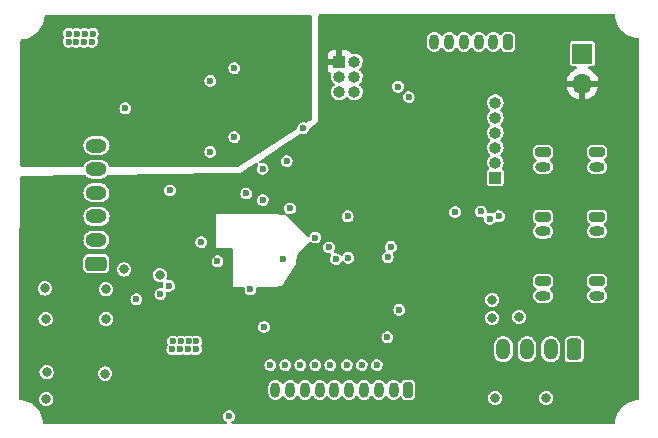
<source format=gbr>
%TF.GenerationSoftware,KiCad,Pcbnew,(6.0.8)*%
%TF.CreationDate,2024-11-24T14:12:11+01:00*%
%TF.ProjectId,WHEEL-07,57484545-4c2d-4303-972e-6b696361645f,rev?*%
%TF.SameCoordinates,Original*%
%TF.FileFunction,Copper,L3,Inr*%
%TF.FilePolarity,Positive*%
%FSLAX46Y46*%
G04 Gerber Fmt 4.6, Leading zero omitted, Abs format (unit mm)*
G04 Created by KiCad (PCBNEW (6.0.8)) date 2024-11-24 14:12:11*
%MOMM*%
%LPD*%
G01*
G04 APERTURE LIST*
G04 Aperture macros list*
%AMRoundRect*
0 Rectangle with rounded corners*
0 $1 Rounding radius*
0 $2 $3 $4 $5 $6 $7 $8 $9 X,Y pos of 4 corners*
0 Add a 4 corners polygon primitive as box body*
4,1,4,$2,$3,$4,$5,$6,$7,$8,$9,$2,$3,0*
0 Add four circle primitives for the rounded corners*
1,1,$1+$1,$2,$3*
1,1,$1+$1,$4,$5*
1,1,$1+$1,$6,$7*
1,1,$1+$1,$8,$9*
0 Add four rect primitives between the rounded corners*
20,1,$1+$1,$2,$3,$4,$5,0*
20,1,$1+$1,$4,$5,$6,$7,0*
20,1,$1+$1,$6,$7,$8,$9,0*
20,1,$1+$1,$8,$9,$2,$3,0*%
G04 Aperture macros list end*
%TA.AperFunction,ComponentPad*%
%ADD10RoundRect,0.250000X0.350000X0.650000X-0.350000X0.650000X-0.350000X-0.650000X0.350000X-0.650000X0*%
%TD*%
%TA.AperFunction,ComponentPad*%
%ADD11O,1.200000X1.800000*%
%TD*%
%TA.AperFunction,ComponentPad*%
%ADD12RoundRect,0.200000X-0.450000X0.200000X-0.450000X-0.200000X0.450000X-0.200000X0.450000X0.200000X0*%
%TD*%
%TA.AperFunction,ComponentPad*%
%ADD13O,1.300000X0.800000*%
%TD*%
%TA.AperFunction,ComponentPad*%
%ADD14RoundRect,0.200000X0.200000X0.450000X-0.200000X0.450000X-0.200000X-0.450000X0.200000X-0.450000X0*%
%TD*%
%TA.AperFunction,ComponentPad*%
%ADD15O,0.800000X1.300000*%
%TD*%
%TA.AperFunction,ComponentPad*%
%ADD16R,1.700000X1.700000*%
%TD*%
%TA.AperFunction,ComponentPad*%
%ADD17O,1.700000X1.700000*%
%TD*%
%TA.AperFunction,ComponentPad*%
%ADD18R,1.000000X1.000000*%
%TD*%
%TA.AperFunction,ComponentPad*%
%ADD19O,1.000000X1.000000*%
%TD*%
%TA.AperFunction,ComponentPad*%
%ADD20RoundRect,0.250000X0.650000X-0.350000X0.650000X0.350000X-0.650000X0.350000X-0.650000X-0.350000X0*%
%TD*%
%TA.AperFunction,ComponentPad*%
%ADD21O,1.800000X1.200000*%
%TD*%
%TA.AperFunction,ViaPad*%
%ADD22C,0.800000*%
%TD*%
%TA.AperFunction,ViaPad*%
%ADD23C,0.600000*%
%TD*%
G04 APERTURE END LIST*
D10*
%TO.N,PADDLE1_IN*%
%TO.C,J5*%
X195405000Y-78930000D03*
D11*
%TO.N,GND*%
X193405000Y-78930000D03*
%TO.N,PADDLE2_IN*%
X191405000Y-78930000D03*
%TO.N,GND*%
X189405000Y-78930000D03*
%TD*%
D12*
%TO.N,GND*%
%TO.C,J7*%
X197358000Y-73152000D03*
D13*
%TO.N,GPIO_3*%
X197358000Y-74402000D03*
%TD*%
D14*
%TO.N,TIM3_CH1*%
%TO.C,J17*%
X189815000Y-52890000D03*
D15*
%TO.N,TIM3_CH2*%
X188565000Y-52890000D03*
%TO.N,TIM3_CH3*%
X187315000Y-52890000D03*
%TO.N,TIM1_CH1*%
X186065000Y-52890000D03*
%TO.N,TIM1_CH2*%
X184815000Y-52890000D03*
%TO.N,TIM1_CH3*%
X183565000Y-52890000D03*
%TD*%
D16*
%TO.N,GND*%
%TO.C,J16*%
X196088000Y-53898800D03*
D17*
%TO.N,+3.3V*%
X196088000Y-56438800D03*
%TD*%
D12*
%TO.N,GND*%
%TO.C,J14*%
X197358000Y-62240000D03*
D13*
%TO.N,GPIO_7*%
X197358000Y-63490000D03*
%TD*%
D12*
%TO.N,GND*%
%TO.C,J10*%
X192786000Y-67701000D03*
D13*
%TO.N,GPIO_6*%
X192786000Y-68951000D03*
%TD*%
D14*
%TO.N,Net-(J12-Pad1)*%
%TO.C,J12*%
X181357600Y-82346800D03*
D15*
%TO.N,GND*%
X180107600Y-82346800D03*
%TO.N,Net-(C31-Pad1)*%
X178857600Y-82346800D03*
%TO.N,Net-(C30-Pad1)*%
X177607600Y-82346800D03*
%TO.N,Net-(C29-Pad1)*%
X176357600Y-82346800D03*
%TO.N,Net-(C28-Pad1)*%
X175107600Y-82346800D03*
%TO.N,Net-(C32-Pad1)*%
X173857600Y-82346800D03*
%TO.N,Net-(C27-Pad1)*%
X172607600Y-82346800D03*
%TO.N,Net-(C26-Pad1)*%
X171357600Y-82346800D03*
%TO.N,Net-(C25-Pad1)*%
X170107600Y-82346800D03*
%TD*%
D18*
%TO.N,+3.3V*%
%TO.C,J11*%
X175524000Y-54605000D03*
D19*
%TO.N,GND*%
X176794000Y-54605000D03*
%TO.N,unconnected-(J11-Pad3)*%
X175524000Y-55875000D03*
%TO.N,NRST*%
X176794000Y-55875000D03*
%TO.N,SWCLK*%
X175524000Y-57145000D03*
%TO.N,SWDIO*%
X176794000Y-57145000D03*
%TD*%
D12*
%TO.N,GND*%
%TO.C,J8*%
X192786000Y-73152000D03*
D13*
%TO.N,GPIO_4*%
X192786000Y-74402000D03*
%TD*%
D12*
%TO.N,GND*%
%TO.C,J9*%
X197358000Y-67696000D03*
D13*
%TO.N,GPIO_5*%
X197358000Y-68946000D03*
%TD*%
D12*
%TO.N,GND*%
%TO.C,J15*%
X192786000Y-62230000D03*
D13*
%TO.N,GPIO_8*%
X192786000Y-63480000D03*
%TD*%
D18*
%TO.N,I2C2_SCL*%
%TO.C,J2*%
X188722000Y-64389000D03*
D19*
%TO.N,I2C2_SDA*%
X188722000Y-63119000D03*
%TO.N,SPI_CS*%
X188722000Y-61849000D03*
%TO.N,SPI2_SCK*%
X188722000Y-60579000D03*
%TO.N,SPI2_MISO*%
X188722000Y-59309000D03*
%TO.N,SPI2_MOSI*%
X188722000Y-58039000D03*
%TD*%
D20*
%TO.N,GND*%
%TO.C,J1*%
X154953200Y-71675000D03*
D21*
%TO.N,12V_CONN*%
X154953200Y-69675000D03*
%TO.N,/CAN_BUS/CAN1_H*%
X154953200Y-67675000D03*
%TO.N,/CAN_BUS/CAN1_L*%
X154953200Y-65675000D03*
%TO.N,/CAN_BUS/CAN2_H*%
X154953200Y-63675000D03*
%TO.N,/CAN_BUS/CAN2_L*%
X154953200Y-61675000D03*
%TD*%
D22*
%TO.N,+3.3V*%
X181400000Y-76800000D03*
X180500000Y-76800000D03*
%TO.N,GND*%
X155690000Y-80990000D03*
D23*
X169037000Y-66294000D03*
X153963332Y-52197000D03*
X169139678Y-77038072D03*
X166624000Y-55118000D03*
D22*
X188722000Y-83058000D03*
D23*
X163372800Y-78943200D03*
X163415000Y-78261800D03*
X154584400Y-52878400D03*
X157400000Y-58526800D03*
X161188400Y-65481200D03*
X162709532Y-78943200D03*
X152594600Y-52878400D03*
D22*
X155760000Y-76370000D03*
D23*
X172466000Y-60198000D03*
X165201600Y-71475600D03*
X153921132Y-52878400D03*
X164600000Y-56200000D03*
D22*
X155750000Y-73850000D03*
D23*
X153257866Y-52878400D03*
X179590539Y-77907639D03*
X163830000Y-69850000D03*
X161383000Y-78943200D03*
X181386517Y-57576683D03*
X179882800Y-70256400D03*
X170789600Y-71272400D03*
X162751732Y-78261800D03*
X166624000Y-60960000D03*
D22*
X193040000Y-83058000D03*
X160320000Y-72640000D03*
X157300000Y-72170000D03*
D23*
X161100000Y-73550000D03*
X161425200Y-78261800D03*
X164600000Y-62200000D03*
X180497517Y-56687683D03*
X188259800Y-67884800D03*
X169016717Y-63647283D03*
X167995600Y-73863200D03*
X166188400Y-84591600D03*
X187502800Y-67259200D03*
X153300066Y-52197000D03*
X152636800Y-52197000D03*
X176225200Y-67665600D03*
D22*
X188468000Y-74742000D03*
D23*
X162088466Y-78261800D03*
X175226422Y-71288273D03*
X180594000Y-75590400D03*
X154626600Y-52197000D03*
X160360000Y-74260000D03*
X174650400Y-70307200D03*
X158340000Y-74680000D03*
X162046266Y-78943200D03*
%TO.N,+3.3V*%
X165252400Y-77063600D03*
X168097200Y-77876400D03*
X168097200Y-78587600D03*
D22*
X195580000Y-83058000D03*
D23*
X181559200Y-74625200D03*
X167115066Y-77063600D03*
X177393600Y-68122800D03*
D22*
X183388000Y-74742000D03*
D23*
X179882800Y-67665600D03*
D22*
X191262000Y-83058000D03*
D23*
X189890400Y-66852800D03*
X174650400Y-66954400D03*
X178719517Y-57449683D03*
X168046400Y-77063600D03*
X166183733Y-77063600D03*
X185724800Y-68021200D03*
X165252400Y-78638400D03*
X168254717Y-64460083D03*
X165269800Y-77875100D03*
X184454800Y-66294000D03*
%TO.N,+3.3VA*%
X176276000Y-71170800D03*
D22*
%TO.N,+12V*%
X150590000Y-73770000D03*
X150650000Y-76380000D03*
X150710000Y-83160000D03*
X150730000Y-80880000D03*
D23*
%TO.N,+5V*%
X160000000Y-52675000D03*
X160000000Y-55450000D03*
X166624000Y-53594000D03*
X160840000Y-54360000D03*
X160840000Y-52680000D03*
X166624000Y-59436000D03*
X160840000Y-53490000D03*
X159175000Y-55450000D03*
X159175000Y-52650000D03*
D22*
%TO.N,Net-(C23-Pad1)*%
X188468000Y-76266000D03*
%TO.N,Net-(C24-Pad1)*%
X190754000Y-76200000D03*
D23*
%TO.N,I2C2_SCL*%
X189028333Y-67664435D03*
%TO.N,I2C2_SDA*%
X185318400Y-67310000D03*
%TO.N,GPIO_3*%
X179616817Y-71123922D03*
%TO.N,NRST*%
X173482000Y-69469000D03*
%TO.N,Net-(C31-Pad1)*%
X178689000Y-80264000D03*
%TO.N,Net-(C30-Pad1)*%
X177419000Y-80264000D03*
%TO.N,Net-(C29-Pad1)*%
X176149000Y-80264000D03*
%TO.N,Net-(C28-Pad1)*%
X174752000Y-80264000D03*
%TO.N,Net-(C32-Pad1)*%
X173482000Y-80264000D03*
%TO.N,Net-(C27-Pad1)*%
X172212000Y-80264000D03*
%TO.N,Net-(C26-Pad1)*%
X170942000Y-80264000D03*
%TO.N,Net-(C25-Pad1)*%
X169672000Y-80264000D03*
%TO.N,BOOT0*%
X171058500Y-62992000D03*
%TO.N,LED_STATUS*%
X171348400Y-67005200D03*
X167640000Y-65735200D03*
%TD*%
%TA.AperFunction,Conductor*%
%TO.N,+5V*%
G36*
X173170121Y-50677343D02*
G01*
X173216614Y-50730999D01*
X173228000Y-50783341D01*
X173228000Y-59367622D01*
X173207998Y-59435743D01*
X173170668Y-59473266D01*
X172784147Y-59724504D01*
X172716131Y-59744858D01*
X172678764Y-59736748D01*
X172678095Y-59738985D01*
X172540739Y-59697907D01*
X172531763Y-59697852D01*
X172531762Y-59697852D01*
X172471555Y-59697484D01*
X172397376Y-59697031D01*
X172259529Y-59736428D01*
X172138280Y-59812930D01*
X172043377Y-59920388D01*
X171982447Y-60050163D01*
X171960391Y-60191823D01*
X171960811Y-60195035D01*
X171940828Y-60260144D01*
X171904337Y-60296381D01*
X168149884Y-62736775D01*
X168146050Y-62739170D01*
X166907926Y-63482045D01*
X166843101Y-63500000D01*
X156129493Y-63500000D01*
X156061372Y-63479998D01*
X156014879Y-63426342D01*
X156010219Y-63414615D01*
X155982097Y-63332007D01*
X155941641Y-63266246D01*
X155891685Y-63185045D01*
X155887994Y-63179045D01*
X155883068Y-63174014D01*
X155883065Y-63174011D01*
X155822224Y-63111883D01*
X155762341Y-63050732D01*
X155745613Y-63039951D01*
X155617309Y-62957265D01*
X155611383Y-62953446D01*
X155604763Y-62951037D01*
X155604760Y-62951035D01*
X155449239Y-62894430D01*
X155449236Y-62894429D01*
X155442622Y-62892022D01*
X155385892Y-62884856D01*
X155307845Y-62874996D01*
X155307842Y-62874996D01*
X155303917Y-62874500D01*
X154608045Y-62874500D01*
X154474728Y-62889454D01*
X154468075Y-62891771D01*
X154468074Y-62891771D01*
X154399749Y-62915564D01*
X154305127Y-62948515D01*
X154299153Y-62952248D01*
X154299151Y-62952249D01*
X154215766Y-63004354D01*
X154152825Y-63043684D01*
X154088835Y-63107229D01*
X154030390Y-63165267D01*
X154030387Y-63165271D01*
X154025393Y-63170230D01*
X153929163Y-63321864D01*
X153926797Y-63328509D01*
X153895548Y-63416266D01*
X153853854Y-63473731D01*
X153787712Y-63499531D01*
X153776849Y-63500000D01*
X148640500Y-63500000D01*
X148572379Y-63479998D01*
X148525886Y-63426342D01*
X148514500Y-63374000D01*
X148514500Y-61669376D01*
X153847655Y-61669376D01*
X153848391Y-61676379D01*
X153848391Y-61676380D01*
X153864092Y-61825763D01*
X153866427Y-61847983D01*
X153924303Y-62017993D01*
X153927993Y-62023991D01*
X153927994Y-62023993D01*
X153948966Y-62058082D01*
X154018406Y-62170955D01*
X154023332Y-62175986D01*
X154023335Y-62175989D01*
X154058947Y-62212354D01*
X154144059Y-62299268D01*
X154149984Y-62303087D01*
X154149986Y-62303088D01*
X154187205Y-62327074D01*
X154295017Y-62396554D01*
X154301637Y-62398963D01*
X154301640Y-62398965D01*
X154457161Y-62455570D01*
X154457164Y-62455571D01*
X154463778Y-62457978D01*
X154490321Y-62461331D01*
X154598555Y-62475004D01*
X154598558Y-62475004D01*
X154602483Y-62475500D01*
X155298355Y-62475500D01*
X155431672Y-62460546D01*
X155439047Y-62457978D01*
X155506651Y-62434436D01*
X155601273Y-62401485D01*
X155609165Y-62396554D01*
X155747601Y-62310049D01*
X155753575Y-62306316D01*
X155817565Y-62242771D01*
X155866856Y-62193823D01*
X164094391Y-62193823D01*
X164095555Y-62202725D01*
X164095555Y-62202728D01*
X164096814Y-62212354D01*
X164112980Y-62335979D01*
X164170720Y-62467203D01*
X164176497Y-62474076D01*
X164176498Y-62474077D01*
X164177277Y-62475004D01*
X164262970Y-62576948D01*
X164382313Y-62656390D01*
X164519157Y-62699142D01*
X164528129Y-62699306D01*
X164528132Y-62699307D01*
X164593463Y-62700504D01*
X164662499Y-62701770D01*
X164671533Y-62699307D01*
X164792158Y-62666421D01*
X164792160Y-62666420D01*
X164800817Y-62664060D01*
X164922991Y-62589045D01*
X165019200Y-62482754D01*
X165060384Y-62397751D01*
X165077795Y-62361814D01*
X165077795Y-62361813D01*
X165081710Y-62353733D01*
X165105496Y-62212354D01*
X165105647Y-62200000D01*
X165085323Y-62058082D01*
X165071708Y-62028136D01*
X165029700Y-61935746D01*
X165025984Y-61927572D01*
X165007598Y-61906234D01*
X164938260Y-61825763D01*
X164938257Y-61825760D01*
X164932400Y-61818963D01*
X164812095Y-61740985D01*
X164674739Y-61699907D01*
X164665763Y-61699852D01*
X164665762Y-61699852D01*
X164605555Y-61699484D01*
X164531376Y-61699031D01*
X164393529Y-61738428D01*
X164272280Y-61814930D01*
X164266338Y-61821658D01*
X164266337Y-61821659D01*
X164237197Y-61854654D01*
X164177377Y-61922388D01*
X164116447Y-62052163D01*
X164115066Y-62061035D01*
X164097168Y-62175989D01*
X164094391Y-62193823D01*
X155866856Y-62193823D01*
X155876010Y-62184733D01*
X155876013Y-62184729D01*
X155881007Y-62179770D01*
X155977237Y-62028136D01*
X156011999Y-61930514D01*
X156035119Y-61865586D01*
X156035120Y-61865581D01*
X156037481Y-61858951D01*
X156038314Y-61851965D01*
X156038315Y-61851961D01*
X156056452Y-61699852D01*
X156058745Y-61680624D01*
X156039973Y-61502017D01*
X155989496Y-61353741D01*
X155984368Y-61338677D01*
X155984367Y-61338674D01*
X155982097Y-61332007D01*
X155887994Y-61179045D01*
X155883068Y-61174014D01*
X155883065Y-61174011D01*
X155806650Y-61095979D01*
X155762341Y-61050732D01*
X155745613Y-61039951D01*
X155617309Y-60957265D01*
X155611968Y-60953823D01*
X166118391Y-60953823D01*
X166119555Y-60962725D01*
X166119555Y-60962728D01*
X166120814Y-60972354D01*
X166136980Y-61095979D01*
X166194720Y-61227203D01*
X166200497Y-61234076D01*
X166200498Y-61234077D01*
X166277773Y-61326007D01*
X166286970Y-61336948D01*
X166406313Y-61416390D01*
X166543157Y-61459142D01*
X166552129Y-61459306D01*
X166552132Y-61459307D01*
X166617463Y-61460504D01*
X166686499Y-61461770D01*
X166695533Y-61459307D01*
X166816158Y-61426421D01*
X166816160Y-61426420D01*
X166824817Y-61424060D01*
X166946991Y-61349045D01*
X167043200Y-61242754D01*
X167078089Y-61170743D01*
X167101795Y-61121814D01*
X167101795Y-61121813D01*
X167105710Y-61113733D01*
X167129496Y-60972354D01*
X167129647Y-60960000D01*
X167109323Y-60818082D01*
X167049984Y-60687572D01*
X167028001Y-60662060D01*
X166962260Y-60585763D01*
X166962257Y-60585760D01*
X166956400Y-60578963D01*
X166836095Y-60500985D01*
X166698739Y-60459907D01*
X166689763Y-60459852D01*
X166689762Y-60459852D01*
X166629555Y-60459484D01*
X166555376Y-60459031D01*
X166417529Y-60498428D01*
X166296280Y-60574930D01*
X166201377Y-60682388D01*
X166140447Y-60812163D01*
X166139066Y-60821035D01*
X166128151Y-60891140D01*
X166118391Y-60953823D01*
X155611968Y-60953823D01*
X155611383Y-60953446D01*
X155604763Y-60951037D01*
X155604760Y-60951035D01*
X155449239Y-60894430D01*
X155449236Y-60894429D01*
X155442622Y-60892022D01*
X155385892Y-60884856D01*
X155307845Y-60874996D01*
X155307842Y-60874996D01*
X155303917Y-60874500D01*
X154608045Y-60874500D01*
X154474728Y-60889454D01*
X154468075Y-60891771D01*
X154468074Y-60891771D01*
X154399749Y-60915564D01*
X154305127Y-60948515D01*
X154299153Y-60952248D01*
X154299151Y-60952249D01*
X154259303Y-60977149D01*
X154152825Y-61043684D01*
X154109131Y-61087074D01*
X154030390Y-61165267D01*
X154030387Y-61165271D01*
X154025393Y-61170230D01*
X153929163Y-61321864D01*
X153926798Y-61328506D01*
X153871281Y-61484414D01*
X153871280Y-61484419D01*
X153868919Y-61491049D01*
X153868086Y-61498035D01*
X153868085Y-61498039D01*
X153852848Y-61625823D01*
X153847655Y-61669376D01*
X148514500Y-61669376D01*
X148514500Y-58520623D01*
X156894391Y-58520623D01*
X156895555Y-58529525D01*
X156895555Y-58529528D01*
X156896814Y-58539154D01*
X156912980Y-58662779D01*
X156970720Y-58794003D01*
X156976497Y-58800876D01*
X156976498Y-58800877D01*
X156983792Y-58809554D01*
X157062970Y-58903748D01*
X157182313Y-58983190D01*
X157319157Y-59025942D01*
X157328129Y-59026106D01*
X157328132Y-59026107D01*
X157393463Y-59027304D01*
X157462499Y-59028570D01*
X157471533Y-59026107D01*
X157592158Y-58993221D01*
X157592160Y-58993220D01*
X157600817Y-58990860D01*
X157722991Y-58915845D01*
X157819200Y-58809554D01*
X157881710Y-58680533D01*
X157905496Y-58539154D01*
X157905647Y-58526800D01*
X157885323Y-58384882D01*
X157825984Y-58254372D01*
X157807598Y-58233034D01*
X157738260Y-58152563D01*
X157738257Y-58152560D01*
X157732400Y-58145763D01*
X157612095Y-58067785D01*
X157474739Y-58026707D01*
X157465763Y-58026652D01*
X157465762Y-58026652D01*
X157405555Y-58026284D01*
X157331376Y-58025831D01*
X157193529Y-58065228D01*
X157072280Y-58141730D01*
X156977377Y-58249188D01*
X156916447Y-58378963D01*
X156894391Y-58520623D01*
X148514500Y-58520623D01*
X148514500Y-56193823D01*
X164094391Y-56193823D01*
X164095555Y-56202725D01*
X164095555Y-56202728D01*
X164096814Y-56212354D01*
X164112980Y-56335979D01*
X164170720Y-56467203D01*
X164176497Y-56474076D01*
X164176498Y-56474077D01*
X164183792Y-56482754D01*
X164262970Y-56576948D01*
X164382313Y-56656390D01*
X164519157Y-56699142D01*
X164528129Y-56699306D01*
X164528132Y-56699307D01*
X164593463Y-56700504D01*
X164662499Y-56701770D01*
X164671533Y-56699307D01*
X164792158Y-56666421D01*
X164792160Y-56666420D01*
X164800817Y-56664060D01*
X164922991Y-56589045D01*
X165019200Y-56482754D01*
X165081710Y-56353733D01*
X165105496Y-56212354D01*
X165105647Y-56200000D01*
X165085323Y-56058082D01*
X165025984Y-55927572D01*
X165007598Y-55906234D01*
X164938260Y-55825763D01*
X164938257Y-55825760D01*
X164932400Y-55818963D01*
X164812095Y-55740985D01*
X164674739Y-55699907D01*
X164665763Y-55699852D01*
X164665762Y-55699852D01*
X164605555Y-55699484D01*
X164531376Y-55699031D01*
X164393529Y-55738428D01*
X164272280Y-55814930D01*
X164177377Y-55922388D01*
X164116447Y-56052163D01*
X164094391Y-56193823D01*
X148514500Y-56193823D01*
X148514500Y-55111823D01*
X166118391Y-55111823D01*
X166119555Y-55120725D01*
X166119555Y-55120728D01*
X166120814Y-55130354D01*
X166136980Y-55253979D01*
X166194720Y-55385203D01*
X166200497Y-55392076D01*
X166200498Y-55392077D01*
X166207792Y-55400754D01*
X166286970Y-55494948D01*
X166406313Y-55574390D01*
X166543157Y-55617142D01*
X166552129Y-55617306D01*
X166552132Y-55617307D01*
X166617463Y-55618504D01*
X166686499Y-55619770D01*
X166695533Y-55617307D01*
X166816158Y-55584421D01*
X166816160Y-55584420D01*
X166824817Y-55582060D01*
X166946991Y-55507045D01*
X167043200Y-55400754D01*
X167105710Y-55271733D01*
X167129496Y-55130354D01*
X167129647Y-55118000D01*
X167109323Y-54976082D01*
X167049984Y-54845572D01*
X167031598Y-54824234D01*
X166962260Y-54743763D01*
X166962257Y-54743760D01*
X166956400Y-54736963D01*
X166836095Y-54658985D01*
X166698739Y-54617907D01*
X166689763Y-54617852D01*
X166689762Y-54617852D01*
X166629555Y-54617484D01*
X166555376Y-54617031D01*
X166417529Y-54656428D01*
X166296280Y-54732930D01*
X166201377Y-54840388D01*
X166140447Y-54970163D01*
X166118391Y-55111823D01*
X148514500Y-55111823D01*
X148514500Y-52872223D01*
X152088991Y-52872223D01*
X152090155Y-52881125D01*
X152090155Y-52881128D01*
X152091414Y-52890754D01*
X152107580Y-53014379D01*
X152165320Y-53145603D01*
X152171097Y-53152476D01*
X152171098Y-53152477D01*
X152178392Y-53161154D01*
X152257570Y-53255348D01*
X152376913Y-53334790D01*
X152513757Y-53377542D01*
X152522729Y-53377706D01*
X152522732Y-53377707D01*
X152588063Y-53378904D01*
X152657099Y-53380170D01*
X152666133Y-53377707D01*
X152786758Y-53344821D01*
X152786760Y-53344820D01*
X152795417Y-53342460D01*
X152803064Y-53337765D01*
X152803068Y-53337763D01*
X152860063Y-53302768D01*
X152928580Y-53284170D01*
X152995810Y-53305256D01*
X153032706Y-53329816D01*
X153032709Y-53329817D01*
X153040179Y-53334790D01*
X153048746Y-53337466D01*
X153048747Y-53337467D01*
X153072287Y-53344821D01*
X153177023Y-53377542D01*
X153185995Y-53377706D01*
X153185998Y-53377707D01*
X153251329Y-53378904D01*
X153320365Y-53380170D01*
X153329399Y-53377707D01*
X153450024Y-53344821D01*
X153450026Y-53344820D01*
X153458683Y-53342460D01*
X153466330Y-53337765D01*
X153466334Y-53337763D01*
X153523329Y-53302768D01*
X153591846Y-53284170D01*
X153659076Y-53305256D01*
X153695972Y-53329816D01*
X153695975Y-53329817D01*
X153703445Y-53334790D01*
X153712012Y-53337466D01*
X153712013Y-53337467D01*
X153735553Y-53344821D01*
X153840289Y-53377542D01*
X153849261Y-53377706D01*
X153849264Y-53377707D01*
X153914595Y-53378904D01*
X153983631Y-53380170D01*
X153992665Y-53377707D01*
X154113290Y-53344821D01*
X154113292Y-53344820D01*
X154121949Y-53342460D01*
X154186596Y-53302767D01*
X154255112Y-53284169D01*
X154322344Y-53305255D01*
X154366713Y-53334790D01*
X154503557Y-53377542D01*
X154512529Y-53377706D01*
X154512532Y-53377707D01*
X154577863Y-53378904D01*
X154646899Y-53380170D01*
X154655933Y-53377707D01*
X154776558Y-53344821D01*
X154776560Y-53344820D01*
X154785217Y-53342460D01*
X154907391Y-53267445D01*
X155003600Y-53161154D01*
X155066110Y-53032133D01*
X155089896Y-52890754D01*
X155090047Y-52878400D01*
X155069723Y-52736482D01*
X155047357Y-52687289D01*
X155018283Y-52623345D01*
X155008297Y-52553054D01*
X155035831Y-52494578D01*
X155034756Y-52493853D01*
X155039447Y-52486898D01*
X155039569Y-52486639D01*
X155039776Y-52486411D01*
X155039781Y-52486404D01*
X155045800Y-52479754D01*
X155108310Y-52350733D01*
X155132096Y-52209354D01*
X155132247Y-52197000D01*
X155113767Y-52067956D01*
X155113196Y-52063968D01*
X155113195Y-52063965D01*
X155111923Y-52055082D01*
X155052584Y-51924572D01*
X154995040Y-51857789D01*
X154964860Y-51822763D01*
X154964857Y-51822760D01*
X154959000Y-51815963D01*
X154838695Y-51737985D01*
X154701339Y-51696907D01*
X154692363Y-51696852D01*
X154692362Y-51696852D01*
X154632155Y-51696484D01*
X154557976Y-51696031D01*
X154420129Y-51735428D01*
X154371775Y-51765937D01*
X154362281Y-51771927D01*
X154293996Y-51791361D01*
X154226515Y-51771098D01*
X154182965Y-51742871D01*
X154175427Y-51737985D01*
X154038071Y-51696907D01*
X154029095Y-51696852D01*
X154029094Y-51696852D01*
X153968887Y-51696484D01*
X153894708Y-51696031D01*
X153756861Y-51735428D01*
X153708507Y-51765937D01*
X153699013Y-51771927D01*
X153630728Y-51791361D01*
X153563248Y-51771098D01*
X153512161Y-51737985D01*
X153374805Y-51696907D01*
X153365829Y-51696852D01*
X153365828Y-51696852D01*
X153305621Y-51696484D01*
X153231442Y-51696031D01*
X153093595Y-51735428D01*
X153045241Y-51765937D01*
X153035747Y-51771927D01*
X152967462Y-51791361D01*
X152899982Y-51771098D01*
X152848895Y-51737985D01*
X152711539Y-51696907D01*
X152702563Y-51696852D01*
X152702562Y-51696852D01*
X152642355Y-51696484D01*
X152568176Y-51696031D01*
X152430329Y-51735428D01*
X152309080Y-51811930D01*
X152214177Y-51919388D01*
X152153247Y-52049163D01*
X152131191Y-52190823D01*
X152132355Y-52199725D01*
X152132355Y-52199728D01*
X152133614Y-52209354D01*
X152149780Y-52332979D01*
X152183404Y-52409394D01*
X152203361Y-52454750D01*
X152212489Y-52525157D01*
X152182471Y-52588905D01*
X152171977Y-52600788D01*
X152111047Y-52730563D01*
X152088991Y-52872223D01*
X148514500Y-52872223D01*
X148514500Y-52805300D01*
X148534502Y-52737179D01*
X148588158Y-52690686D01*
X148632258Y-52679570D01*
X148664249Y-52677474D01*
X148688826Y-52675863D01*
X148688830Y-52675862D01*
X148692941Y-52675593D01*
X148696981Y-52674789D01*
X148696984Y-52674789D01*
X148783008Y-52657678D01*
X148967109Y-52621059D01*
X148971013Y-52619734D01*
X148971016Y-52619733D01*
X149227908Y-52532531D01*
X149227909Y-52532530D01*
X149231814Y-52531205D01*
X149482526Y-52407569D01*
X149607487Y-52324074D01*
X149711527Y-52254558D01*
X149711532Y-52254554D01*
X149714955Y-52252267D01*
X149925126Y-52067956D01*
X149927842Y-52064859D01*
X149927848Y-52064853D01*
X150106716Y-51860896D01*
X150109441Y-51857789D01*
X150264748Y-51625363D01*
X150388388Y-51374653D01*
X150478248Y-51109951D01*
X150488834Y-51056740D01*
X150531985Y-50839822D01*
X150531986Y-50839818D01*
X150532788Y-50835784D01*
X150534548Y-50808947D01*
X150536767Y-50775097D01*
X150561183Y-50708431D01*
X150617766Y-50665548D01*
X150662497Y-50657341D01*
X173102000Y-50657341D01*
X173170121Y-50677343D01*
G37*
%TD.AperFunction*%
%TD*%
%TA.AperFunction,Conductor*%
%TO.N,+3.3V*%
G36*
X198826774Y-50577843D02*
G01*
X198873267Y-50631499D01*
X198884383Y-50675598D01*
X198893123Y-50808900D01*
X198894032Y-50822772D01*
X198946029Y-51084152D01*
X199031697Y-51336509D01*
X199149571Y-51575525D01*
X199297634Y-51797111D01*
X199473353Y-51997476D01*
X199673721Y-52173191D01*
X199677144Y-52175478D01*
X199677149Y-52175482D01*
X199741177Y-52218263D01*
X199895310Y-52321250D01*
X199899005Y-52323072D01*
X199899010Y-52323075D01*
X200000877Y-52373309D01*
X200134329Y-52439119D01*
X200138233Y-52440444D01*
X200138235Y-52440445D01*
X200382781Y-52523456D01*
X200382784Y-52523457D01*
X200386688Y-52524782D01*
X200561110Y-52559476D01*
X200644026Y-52575969D01*
X200644029Y-52575969D01*
X200648069Y-52576773D01*
X200652180Y-52577042D01*
X200652184Y-52577043D01*
X200795241Y-52586419D01*
X200861907Y-52610833D01*
X200904792Y-52667415D01*
X200913000Y-52712149D01*
X200913000Y-83101492D01*
X200892998Y-83169613D01*
X200839342Y-83216106D01*
X200795241Y-83227222D01*
X200778957Y-83228289D01*
X200648067Y-83236868D01*
X200644017Y-83237674D01*
X200644014Y-83237674D01*
X200390726Y-83288057D01*
X200390723Y-83288058D01*
X200386685Y-83288861D01*
X200134326Y-83374527D01*
X200130636Y-83376347D01*
X200130633Y-83376348D01*
X199992890Y-83444277D01*
X199895307Y-83492400D01*
X199891874Y-83494694D01*
X199891872Y-83494695D01*
X199677149Y-83638170D01*
X199673719Y-83640462D01*
X199473353Y-83816182D01*
X199297637Y-84016552D01*
X199248104Y-84090686D01*
X199170702Y-84206530D01*
X199149579Y-84238143D01*
X199031711Y-84477164D01*
X199030386Y-84481069D01*
X199030383Y-84481075D01*
X198949734Y-84718674D01*
X198946051Y-84729525D01*
X198894063Y-84990908D01*
X198893793Y-84995021D01*
X198893793Y-84995025D01*
X198884420Y-85138079D01*
X198860007Y-85204746D01*
X198803427Y-85247632D01*
X198758690Y-85255841D01*
X198523410Y-85255841D01*
X166509206Y-85255842D01*
X166441086Y-85235840D01*
X166394593Y-85182184D01*
X166384489Y-85111910D01*
X166413983Y-85047330D01*
X166443278Y-85022467D01*
X166503742Y-84985342D01*
X166503744Y-84985340D01*
X166511391Y-84980645D01*
X166607600Y-84874354D01*
X166670110Y-84745333D01*
X166693896Y-84603954D01*
X166694047Y-84591600D01*
X166685873Y-84534524D01*
X166674996Y-84458568D01*
X166674995Y-84458565D01*
X166673723Y-84449682D01*
X166614384Y-84319172D01*
X166595998Y-84297834D01*
X166526660Y-84217363D01*
X166526657Y-84217360D01*
X166520800Y-84210563D01*
X166400495Y-84132585D01*
X166263139Y-84091507D01*
X166254163Y-84091452D01*
X166254162Y-84091452D01*
X166193955Y-84091084D01*
X166119776Y-84090631D01*
X165981929Y-84130028D01*
X165860680Y-84206530D01*
X165854738Y-84213258D01*
X165854737Y-84213259D01*
X165832742Y-84238164D01*
X165765777Y-84313988D01*
X165704847Y-84443763D01*
X165682791Y-84585423D01*
X165683955Y-84594325D01*
X165683955Y-84594328D01*
X165685214Y-84603954D01*
X165701380Y-84727579D01*
X165759120Y-84858803D01*
X165764897Y-84865676D01*
X165764898Y-84865677D01*
X165772192Y-84874354D01*
X165851370Y-84968548D01*
X165878892Y-84986868D01*
X165936108Y-85024955D01*
X165981731Y-85079353D01*
X165990701Y-85149780D01*
X165960172Y-85213878D01*
X165899835Y-85251294D01*
X165866291Y-85255842D01*
X150569268Y-85255842D01*
X150501147Y-85235840D01*
X150454654Y-85182184D01*
X150443538Y-85138080D01*
X150434165Y-84995032D01*
X150434164Y-84995025D01*
X150433895Y-84990915D01*
X150381909Y-84729537D01*
X150296250Y-84477180D01*
X150215776Y-84313988D01*
X150180209Y-84241862D01*
X150180206Y-84241857D01*
X150178385Y-84238164D01*
X150164487Y-84217363D01*
X150032620Y-84020005D01*
X150032616Y-84020000D01*
X150030329Y-84016577D01*
X149854617Y-83816212D01*
X149851520Y-83813496D01*
X149851514Y-83813490D01*
X149657359Y-83643218D01*
X149657357Y-83643217D01*
X149654255Y-83640496D01*
X149432672Y-83492436D01*
X149193658Y-83374565D01*
X149172527Y-83367392D01*
X148945216Y-83290230D01*
X148945212Y-83290229D01*
X148941303Y-83288902D01*
X148937259Y-83288098D01*
X148937253Y-83288096D01*
X148683965Y-83237713D01*
X148683959Y-83237712D01*
X148679926Y-83236910D01*
X148675821Y-83236641D01*
X148675814Y-83236640D01*
X148532758Y-83227264D01*
X148466091Y-83202850D01*
X148433615Y-83160000D01*
X150104318Y-83160000D01*
X150124956Y-83316762D01*
X150185464Y-83462841D01*
X150281718Y-83588282D01*
X150407159Y-83684536D01*
X150553238Y-83745044D01*
X150710000Y-83765682D01*
X150718188Y-83764604D01*
X150858574Y-83746122D01*
X150866762Y-83745044D01*
X151012841Y-83684536D01*
X151138282Y-83588282D01*
X151234536Y-83462841D01*
X151295044Y-83316762D01*
X151315682Y-83160000D01*
X151295044Y-83003238D01*
X151234536Y-82857159D01*
X151138282Y-82731718D01*
X151013749Y-82636161D01*
X169507100Y-82636161D01*
X169522556Y-82753562D01*
X169583064Y-82899641D01*
X169679318Y-83025082D01*
X169804759Y-83121336D01*
X169950838Y-83181844D01*
X170107600Y-83202482D01*
X170115788Y-83201404D01*
X170256174Y-83182922D01*
X170264362Y-83181844D01*
X170410441Y-83121336D01*
X170535882Y-83025082D01*
X170552644Y-83003238D01*
X170632136Y-82899641D01*
X170634801Y-82901686D01*
X170674850Y-82863491D01*
X170744562Y-82850046D01*
X170810476Y-82876425D01*
X170831580Y-82900780D01*
X170833064Y-82899641D01*
X170912557Y-83003238D01*
X170929318Y-83025082D01*
X171054759Y-83121336D01*
X171200838Y-83181844D01*
X171357600Y-83202482D01*
X171365788Y-83201404D01*
X171506174Y-83182922D01*
X171514362Y-83181844D01*
X171660441Y-83121336D01*
X171785882Y-83025082D01*
X171802644Y-83003238D01*
X171882136Y-82899641D01*
X171884801Y-82901686D01*
X171924850Y-82863491D01*
X171994562Y-82850046D01*
X172060476Y-82876425D01*
X172081580Y-82900780D01*
X172083064Y-82899641D01*
X172162557Y-83003238D01*
X172179318Y-83025082D01*
X172304759Y-83121336D01*
X172450838Y-83181844D01*
X172607600Y-83202482D01*
X172615788Y-83201404D01*
X172756174Y-83182922D01*
X172764362Y-83181844D01*
X172910441Y-83121336D01*
X173035882Y-83025082D01*
X173052644Y-83003238D01*
X173132136Y-82899641D01*
X173134801Y-82901686D01*
X173174850Y-82863491D01*
X173244562Y-82850046D01*
X173310476Y-82876425D01*
X173331580Y-82900780D01*
X173333064Y-82899641D01*
X173412557Y-83003238D01*
X173429318Y-83025082D01*
X173554759Y-83121336D01*
X173700838Y-83181844D01*
X173857600Y-83202482D01*
X173865788Y-83201404D01*
X174006174Y-83182922D01*
X174014362Y-83181844D01*
X174160441Y-83121336D01*
X174285882Y-83025082D01*
X174302644Y-83003238D01*
X174382136Y-82899641D01*
X174384801Y-82901686D01*
X174424850Y-82863491D01*
X174494562Y-82850046D01*
X174560476Y-82876425D01*
X174581580Y-82900780D01*
X174583064Y-82899641D01*
X174662557Y-83003238D01*
X174679318Y-83025082D01*
X174804759Y-83121336D01*
X174950838Y-83181844D01*
X175107600Y-83202482D01*
X175115788Y-83201404D01*
X175256174Y-83182922D01*
X175264362Y-83181844D01*
X175410441Y-83121336D01*
X175535882Y-83025082D01*
X175552644Y-83003238D01*
X175632136Y-82899641D01*
X175634801Y-82901686D01*
X175674850Y-82863491D01*
X175744562Y-82850046D01*
X175810476Y-82876425D01*
X175831580Y-82900780D01*
X175833064Y-82899641D01*
X175912557Y-83003238D01*
X175929318Y-83025082D01*
X176054759Y-83121336D01*
X176200838Y-83181844D01*
X176357600Y-83202482D01*
X176365788Y-83201404D01*
X176506174Y-83182922D01*
X176514362Y-83181844D01*
X176660441Y-83121336D01*
X176785882Y-83025082D01*
X176802644Y-83003238D01*
X176882136Y-82899641D01*
X176884801Y-82901686D01*
X176924850Y-82863491D01*
X176994562Y-82850046D01*
X177060476Y-82876425D01*
X177081580Y-82900780D01*
X177083064Y-82899641D01*
X177162557Y-83003238D01*
X177179318Y-83025082D01*
X177304759Y-83121336D01*
X177450838Y-83181844D01*
X177607600Y-83202482D01*
X177615788Y-83201404D01*
X177756174Y-83182922D01*
X177764362Y-83181844D01*
X177910441Y-83121336D01*
X178035882Y-83025082D01*
X178052644Y-83003238D01*
X178132136Y-82899641D01*
X178134801Y-82901686D01*
X178174850Y-82863491D01*
X178244562Y-82850046D01*
X178310476Y-82876425D01*
X178331580Y-82900780D01*
X178333064Y-82899641D01*
X178412557Y-83003238D01*
X178429318Y-83025082D01*
X178554759Y-83121336D01*
X178700838Y-83181844D01*
X178857600Y-83202482D01*
X178865788Y-83201404D01*
X179006174Y-83182922D01*
X179014362Y-83181844D01*
X179160441Y-83121336D01*
X179285882Y-83025082D01*
X179302644Y-83003238D01*
X179382136Y-82899641D01*
X179384801Y-82901686D01*
X179424850Y-82863491D01*
X179494562Y-82850046D01*
X179560476Y-82876425D01*
X179581580Y-82900780D01*
X179583064Y-82899641D01*
X179662557Y-83003238D01*
X179679318Y-83025082D01*
X179804759Y-83121336D01*
X179950838Y-83181844D01*
X180107600Y-83202482D01*
X180115788Y-83201404D01*
X180256174Y-83182922D01*
X180264362Y-83181844D01*
X180410441Y-83121336D01*
X180535882Y-83025082D01*
X180587714Y-82957534D01*
X180645051Y-82915667D01*
X180715922Y-82911445D01*
X180777825Y-82946209D01*
X180799943Y-82977034D01*
X180829550Y-83035142D01*
X180919258Y-83124850D01*
X181032296Y-83182446D01*
X181042085Y-83183996D01*
X181042087Y-83183997D01*
X181069449Y-83188330D01*
X181126081Y-83197300D01*
X181357553Y-83197300D01*
X181589118Y-83197299D01*
X181594012Y-83196524D01*
X181673106Y-83183998D01*
X181673108Y-83183997D01*
X181682904Y-83182446D01*
X181795942Y-83124850D01*
X181862792Y-83058000D01*
X188116318Y-83058000D01*
X188136956Y-83214762D01*
X188140116Y-83222391D01*
X188144532Y-83233053D01*
X188197464Y-83360841D01*
X188293718Y-83486282D01*
X188300264Y-83491305D01*
X188329918Y-83514059D01*
X188419159Y-83582536D01*
X188565238Y-83643044D01*
X188722000Y-83663682D01*
X188730188Y-83662604D01*
X188870574Y-83644122D01*
X188878762Y-83643044D01*
X189024841Y-83582536D01*
X189114082Y-83514059D01*
X189143736Y-83491305D01*
X189150282Y-83486282D01*
X189246536Y-83360841D01*
X189299468Y-83233053D01*
X189303884Y-83222391D01*
X189307044Y-83214762D01*
X189327682Y-83058000D01*
X192434318Y-83058000D01*
X192454956Y-83214762D01*
X192458116Y-83222391D01*
X192462532Y-83233053D01*
X192515464Y-83360841D01*
X192611718Y-83486282D01*
X192618264Y-83491305D01*
X192647918Y-83514059D01*
X192737159Y-83582536D01*
X192883238Y-83643044D01*
X193040000Y-83663682D01*
X193048188Y-83662604D01*
X193188574Y-83644122D01*
X193196762Y-83643044D01*
X193342841Y-83582536D01*
X193432082Y-83514059D01*
X193461736Y-83491305D01*
X193468282Y-83486282D01*
X193564536Y-83360841D01*
X193617468Y-83233053D01*
X193621884Y-83222391D01*
X193625044Y-83214762D01*
X193645682Y-83058000D01*
X193625044Y-82901238D01*
X193564536Y-82755159D01*
X193468282Y-82629718D01*
X193342841Y-82533464D01*
X193196762Y-82472956D01*
X193040000Y-82452318D01*
X192883238Y-82472956D01*
X192737159Y-82533464D01*
X192611718Y-82629718D01*
X192515464Y-82755159D01*
X192454956Y-82901238D01*
X192434318Y-83058000D01*
X189327682Y-83058000D01*
X189307044Y-82901238D01*
X189246536Y-82755159D01*
X189150282Y-82629718D01*
X189024841Y-82533464D01*
X188878762Y-82472956D01*
X188722000Y-82452318D01*
X188565238Y-82472956D01*
X188419159Y-82533464D01*
X188293718Y-82629718D01*
X188197464Y-82755159D01*
X188136956Y-82901238D01*
X188116318Y-83058000D01*
X181862792Y-83058000D01*
X181885650Y-83035142D01*
X181943246Y-82922104D01*
X181946624Y-82900780D01*
X181953532Y-82857159D01*
X181958100Y-82828319D01*
X181958099Y-81865282D01*
X181948012Y-81801589D01*
X181944798Y-81781294D01*
X181944797Y-81781292D01*
X181943246Y-81771496D01*
X181938584Y-81762345D01*
X181894111Y-81675064D01*
X181885650Y-81658458D01*
X181795942Y-81568750D01*
X181682904Y-81511154D01*
X181673115Y-81509604D01*
X181673113Y-81509603D01*
X181645751Y-81505270D01*
X181589119Y-81496300D01*
X181357647Y-81496300D01*
X181126082Y-81496301D01*
X181121189Y-81497076D01*
X181121188Y-81497076D01*
X181042094Y-81509602D01*
X181042092Y-81509603D01*
X181032296Y-81511154D01*
X181023459Y-81515657D01*
X181023458Y-81515657D01*
X181000705Y-81527251D01*
X180919258Y-81568750D01*
X180829550Y-81658458D01*
X180825050Y-81667290D01*
X180799943Y-81716565D01*
X180751195Y-81768180D01*
X180682280Y-81785246D01*
X180615078Y-81762345D01*
X180587713Y-81736066D01*
X180572750Y-81716565D01*
X180535882Y-81668518D01*
X180410441Y-81572264D01*
X180264362Y-81511756D01*
X180107600Y-81491118D01*
X179950838Y-81511756D01*
X179804759Y-81572264D01*
X179679318Y-81668518D01*
X179583064Y-81793959D01*
X179580399Y-81791914D01*
X179540350Y-81830109D01*
X179470638Y-81843554D01*
X179404724Y-81817175D01*
X179383620Y-81792820D01*
X179382136Y-81793959D01*
X179290905Y-81675064D01*
X179290904Y-81675063D01*
X179285882Y-81668518D01*
X179160441Y-81572264D01*
X179014362Y-81511756D01*
X178857600Y-81491118D01*
X178700838Y-81511756D01*
X178554759Y-81572264D01*
X178429318Y-81668518D01*
X178333064Y-81793959D01*
X178330399Y-81791914D01*
X178290350Y-81830109D01*
X178220638Y-81843554D01*
X178154724Y-81817175D01*
X178133620Y-81792820D01*
X178132136Y-81793959D01*
X178040905Y-81675064D01*
X178040904Y-81675063D01*
X178035882Y-81668518D01*
X177910441Y-81572264D01*
X177764362Y-81511756D01*
X177607600Y-81491118D01*
X177450838Y-81511756D01*
X177304759Y-81572264D01*
X177179318Y-81668518D01*
X177083064Y-81793959D01*
X177080399Y-81791914D01*
X177040350Y-81830109D01*
X176970638Y-81843554D01*
X176904724Y-81817175D01*
X176883620Y-81792820D01*
X176882136Y-81793959D01*
X176790905Y-81675064D01*
X176790904Y-81675063D01*
X176785882Y-81668518D01*
X176660441Y-81572264D01*
X176514362Y-81511756D01*
X176357600Y-81491118D01*
X176200838Y-81511756D01*
X176054759Y-81572264D01*
X175929318Y-81668518D01*
X175833064Y-81793959D01*
X175830399Y-81791914D01*
X175790350Y-81830109D01*
X175720638Y-81843554D01*
X175654724Y-81817175D01*
X175633620Y-81792820D01*
X175632136Y-81793959D01*
X175540905Y-81675064D01*
X175540904Y-81675063D01*
X175535882Y-81668518D01*
X175410441Y-81572264D01*
X175264362Y-81511756D01*
X175107600Y-81491118D01*
X174950838Y-81511756D01*
X174804759Y-81572264D01*
X174679318Y-81668518D01*
X174583064Y-81793959D01*
X174580399Y-81791914D01*
X174540350Y-81830109D01*
X174470638Y-81843554D01*
X174404724Y-81817175D01*
X174383620Y-81792820D01*
X174382136Y-81793959D01*
X174290905Y-81675064D01*
X174290904Y-81675063D01*
X174285882Y-81668518D01*
X174160441Y-81572264D01*
X174014362Y-81511756D01*
X173857600Y-81491118D01*
X173700838Y-81511756D01*
X173554759Y-81572264D01*
X173429318Y-81668518D01*
X173333064Y-81793959D01*
X173330399Y-81791914D01*
X173290350Y-81830109D01*
X173220638Y-81843554D01*
X173154724Y-81817175D01*
X173133620Y-81792820D01*
X173132136Y-81793959D01*
X173040905Y-81675064D01*
X173040904Y-81675063D01*
X173035882Y-81668518D01*
X172910441Y-81572264D01*
X172764362Y-81511756D01*
X172607600Y-81491118D01*
X172450838Y-81511756D01*
X172304759Y-81572264D01*
X172179318Y-81668518D01*
X172083064Y-81793959D01*
X172080399Y-81791914D01*
X172040350Y-81830109D01*
X171970638Y-81843554D01*
X171904724Y-81817175D01*
X171883620Y-81792820D01*
X171882136Y-81793959D01*
X171790905Y-81675064D01*
X171790904Y-81675063D01*
X171785882Y-81668518D01*
X171660441Y-81572264D01*
X171514362Y-81511756D01*
X171357600Y-81491118D01*
X171200838Y-81511756D01*
X171054759Y-81572264D01*
X170929318Y-81668518D01*
X170833064Y-81793959D01*
X170830399Y-81791914D01*
X170790350Y-81830109D01*
X170720638Y-81843554D01*
X170654724Y-81817175D01*
X170633620Y-81792820D01*
X170632136Y-81793959D01*
X170540905Y-81675064D01*
X170540904Y-81675063D01*
X170535882Y-81668518D01*
X170410441Y-81572264D01*
X170264362Y-81511756D01*
X170107600Y-81491118D01*
X169950838Y-81511756D01*
X169804759Y-81572264D01*
X169679318Y-81668518D01*
X169583064Y-81793959D01*
X169522556Y-81940038D01*
X169507100Y-82057439D01*
X169507100Y-82636161D01*
X151013749Y-82636161D01*
X151012841Y-82635464D01*
X150866762Y-82574956D01*
X150710000Y-82554318D01*
X150553238Y-82574956D01*
X150407159Y-82635464D01*
X150281718Y-82731718D01*
X150185464Y-82857159D01*
X150124956Y-83003238D01*
X150104318Y-83160000D01*
X148433615Y-83160000D01*
X148423207Y-83146268D01*
X148414999Y-83101534D01*
X148414999Y-80880000D01*
X150124318Y-80880000D01*
X150144956Y-81036762D01*
X150205464Y-81182841D01*
X150301718Y-81308282D01*
X150427159Y-81404536D01*
X150573238Y-81465044D01*
X150730000Y-81485682D01*
X150738188Y-81484604D01*
X150878574Y-81466122D01*
X150886762Y-81465044D01*
X151032841Y-81404536D01*
X151158282Y-81308282D01*
X151254536Y-81182841D01*
X151315044Y-81036762D01*
X151321200Y-80990000D01*
X155084318Y-80990000D01*
X155104956Y-81146762D01*
X155165464Y-81292841D01*
X155261718Y-81418282D01*
X155387159Y-81514536D01*
X155533238Y-81575044D01*
X155690000Y-81595682D01*
X155698188Y-81594604D01*
X155838574Y-81576122D01*
X155846762Y-81575044D01*
X155992841Y-81514536D01*
X156118282Y-81418282D01*
X156214536Y-81292841D01*
X156275044Y-81146762D01*
X156295682Y-80990000D01*
X156275044Y-80833238D01*
X156214536Y-80687159D01*
X156118282Y-80561718D01*
X156098781Y-80546754D01*
X155999392Y-80470491D01*
X155992841Y-80465464D01*
X155846762Y-80404956D01*
X155690000Y-80384318D01*
X155533238Y-80404956D01*
X155387159Y-80465464D01*
X155380608Y-80470491D01*
X155281220Y-80546754D01*
X155261718Y-80561718D01*
X155165464Y-80687159D01*
X155104956Y-80833238D01*
X155084318Y-80990000D01*
X151321200Y-80990000D01*
X151335682Y-80880000D01*
X151315044Y-80723238D01*
X151254536Y-80577159D01*
X151158282Y-80451718D01*
X151032841Y-80355464D01*
X150886762Y-80294956D01*
X150730000Y-80274318D01*
X150573238Y-80294956D01*
X150427159Y-80355464D01*
X150301718Y-80451718D01*
X150205464Y-80577159D01*
X150144956Y-80723238D01*
X150124318Y-80880000D01*
X148414999Y-80880000D01*
X148414999Y-80257823D01*
X169166391Y-80257823D01*
X169167555Y-80266725D01*
X169167555Y-80266728D01*
X169171660Y-80298116D01*
X169184980Y-80399979D01*
X169242720Y-80531203D01*
X169248497Y-80538076D01*
X169248498Y-80538077D01*
X169329190Y-80634072D01*
X169334970Y-80640948D01*
X169454313Y-80720390D01*
X169591157Y-80763142D01*
X169600129Y-80763306D01*
X169600132Y-80763307D01*
X169665463Y-80764504D01*
X169734499Y-80765770D01*
X169743533Y-80763307D01*
X169864158Y-80730421D01*
X169864160Y-80730420D01*
X169872817Y-80728060D01*
X169994991Y-80653045D01*
X170091200Y-80546754D01*
X170134073Y-80458264D01*
X170149795Y-80425814D01*
X170149795Y-80425813D01*
X170153710Y-80417733D01*
X170177496Y-80276354D01*
X170177647Y-80264000D01*
X170176762Y-80257823D01*
X170436391Y-80257823D01*
X170437555Y-80266725D01*
X170437555Y-80266728D01*
X170441660Y-80298116D01*
X170454980Y-80399979D01*
X170512720Y-80531203D01*
X170518497Y-80538076D01*
X170518498Y-80538077D01*
X170599190Y-80634072D01*
X170604970Y-80640948D01*
X170724313Y-80720390D01*
X170861157Y-80763142D01*
X170870129Y-80763306D01*
X170870132Y-80763307D01*
X170935463Y-80764504D01*
X171004499Y-80765770D01*
X171013533Y-80763307D01*
X171134158Y-80730421D01*
X171134160Y-80730420D01*
X171142817Y-80728060D01*
X171264991Y-80653045D01*
X171361200Y-80546754D01*
X171404073Y-80458264D01*
X171419795Y-80425814D01*
X171419795Y-80425813D01*
X171423710Y-80417733D01*
X171447496Y-80276354D01*
X171447647Y-80264000D01*
X171446762Y-80257823D01*
X171706391Y-80257823D01*
X171707555Y-80266725D01*
X171707555Y-80266728D01*
X171711660Y-80298116D01*
X171724980Y-80399979D01*
X171782720Y-80531203D01*
X171788497Y-80538076D01*
X171788498Y-80538077D01*
X171869190Y-80634072D01*
X171874970Y-80640948D01*
X171994313Y-80720390D01*
X172131157Y-80763142D01*
X172140129Y-80763306D01*
X172140132Y-80763307D01*
X172205463Y-80764504D01*
X172274499Y-80765770D01*
X172283533Y-80763307D01*
X172404158Y-80730421D01*
X172404160Y-80730420D01*
X172412817Y-80728060D01*
X172534991Y-80653045D01*
X172631200Y-80546754D01*
X172674073Y-80458264D01*
X172689795Y-80425814D01*
X172689795Y-80425813D01*
X172693710Y-80417733D01*
X172717496Y-80276354D01*
X172717647Y-80264000D01*
X172716762Y-80257823D01*
X172976391Y-80257823D01*
X172977555Y-80266725D01*
X172977555Y-80266728D01*
X172981660Y-80298116D01*
X172994980Y-80399979D01*
X173052720Y-80531203D01*
X173058497Y-80538076D01*
X173058498Y-80538077D01*
X173139190Y-80634072D01*
X173144970Y-80640948D01*
X173264313Y-80720390D01*
X173401157Y-80763142D01*
X173410129Y-80763306D01*
X173410132Y-80763307D01*
X173475463Y-80764504D01*
X173544499Y-80765770D01*
X173553533Y-80763307D01*
X173674158Y-80730421D01*
X173674160Y-80730420D01*
X173682817Y-80728060D01*
X173804991Y-80653045D01*
X173901200Y-80546754D01*
X173944073Y-80458264D01*
X173959795Y-80425814D01*
X173959795Y-80425813D01*
X173963710Y-80417733D01*
X173987496Y-80276354D01*
X173987647Y-80264000D01*
X173986762Y-80257823D01*
X174246391Y-80257823D01*
X174247555Y-80266725D01*
X174247555Y-80266728D01*
X174251660Y-80298116D01*
X174264980Y-80399979D01*
X174322720Y-80531203D01*
X174328497Y-80538076D01*
X174328498Y-80538077D01*
X174409190Y-80634072D01*
X174414970Y-80640948D01*
X174534313Y-80720390D01*
X174671157Y-80763142D01*
X174680129Y-80763306D01*
X174680132Y-80763307D01*
X174745463Y-80764504D01*
X174814499Y-80765770D01*
X174823533Y-80763307D01*
X174944158Y-80730421D01*
X174944160Y-80730420D01*
X174952817Y-80728060D01*
X175074991Y-80653045D01*
X175171200Y-80546754D01*
X175214073Y-80458264D01*
X175229795Y-80425814D01*
X175229795Y-80425813D01*
X175233710Y-80417733D01*
X175257496Y-80276354D01*
X175257647Y-80264000D01*
X175256762Y-80257823D01*
X175643391Y-80257823D01*
X175644555Y-80266725D01*
X175644555Y-80266728D01*
X175648660Y-80298116D01*
X175661980Y-80399979D01*
X175719720Y-80531203D01*
X175725497Y-80538076D01*
X175725498Y-80538077D01*
X175806190Y-80634072D01*
X175811970Y-80640948D01*
X175931313Y-80720390D01*
X176068157Y-80763142D01*
X176077129Y-80763306D01*
X176077132Y-80763307D01*
X176142463Y-80764504D01*
X176211499Y-80765770D01*
X176220533Y-80763307D01*
X176341158Y-80730421D01*
X176341160Y-80730420D01*
X176349817Y-80728060D01*
X176471991Y-80653045D01*
X176568200Y-80546754D01*
X176611073Y-80458264D01*
X176626795Y-80425814D01*
X176626795Y-80425813D01*
X176630710Y-80417733D01*
X176654496Y-80276354D01*
X176654647Y-80264000D01*
X176653762Y-80257823D01*
X176913391Y-80257823D01*
X176914555Y-80266725D01*
X176914555Y-80266728D01*
X176918660Y-80298116D01*
X176931980Y-80399979D01*
X176989720Y-80531203D01*
X176995497Y-80538076D01*
X176995498Y-80538077D01*
X177076190Y-80634072D01*
X177081970Y-80640948D01*
X177201313Y-80720390D01*
X177338157Y-80763142D01*
X177347129Y-80763306D01*
X177347132Y-80763307D01*
X177412463Y-80764504D01*
X177481499Y-80765770D01*
X177490533Y-80763307D01*
X177611158Y-80730421D01*
X177611160Y-80730420D01*
X177619817Y-80728060D01*
X177741991Y-80653045D01*
X177838200Y-80546754D01*
X177881073Y-80458264D01*
X177896795Y-80425814D01*
X177896795Y-80425813D01*
X177900710Y-80417733D01*
X177924496Y-80276354D01*
X177924647Y-80264000D01*
X177923762Y-80257823D01*
X178183391Y-80257823D01*
X178184555Y-80266725D01*
X178184555Y-80266728D01*
X178188660Y-80298116D01*
X178201980Y-80399979D01*
X178259720Y-80531203D01*
X178265497Y-80538076D01*
X178265498Y-80538077D01*
X178346190Y-80634072D01*
X178351970Y-80640948D01*
X178471313Y-80720390D01*
X178608157Y-80763142D01*
X178617129Y-80763306D01*
X178617132Y-80763307D01*
X178682463Y-80764504D01*
X178751499Y-80765770D01*
X178760533Y-80763307D01*
X178881158Y-80730421D01*
X178881160Y-80730420D01*
X178889817Y-80728060D01*
X179011991Y-80653045D01*
X179108200Y-80546754D01*
X179151073Y-80458264D01*
X179166795Y-80425814D01*
X179166795Y-80425813D01*
X179170710Y-80417733D01*
X179194496Y-80276354D01*
X179194647Y-80264000D01*
X179174323Y-80122082D01*
X179114984Y-79991572D01*
X179086829Y-79958897D01*
X179027260Y-79889763D01*
X179027257Y-79889760D01*
X179021400Y-79882963D01*
X178901095Y-79804985D01*
X178763739Y-79763907D01*
X178754763Y-79763852D01*
X178754762Y-79763852D01*
X178694555Y-79763484D01*
X178620376Y-79763031D01*
X178482529Y-79802428D01*
X178361280Y-79878930D01*
X178266377Y-79986388D01*
X178205447Y-80116163D01*
X178183391Y-80257823D01*
X177923762Y-80257823D01*
X177904323Y-80122082D01*
X177844984Y-79991572D01*
X177816829Y-79958897D01*
X177757260Y-79889763D01*
X177757257Y-79889760D01*
X177751400Y-79882963D01*
X177631095Y-79804985D01*
X177493739Y-79763907D01*
X177484763Y-79763852D01*
X177484762Y-79763852D01*
X177424555Y-79763484D01*
X177350376Y-79763031D01*
X177212529Y-79802428D01*
X177091280Y-79878930D01*
X176996377Y-79986388D01*
X176935447Y-80116163D01*
X176913391Y-80257823D01*
X176653762Y-80257823D01*
X176634323Y-80122082D01*
X176574984Y-79991572D01*
X176546829Y-79958897D01*
X176487260Y-79889763D01*
X176487257Y-79889760D01*
X176481400Y-79882963D01*
X176361095Y-79804985D01*
X176223739Y-79763907D01*
X176214763Y-79763852D01*
X176214762Y-79763852D01*
X176154555Y-79763484D01*
X176080376Y-79763031D01*
X175942529Y-79802428D01*
X175821280Y-79878930D01*
X175726377Y-79986388D01*
X175665447Y-80116163D01*
X175643391Y-80257823D01*
X175256762Y-80257823D01*
X175237323Y-80122082D01*
X175177984Y-79991572D01*
X175149829Y-79958897D01*
X175090260Y-79889763D01*
X175090257Y-79889760D01*
X175084400Y-79882963D01*
X174964095Y-79804985D01*
X174826739Y-79763907D01*
X174817763Y-79763852D01*
X174817762Y-79763852D01*
X174757555Y-79763484D01*
X174683376Y-79763031D01*
X174545529Y-79802428D01*
X174424280Y-79878930D01*
X174329377Y-79986388D01*
X174268447Y-80116163D01*
X174246391Y-80257823D01*
X173986762Y-80257823D01*
X173967323Y-80122082D01*
X173907984Y-79991572D01*
X173879829Y-79958897D01*
X173820260Y-79889763D01*
X173820257Y-79889760D01*
X173814400Y-79882963D01*
X173694095Y-79804985D01*
X173556739Y-79763907D01*
X173547763Y-79763852D01*
X173547762Y-79763852D01*
X173487555Y-79763484D01*
X173413376Y-79763031D01*
X173275529Y-79802428D01*
X173154280Y-79878930D01*
X173059377Y-79986388D01*
X172998447Y-80116163D01*
X172976391Y-80257823D01*
X172716762Y-80257823D01*
X172697323Y-80122082D01*
X172637984Y-79991572D01*
X172609829Y-79958897D01*
X172550260Y-79889763D01*
X172550257Y-79889760D01*
X172544400Y-79882963D01*
X172424095Y-79804985D01*
X172286739Y-79763907D01*
X172277763Y-79763852D01*
X172277762Y-79763852D01*
X172217555Y-79763484D01*
X172143376Y-79763031D01*
X172005529Y-79802428D01*
X171884280Y-79878930D01*
X171789377Y-79986388D01*
X171728447Y-80116163D01*
X171706391Y-80257823D01*
X171446762Y-80257823D01*
X171427323Y-80122082D01*
X171367984Y-79991572D01*
X171339829Y-79958897D01*
X171280260Y-79889763D01*
X171280257Y-79889760D01*
X171274400Y-79882963D01*
X171154095Y-79804985D01*
X171016739Y-79763907D01*
X171007763Y-79763852D01*
X171007762Y-79763852D01*
X170947555Y-79763484D01*
X170873376Y-79763031D01*
X170735529Y-79802428D01*
X170614280Y-79878930D01*
X170519377Y-79986388D01*
X170458447Y-80116163D01*
X170436391Y-80257823D01*
X170176762Y-80257823D01*
X170157323Y-80122082D01*
X170097984Y-79991572D01*
X170069829Y-79958897D01*
X170010260Y-79889763D01*
X170010257Y-79889760D01*
X170004400Y-79882963D01*
X169884095Y-79804985D01*
X169746739Y-79763907D01*
X169737763Y-79763852D01*
X169737762Y-79763852D01*
X169677555Y-79763484D01*
X169603376Y-79763031D01*
X169465529Y-79802428D01*
X169344280Y-79878930D01*
X169249377Y-79986388D01*
X169188447Y-80116163D01*
X169166391Y-80257823D01*
X148414999Y-80257823D01*
X148414999Y-78937023D01*
X160877391Y-78937023D01*
X160878555Y-78945925D01*
X160878555Y-78945928D01*
X160879814Y-78955554D01*
X160895980Y-79079179D01*
X160953720Y-79210403D01*
X160959497Y-79217276D01*
X160959498Y-79217277D01*
X161012825Y-79280717D01*
X161045970Y-79320148D01*
X161165313Y-79399590D01*
X161302157Y-79442342D01*
X161311129Y-79442506D01*
X161311132Y-79442507D01*
X161376463Y-79443704D01*
X161445499Y-79444970D01*
X161454533Y-79442507D01*
X161575158Y-79409621D01*
X161575160Y-79409620D01*
X161583817Y-79407260D01*
X161591464Y-79402565D01*
X161591468Y-79402563D01*
X161648463Y-79367568D01*
X161716980Y-79348970D01*
X161784210Y-79370056D01*
X161821106Y-79394616D01*
X161821109Y-79394617D01*
X161828579Y-79399590D01*
X161837146Y-79402266D01*
X161837147Y-79402267D01*
X161857009Y-79408472D01*
X161965423Y-79442342D01*
X161974395Y-79442506D01*
X161974398Y-79442507D01*
X162039729Y-79443704D01*
X162108765Y-79444970D01*
X162117799Y-79442507D01*
X162238424Y-79409621D01*
X162238426Y-79409620D01*
X162247083Y-79407260D01*
X162254730Y-79402565D01*
X162254734Y-79402563D01*
X162311729Y-79367568D01*
X162380246Y-79348970D01*
X162447476Y-79370056D01*
X162484372Y-79394616D01*
X162484375Y-79394617D01*
X162491845Y-79399590D01*
X162500412Y-79402266D01*
X162500413Y-79402267D01*
X162520275Y-79408472D01*
X162628689Y-79442342D01*
X162637661Y-79442506D01*
X162637664Y-79442507D01*
X162702995Y-79443704D01*
X162772031Y-79444970D01*
X162781065Y-79442507D01*
X162901690Y-79409621D01*
X162901692Y-79409620D01*
X162910349Y-79407260D01*
X162974996Y-79367567D01*
X163043512Y-79348969D01*
X163110744Y-79370055D01*
X163155113Y-79399590D01*
X163291957Y-79442342D01*
X163300929Y-79442506D01*
X163300932Y-79442507D01*
X163366263Y-79443704D01*
X163435299Y-79444970D01*
X163444333Y-79442507D01*
X163564958Y-79409621D01*
X163564960Y-79409620D01*
X163573617Y-79407260D01*
X163695791Y-79332245D01*
X163747466Y-79275155D01*
X188604500Y-79275155D01*
X188619454Y-79408472D01*
X188678515Y-79578073D01*
X188682248Y-79584047D01*
X188682249Y-79584049D01*
X188728285Y-79657722D01*
X188773684Y-79730375D01*
X188806983Y-79763907D01*
X188895267Y-79852810D01*
X188895271Y-79852813D01*
X188900230Y-79857807D01*
X188906176Y-79861581D01*
X188906178Y-79861582D01*
X188958140Y-79894558D01*
X189051864Y-79954037D01*
X189071890Y-79961168D01*
X189214414Y-80011919D01*
X189214419Y-80011920D01*
X189221049Y-80014281D01*
X189228035Y-80015114D01*
X189228039Y-80015115D01*
X189354727Y-80030221D01*
X189399376Y-80035545D01*
X189406379Y-80034809D01*
X189406380Y-80034809D01*
X189570975Y-80017510D01*
X189570979Y-80017509D01*
X189577983Y-80016773D01*
X189669104Y-79985753D01*
X189741323Y-79961168D01*
X189741326Y-79961167D01*
X189747993Y-79958897D01*
X189762036Y-79950258D01*
X189852540Y-79894579D01*
X189900955Y-79864794D01*
X189905986Y-79859868D01*
X189905989Y-79859865D01*
X190002353Y-79765498D01*
X190029268Y-79739141D01*
X190034918Y-79730375D01*
X190122735Y-79594109D01*
X190126554Y-79588183D01*
X190178680Y-79444970D01*
X190185570Y-79426039D01*
X190185571Y-79426036D01*
X190187978Y-79419422D01*
X190196878Y-79348969D01*
X190205004Y-79284645D01*
X190205004Y-79284642D01*
X190205500Y-79280717D01*
X190205500Y-79275155D01*
X190604500Y-79275155D01*
X190619454Y-79408472D01*
X190678515Y-79578073D01*
X190682248Y-79584047D01*
X190682249Y-79584049D01*
X190728285Y-79657722D01*
X190773684Y-79730375D01*
X190806983Y-79763907D01*
X190895267Y-79852810D01*
X190895271Y-79852813D01*
X190900230Y-79857807D01*
X190906176Y-79861581D01*
X190906178Y-79861582D01*
X190958140Y-79894558D01*
X191051864Y-79954037D01*
X191071890Y-79961168D01*
X191214414Y-80011919D01*
X191214419Y-80011920D01*
X191221049Y-80014281D01*
X191228035Y-80015114D01*
X191228039Y-80015115D01*
X191354727Y-80030221D01*
X191399376Y-80035545D01*
X191406379Y-80034809D01*
X191406380Y-80034809D01*
X191570975Y-80017510D01*
X191570979Y-80017509D01*
X191577983Y-80016773D01*
X191669104Y-79985753D01*
X191741323Y-79961168D01*
X191741326Y-79961167D01*
X191747993Y-79958897D01*
X191762036Y-79950258D01*
X191852540Y-79894579D01*
X191900955Y-79864794D01*
X191905986Y-79859868D01*
X191905989Y-79859865D01*
X192002353Y-79765498D01*
X192029268Y-79739141D01*
X192034918Y-79730375D01*
X192122735Y-79594109D01*
X192126554Y-79588183D01*
X192178680Y-79444970D01*
X192185570Y-79426039D01*
X192185571Y-79426036D01*
X192187978Y-79419422D01*
X192196878Y-79348969D01*
X192205004Y-79284645D01*
X192205004Y-79284642D01*
X192205500Y-79280717D01*
X192205500Y-79275155D01*
X192604500Y-79275155D01*
X192619454Y-79408472D01*
X192678515Y-79578073D01*
X192682248Y-79584047D01*
X192682249Y-79584049D01*
X192728285Y-79657722D01*
X192773684Y-79730375D01*
X192806983Y-79763907D01*
X192895267Y-79852810D01*
X192895271Y-79852813D01*
X192900230Y-79857807D01*
X192906176Y-79861581D01*
X192906178Y-79861582D01*
X192958140Y-79894558D01*
X193051864Y-79954037D01*
X193071890Y-79961168D01*
X193214414Y-80011919D01*
X193214419Y-80011920D01*
X193221049Y-80014281D01*
X193228035Y-80015114D01*
X193228039Y-80015115D01*
X193354727Y-80030221D01*
X193399376Y-80035545D01*
X193406379Y-80034809D01*
X193406380Y-80034809D01*
X193570975Y-80017510D01*
X193570979Y-80017509D01*
X193577983Y-80016773D01*
X193669104Y-79985753D01*
X193741323Y-79961168D01*
X193741326Y-79961167D01*
X193747993Y-79958897D01*
X193762036Y-79950258D01*
X193852540Y-79894579D01*
X193900955Y-79864794D01*
X193905986Y-79859868D01*
X193905989Y-79859865D01*
X194002353Y-79765498D01*
X194029268Y-79739141D01*
X194034918Y-79730375D01*
X194097134Y-79633834D01*
X194604500Y-79633834D01*
X194607481Y-79665369D01*
X194652366Y-79793184D01*
X194657958Y-79800754D01*
X194657959Y-79800757D01*
X194715699Y-79878930D01*
X194732850Y-79902150D01*
X194740421Y-79907742D01*
X194834243Y-79977041D01*
X194834246Y-79977042D01*
X194841816Y-79982634D01*
X194969631Y-80027519D01*
X194977277Y-80028242D01*
X194977278Y-80028242D01*
X194983248Y-80028806D01*
X195001166Y-80030500D01*
X195808834Y-80030500D01*
X195826752Y-80028806D01*
X195832722Y-80028242D01*
X195832723Y-80028242D01*
X195840369Y-80027519D01*
X195968184Y-79982634D01*
X195975754Y-79977042D01*
X195975757Y-79977041D01*
X196069579Y-79907742D01*
X196077150Y-79902150D01*
X196094301Y-79878930D01*
X196152041Y-79800757D01*
X196152042Y-79800754D01*
X196157634Y-79793184D01*
X196202519Y-79665369D01*
X196205500Y-79633834D01*
X196205500Y-78226166D01*
X196202519Y-78194631D01*
X196157634Y-78066816D01*
X196152042Y-78059246D01*
X196152041Y-78059243D01*
X196082742Y-77965421D01*
X196077150Y-77957850D01*
X196012864Y-77910367D01*
X195975757Y-77882959D01*
X195975754Y-77882958D01*
X195968184Y-77877366D01*
X195840369Y-77832481D01*
X195832723Y-77831758D01*
X195832722Y-77831758D01*
X195826752Y-77831194D01*
X195808834Y-77829500D01*
X195001166Y-77829500D01*
X194983248Y-77831194D01*
X194977278Y-77831758D01*
X194977277Y-77831758D01*
X194969631Y-77832481D01*
X194841816Y-77877366D01*
X194834246Y-77882958D01*
X194834243Y-77882959D01*
X194797136Y-77910367D01*
X194732850Y-77957850D01*
X194727258Y-77965421D01*
X194657959Y-78059243D01*
X194657958Y-78059246D01*
X194652366Y-78066816D01*
X194607481Y-78194631D01*
X194604500Y-78226166D01*
X194604500Y-79633834D01*
X194097134Y-79633834D01*
X194122735Y-79594109D01*
X194126554Y-79588183D01*
X194178680Y-79444970D01*
X194185570Y-79426039D01*
X194185571Y-79426036D01*
X194187978Y-79419422D01*
X194196878Y-79348969D01*
X194205004Y-79284645D01*
X194205004Y-79284642D01*
X194205500Y-79280717D01*
X194205500Y-78584845D01*
X194190546Y-78451528D01*
X194131485Y-78281927D01*
X194123591Y-78269293D01*
X194040049Y-78135599D01*
X194036316Y-78129625D01*
X193942064Y-78034713D01*
X193914733Y-78007190D01*
X193914729Y-78007187D01*
X193909770Y-78002193D01*
X193898761Y-77995206D01*
X193787799Y-77924788D01*
X193758136Y-77905963D01*
X193728352Y-77895357D01*
X193595586Y-77848081D01*
X193595581Y-77848080D01*
X193588951Y-77845719D01*
X193581965Y-77844886D01*
X193581961Y-77844885D01*
X193452933Y-77829500D01*
X193410624Y-77824455D01*
X193403621Y-77825191D01*
X193403620Y-77825191D01*
X193239025Y-77842490D01*
X193239021Y-77842491D01*
X193232017Y-77843227D01*
X193225346Y-77845498D01*
X193068677Y-77898832D01*
X193068674Y-77898833D01*
X193062007Y-77901103D01*
X193056009Y-77904793D01*
X193056007Y-77904794D01*
X192985526Y-77948154D01*
X192909045Y-77995206D01*
X192904014Y-78000132D01*
X192904011Y-78000135D01*
X192859608Y-78043618D01*
X192780732Y-78120859D01*
X192776913Y-78126784D01*
X192776912Y-78126786D01*
X192688143Y-78264528D01*
X192683446Y-78271817D01*
X192681037Y-78278437D01*
X192681035Y-78278440D01*
X192628196Y-78423614D01*
X192622022Y-78440578D01*
X192621140Y-78447561D01*
X192607015Y-78559378D01*
X192604500Y-78579283D01*
X192604500Y-79275155D01*
X192205500Y-79275155D01*
X192205500Y-78584845D01*
X192190546Y-78451528D01*
X192131485Y-78281927D01*
X192123591Y-78269293D01*
X192040049Y-78135599D01*
X192036316Y-78129625D01*
X191942064Y-78034713D01*
X191914733Y-78007190D01*
X191914729Y-78007187D01*
X191909770Y-78002193D01*
X191898761Y-77995206D01*
X191787799Y-77924788D01*
X191758136Y-77905963D01*
X191728352Y-77895357D01*
X191595586Y-77848081D01*
X191595581Y-77848080D01*
X191588951Y-77845719D01*
X191581965Y-77844886D01*
X191581961Y-77844885D01*
X191452933Y-77829500D01*
X191410624Y-77824455D01*
X191403621Y-77825191D01*
X191403620Y-77825191D01*
X191239025Y-77842490D01*
X191239021Y-77842491D01*
X191232017Y-77843227D01*
X191225346Y-77845498D01*
X191068677Y-77898832D01*
X191068674Y-77898833D01*
X191062007Y-77901103D01*
X191056009Y-77904793D01*
X191056007Y-77904794D01*
X190985526Y-77948154D01*
X190909045Y-77995206D01*
X190904014Y-78000132D01*
X190904011Y-78000135D01*
X190859608Y-78043618D01*
X190780732Y-78120859D01*
X190776913Y-78126784D01*
X190776912Y-78126786D01*
X190688143Y-78264528D01*
X190683446Y-78271817D01*
X190681037Y-78278437D01*
X190681035Y-78278440D01*
X190628196Y-78423614D01*
X190622022Y-78440578D01*
X190621140Y-78447561D01*
X190607015Y-78559378D01*
X190604500Y-78579283D01*
X190604500Y-79275155D01*
X190205500Y-79275155D01*
X190205500Y-78584845D01*
X190190546Y-78451528D01*
X190131485Y-78281927D01*
X190123591Y-78269293D01*
X190040049Y-78135599D01*
X190036316Y-78129625D01*
X189942064Y-78034713D01*
X189914733Y-78007190D01*
X189914729Y-78007187D01*
X189909770Y-78002193D01*
X189898761Y-77995206D01*
X189787799Y-77924788D01*
X189758136Y-77905963D01*
X189728352Y-77895357D01*
X189595586Y-77848081D01*
X189595581Y-77848080D01*
X189588951Y-77845719D01*
X189581965Y-77844886D01*
X189581961Y-77844885D01*
X189452933Y-77829500D01*
X189410624Y-77824455D01*
X189403621Y-77825191D01*
X189403620Y-77825191D01*
X189239025Y-77842490D01*
X189239021Y-77842491D01*
X189232017Y-77843227D01*
X189225346Y-77845498D01*
X189068677Y-77898832D01*
X189068674Y-77898833D01*
X189062007Y-77901103D01*
X189056009Y-77904793D01*
X189056007Y-77904794D01*
X188985526Y-77948154D01*
X188909045Y-77995206D01*
X188904014Y-78000132D01*
X188904011Y-78000135D01*
X188859608Y-78043618D01*
X188780732Y-78120859D01*
X188776913Y-78126784D01*
X188776912Y-78126786D01*
X188688143Y-78264528D01*
X188683446Y-78271817D01*
X188681037Y-78278437D01*
X188681035Y-78278440D01*
X188628196Y-78423614D01*
X188622022Y-78440578D01*
X188621140Y-78447561D01*
X188607015Y-78559378D01*
X188604500Y-78579283D01*
X188604500Y-79275155D01*
X163747466Y-79275155D01*
X163792000Y-79225954D01*
X163854510Y-79096933D01*
X163878296Y-78955554D01*
X163878447Y-78943200D01*
X163858123Y-78801282D01*
X163806683Y-78688145D01*
X163796697Y-78617854D01*
X163824231Y-78559378D01*
X163823156Y-78558653D01*
X163827847Y-78551698D01*
X163827969Y-78551439D01*
X163828176Y-78551211D01*
X163828181Y-78551204D01*
X163834200Y-78544554D01*
X163881193Y-78447561D01*
X163892795Y-78423614D01*
X163892795Y-78423613D01*
X163896710Y-78415533D01*
X163920496Y-78274154D01*
X163920647Y-78261800D01*
X163902574Y-78135599D01*
X163901596Y-78128768D01*
X163901595Y-78128765D01*
X163900323Y-78119882D01*
X163840984Y-77989372D01*
X163813823Y-77957850D01*
X163765236Y-77901462D01*
X179084930Y-77901462D01*
X179086094Y-77910364D01*
X179086094Y-77910367D01*
X179093294Y-77965421D01*
X179103519Y-78043618D01*
X179161259Y-78174842D01*
X179167036Y-78181715D01*
X179167037Y-78181716D01*
X179236648Y-78264528D01*
X179253509Y-78284587D01*
X179372852Y-78364029D01*
X179509696Y-78406781D01*
X179518668Y-78406945D01*
X179518671Y-78406946D01*
X179584002Y-78408143D01*
X179653038Y-78409409D01*
X179662072Y-78406946D01*
X179782697Y-78374060D01*
X179782699Y-78374059D01*
X179791356Y-78371699D01*
X179913530Y-78296684D01*
X179932297Y-78275951D01*
X180003717Y-78197046D01*
X180009739Y-78190393D01*
X180072249Y-78061372D01*
X180096035Y-77919993D01*
X180096186Y-77907639D01*
X180081870Y-77807671D01*
X180077135Y-77774607D01*
X180077134Y-77774604D01*
X180075862Y-77765721D01*
X180016523Y-77635211D01*
X179998137Y-77613873D01*
X179928799Y-77533402D01*
X179928796Y-77533399D01*
X179922939Y-77526602D01*
X179802634Y-77448624D01*
X179665278Y-77407546D01*
X179656302Y-77407491D01*
X179656301Y-77407491D01*
X179596094Y-77407123D01*
X179521915Y-77406670D01*
X179384068Y-77446067D01*
X179262819Y-77522569D01*
X179167916Y-77630027D01*
X179106986Y-77759802D01*
X179105605Y-77768674D01*
X179087811Y-77882959D01*
X179084930Y-77901462D01*
X163765236Y-77901462D01*
X163753260Y-77887563D01*
X163753257Y-77887560D01*
X163747400Y-77880763D01*
X163627095Y-77802785D01*
X163489739Y-77761707D01*
X163480763Y-77761652D01*
X163480762Y-77761652D01*
X163420555Y-77761284D01*
X163346376Y-77760831D01*
X163208529Y-77800228D01*
X163168965Y-77825191D01*
X163150681Y-77836727D01*
X163082396Y-77856161D01*
X163014915Y-77835898D01*
X162971365Y-77807671D01*
X162963827Y-77802785D01*
X162826471Y-77761707D01*
X162817495Y-77761652D01*
X162817494Y-77761652D01*
X162757287Y-77761284D01*
X162683108Y-77760831D01*
X162545261Y-77800228D01*
X162505697Y-77825191D01*
X162487413Y-77836727D01*
X162419128Y-77856161D01*
X162351648Y-77835898D01*
X162300561Y-77802785D01*
X162163205Y-77761707D01*
X162154229Y-77761652D01*
X162154228Y-77761652D01*
X162094021Y-77761284D01*
X162019842Y-77760831D01*
X161881995Y-77800228D01*
X161842431Y-77825191D01*
X161824147Y-77836727D01*
X161755862Y-77856161D01*
X161688382Y-77835898D01*
X161637295Y-77802785D01*
X161499939Y-77761707D01*
X161490963Y-77761652D01*
X161490962Y-77761652D01*
X161430755Y-77761284D01*
X161356576Y-77760831D01*
X161218729Y-77800228D01*
X161097480Y-77876730D01*
X161091538Y-77883458D01*
X161091537Y-77883459D01*
X161073751Y-77903598D01*
X161002577Y-77984188D01*
X160941647Y-78113963D01*
X160933448Y-78166622D01*
X160927897Y-78202278D01*
X160919591Y-78255623D01*
X160920755Y-78264525D01*
X160920755Y-78264528D01*
X160923378Y-78284587D01*
X160938180Y-78397779D01*
X160958903Y-78444874D01*
X160991761Y-78519550D01*
X161000889Y-78589957D01*
X160970871Y-78653705D01*
X160960377Y-78665588D01*
X160899447Y-78795363D01*
X160877391Y-78937023D01*
X148414999Y-78937023D01*
X148415000Y-77031895D01*
X168634069Y-77031895D01*
X168635233Y-77040797D01*
X168635233Y-77040800D01*
X168636492Y-77050426D01*
X168652658Y-77174051D01*
X168710398Y-77305275D01*
X168716175Y-77312148D01*
X168716176Y-77312149D01*
X168723470Y-77320826D01*
X168802648Y-77415020D01*
X168921991Y-77494462D01*
X169058835Y-77537214D01*
X169067807Y-77537378D01*
X169067810Y-77537379D01*
X169133141Y-77538576D01*
X169202177Y-77539842D01*
X169211211Y-77537379D01*
X169331836Y-77504493D01*
X169331838Y-77504492D01*
X169340495Y-77502132D01*
X169462669Y-77427117D01*
X169480434Y-77407491D01*
X169552856Y-77327479D01*
X169558878Y-77320826D01*
X169621388Y-77191805D01*
X169645174Y-77050426D01*
X169645325Y-77038072D01*
X169625001Y-76896154D01*
X169565662Y-76765644D01*
X169530241Y-76724536D01*
X169477938Y-76663835D01*
X169477935Y-76663832D01*
X169472078Y-76657035D01*
X169351773Y-76579057D01*
X169214417Y-76537979D01*
X169205441Y-76537924D01*
X169205440Y-76537924D01*
X169145233Y-76537556D01*
X169071054Y-76537103D01*
X168933207Y-76576500D01*
X168811958Y-76653002D01*
X168717055Y-76760460D01*
X168656125Y-76890235D01*
X168634069Y-77031895D01*
X148415000Y-77031895D01*
X148415000Y-76380000D01*
X150044318Y-76380000D01*
X150045396Y-76388188D01*
X150062562Y-76518574D01*
X150064956Y-76536762D01*
X150125464Y-76682841D01*
X150221718Y-76808282D01*
X150347159Y-76904536D01*
X150493238Y-76965044D01*
X150650000Y-76985682D01*
X150658188Y-76984604D01*
X150798574Y-76966122D01*
X150806762Y-76965044D01*
X150952841Y-76904536D01*
X151078282Y-76808282D01*
X151174536Y-76682841D01*
X151235044Y-76536762D01*
X151237439Y-76518574D01*
X151254604Y-76388188D01*
X151255682Y-76380000D01*
X151254365Y-76370000D01*
X155154318Y-76370000D01*
X155174956Y-76526762D01*
X155235464Y-76672841D01*
X155331718Y-76798282D01*
X155457159Y-76894536D01*
X155603238Y-76955044D01*
X155760000Y-76975682D01*
X155768188Y-76974604D01*
X155908574Y-76956122D01*
X155916762Y-76955044D01*
X156062841Y-76894536D01*
X156188282Y-76798282D01*
X156284536Y-76672841D01*
X156345044Y-76526762D01*
X156365682Y-76370000D01*
X156351990Y-76266000D01*
X187862318Y-76266000D01*
X187882956Y-76422762D01*
X187943464Y-76568841D01*
X187948491Y-76575392D01*
X188028293Y-76679392D01*
X188039718Y-76694282D01*
X188165159Y-76790536D01*
X188311238Y-76851044D01*
X188468000Y-76871682D01*
X188476188Y-76870604D01*
X188616574Y-76852122D01*
X188624762Y-76851044D01*
X188770841Y-76790536D01*
X188896282Y-76694282D01*
X188907708Y-76679392D01*
X188987509Y-76575392D01*
X188992536Y-76568841D01*
X189053044Y-76422762D01*
X189073682Y-76266000D01*
X189064993Y-76200000D01*
X190148318Y-76200000D01*
X190168956Y-76356762D01*
X190229464Y-76502841D01*
X190325718Y-76628282D01*
X190451159Y-76724536D01*
X190597238Y-76785044D01*
X190754000Y-76805682D01*
X190762188Y-76804604D01*
X190902574Y-76786122D01*
X190910762Y-76785044D01*
X191056841Y-76724536D01*
X191182282Y-76628282D01*
X191278536Y-76502841D01*
X191339044Y-76356762D01*
X191359682Y-76200000D01*
X191339044Y-76043238D01*
X191278536Y-75897159D01*
X191182282Y-75771718D01*
X191056841Y-75675464D01*
X190910762Y-75614956D01*
X190754000Y-75594318D01*
X190597238Y-75614956D01*
X190451159Y-75675464D01*
X190325718Y-75771718D01*
X190229464Y-75897159D01*
X190168956Y-76043238D01*
X190148318Y-76200000D01*
X189064993Y-76200000D01*
X189053044Y-76109238D01*
X188992536Y-75963159D01*
X188896282Y-75837718D01*
X188770841Y-75741464D01*
X188624762Y-75680956D01*
X188468000Y-75660318D01*
X188311238Y-75680956D01*
X188165159Y-75741464D01*
X188039718Y-75837718D01*
X187943464Y-75963159D01*
X187882956Y-76109238D01*
X187862318Y-76266000D01*
X156351990Y-76266000D01*
X156350912Y-76257812D01*
X156346122Y-76221426D01*
X156345044Y-76213238D01*
X156284536Y-76067159D01*
X156200978Y-75958264D01*
X156193305Y-75948264D01*
X156188282Y-75941718D01*
X156062841Y-75845464D01*
X155916762Y-75784956D01*
X155760000Y-75764318D01*
X155603238Y-75784956D01*
X155457159Y-75845464D01*
X155331718Y-75941718D01*
X155326695Y-75948264D01*
X155319022Y-75958264D01*
X155235464Y-76067159D01*
X155174956Y-76213238D01*
X155173878Y-76221426D01*
X155169088Y-76257812D01*
X155154318Y-76370000D01*
X151254365Y-76370000D01*
X151235044Y-76223238D01*
X151174536Y-76077159D01*
X151078282Y-75951718D01*
X150952841Y-75855464D01*
X150806762Y-75794956D01*
X150650000Y-75774318D01*
X150493238Y-75794956D01*
X150347159Y-75855464D01*
X150221718Y-75951718D01*
X150125464Y-76077159D01*
X150064956Y-76223238D01*
X150044318Y-76380000D01*
X148415000Y-76380000D01*
X148415000Y-75584223D01*
X180088391Y-75584223D01*
X180089555Y-75593125D01*
X180089555Y-75593128D01*
X180092823Y-75618116D01*
X180106980Y-75726379D01*
X180164720Y-75857603D01*
X180170497Y-75864476D01*
X180170498Y-75864477D01*
X180235426Y-75941718D01*
X180256970Y-75967348D01*
X180376313Y-76046790D01*
X180513157Y-76089542D01*
X180522129Y-76089706D01*
X180522132Y-76089707D01*
X180587463Y-76090904D01*
X180656499Y-76092170D01*
X180665533Y-76089707D01*
X180786158Y-76056821D01*
X180786160Y-76056820D01*
X180794817Y-76054460D01*
X180916991Y-75979445D01*
X180951140Y-75941718D01*
X181007178Y-75879807D01*
X181013200Y-75873154D01*
X181051609Y-75793878D01*
X181071795Y-75752214D01*
X181071795Y-75752213D01*
X181075710Y-75744133D01*
X181099496Y-75602754D01*
X181099647Y-75590400D01*
X181079323Y-75448482D01*
X181019984Y-75317972D01*
X180971332Y-75261509D01*
X180932260Y-75216163D01*
X180932257Y-75216160D01*
X180926400Y-75209363D01*
X180806095Y-75131385D01*
X180668739Y-75090307D01*
X180659763Y-75090252D01*
X180659762Y-75090252D01*
X180599555Y-75089884D01*
X180525376Y-75089431D01*
X180387529Y-75128828D01*
X180266280Y-75205330D01*
X180171377Y-75312788D01*
X180110447Y-75442563D01*
X180088391Y-75584223D01*
X148415000Y-75584223D01*
X148415000Y-74673823D01*
X157834391Y-74673823D01*
X157835555Y-74682725D01*
X157835555Y-74682728D01*
X157840346Y-74719364D01*
X157852980Y-74815979D01*
X157910720Y-74947203D01*
X157916497Y-74954076D01*
X157916498Y-74954077D01*
X157957202Y-75002500D01*
X158002970Y-75056948D01*
X158122313Y-75136390D01*
X158259157Y-75179142D01*
X158268129Y-75179306D01*
X158268132Y-75179307D01*
X158333463Y-75180504D01*
X158402499Y-75181770D01*
X158411533Y-75179307D01*
X158532158Y-75146421D01*
X158532160Y-75146420D01*
X158540817Y-75144060D01*
X158662991Y-75069045D01*
X158691806Y-75037211D01*
X158753178Y-74969407D01*
X158759200Y-74962754D01*
X158821710Y-74833733D01*
X158845496Y-74692354D01*
X158845647Y-74680000D01*
X158825323Y-74538082D01*
X158765984Y-74407572D01*
X158729276Y-74364970D01*
X158678260Y-74305763D01*
X158678257Y-74305760D01*
X158672400Y-74298963D01*
X158552095Y-74220985D01*
X158414739Y-74179907D01*
X158405763Y-74179852D01*
X158405762Y-74179852D01*
X158345555Y-74179484D01*
X158271376Y-74179031D01*
X158133529Y-74218428D01*
X158012280Y-74294930D01*
X157917377Y-74402388D01*
X157856447Y-74532163D01*
X157852306Y-74558762D01*
X157837518Y-74653741D01*
X157834391Y-74673823D01*
X148415000Y-74673823D01*
X148415000Y-73770000D01*
X149984318Y-73770000D01*
X150004956Y-73926762D01*
X150065464Y-74072841D01*
X150114907Y-74137277D01*
X150152862Y-74186740D01*
X150161718Y-74198282D01*
X150168264Y-74203305D01*
X150187952Y-74218412D01*
X150287159Y-74294536D01*
X150433238Y-74355044D01*
X150441426Y-74356122D01*
X150488672Y-74362342D01*
X150590000Y-74375682D01*
X150598188Y-74374604D01*
X150738574Y-74356122D01*
X150746762Y-74355044D01*
X150892841Y-74294536D01*
X150992048Y-74218412D01*
X151011736Y-74203305D01*
X151018282Y-74198282D01*
X151027139Y-74186740D01*
X151065093Y-74137277D01*
X151114536Y-74072841D01*
X151175044Y-73926762D01*
X151185150Y-73850000D01*
X155144318Y-73850000D01*
X155164956Y-74006762D01*
X155225464Y-74152841D01*
X155247453Y-74181498D01*
X155305343Y-74256941D01*
X155321718Y-74278282D01*
X155447159Y-74374536D01*
X155593238Y-74435044D01*
X155750000Y-74455682D01*
X155758188Y-74454604D01*
X155898574Y-74436122D01*
X155906762Y-74435044D01*
X156052841Y-74374536D01*
X156178282Y-74278282D01*
X156194658Y-74256941D01*
X156252547Y-74181498D01*
X156274536Y-74152841D01*
X156335044Y-74006762D01*
X156355682Y-73850000D01*
X156335044Y-73693238D01*
X156274536Y-73547159D01*
X156178282Y-73421718D01*
X156052841Y-73325464D01*
X155906762Y-73264956D01*
X155750000Y-73244318D01*
X155593238Y-73264956D01*
X155447159Y-73325464D01*
X155321718Y-73421718D01*
X155225464Y-73547159D01*
X155164956Y-73693238D01*
X155144318Y-73850000D01*
X151185150Y-73850000D01*
X151195682Y-73770000D01*
X151175044Y-73613238D01*
X151114536Y-73467159D01*
X151018282Y-73341718D01*
X150892841Y-73245464D01*
X150746762Y-73184956D01*
X150590000Y-73164318D01*
X150433238Y-73184956D01*
X150287159Y-73245464D01*
X150161718Y-73341718D01*
X150065464Y-73467159D01*
X150004956Y-73613238D01*
X149984318Y-73770000D01*
X148415000Y-73770000D01*
X148415000Y-72230442D01*
X148415002Y-72229683D01*
X148415911Y-72078834D01*
X153852700Y-72078834D01*
X153855681Y-72110369D01*
X153900566Y-72238184D01*
X153906158Y-72245754D01*
X153906159Y-72245757D01*
X153959943Y-72318574D01*
X153981050Y-72347150D01*
X153988621Y-72352742D01*
X154082443Y-72422041D01*
X154082446Y-72422042D01*
X154090016Y-72427634D01*
X154217831Y-72472519D01*
X154225477Y-72473242D01*
X154225478Y-72473242D01*
X154231448Y-72473806D01*
X154249366Y-72475500D01*
X155657034Y-72475500D01*
X155674952Y-72473806D01*
X155680922Y-72473242D01*
X155680923Y-72473242D01*
X155688569Y-72472519D01*
X155816384Y-72427634D01*
X155823954Y-72422042D01*
X155823957Y-72422041D01*
X155917779Y-72352742D01*
X155925350Y-72347150D01*
X155946457Y-72318574D01*
X156000241Y-72245757D01*
X156000242Y-72245754D01*
X156005834Y-72238184D01*
X156029778Y-72170000D01*
X156694318Y-72170000D01*
X156714956Y-72326762D01*
X156775464Y-72472841D01*
X156871718Y-72598282D01*
X156997159Y-72694536D01*
X157143238Y-72755044D01*
X157300000Y-72775682D01*
X157308188Y-72774604D01*
X157448574Y-72756122D01*
X157456762Y-72755044D01*
X157602841Y-72694536D01*
X157673914Y-72640000D01*
X159714318Y-72640000D01*
X159734956Y-72796762D01*
X159795464Y-72942841D01*
X159891718Y-73068282D01*
X160017159Y-73164536D01*
X160163238Y-73225044D01*
X160320000Y-73245682D01*
X160471962Y-73225676D01*
X160471963Y-73225676D01*
X160476762Y-73225044D01*
X160476861Y-73225793D01*
X160541355Y-73227330D01*
X160600150Y-73267126D01*
X160628096Y-73332391D01*
X160619697Y-73384477D01*
X160622887Y-73385452D01*
X160620263Y-73394035D01*
X160616447Y-73402163D01*
X160612383Y-73428264D01*
X160603373Y-73486137D01*
X160594391Y-73543823D01*
X160595555Y-73552725D01*
X160595555Y-73552727D01*
X160596814Y-73562354D01*
X160605090Y-73625639D01*
X160594090Y-73695776D01*
X160546916Y-73748834D01*
X160478545Y-73767965D01*
X160444056Y-73762693D01*
X160443697Y-73762586D01*
X160443340Y-73762479D01*
X160443338Y-73762479D01*
X160434739Y-73759907D01*
X160425763Y-73759852D01*
X160425762Y-73759852D01*
X160365555Y-73759484D01*
X160291376Y-73759031D01*
X160153529Y-73798428D01*
X160032280Y-73874930D01*
X159937377Y-73982388D01*
X159876447Y-74112163D01*
X159871302Y-74145211D01*
X159857591Y-74233272D01*
X159854391Y-74253823D01*
X159855555Y-74262725D01*
X159855555Y-74262728D01*
X159856733Y-74271736D01*
X159872980Y-74395979D01*
X159930720Y-74527203D01*
X159936497Y-74534076D01*
X159936498Y-74534077D01*
X159979503Y-74585238D01*
X160022970Y-74636948D01*
X160078366Y-74673823D01*
X160134805Y-74711392D01*
X160142313Y-74716390D01*
X160279157Y-74759142D01*
X160288129Y-74759306D01*
X160288132Y-74759307D01*
X160353463Y-74760504D01*
X160422499Y-74761770D01*
X160431533Y-74759307D01*
X160495015Y-74742000D01*
X187862318Y-74742000D01*
X187882956Y-74898762D01*
X187943464Y-75044841D01*
X188039718Y-75170282D01*
X188046264Y-75175305D01*
X188051265Y-75179142D01*
X188165159Y-75266536D01*
X188311238Y-75327044D01*
X188468000Y-75347682D01*
X188476188Y-75346604D01*
X188616574Y-75328122D01*
X188624762Y-75327044D01*
X188770841Y-75266536D01*
X188884735Y-75179142D01*
X188889736Y-75175305D01*
X188896282Y-75170282D01*
X188992536Y-75044841D01*
X189053044Y-74898762D01*
X189073682Y-74742000D01*
X189053044Y-74585238D01*
X188992536Y-74439159D01*
X188964023Y-74402000D01*
X191930318Y-74402000D01*
X191931396Y-74410188D01*
X191948849Y-74542754D01*
X191950956Y-74558762D01*
X192011464Y-74704841D01*
X192107718Y-74830282D01*
X192233159Y-74926536D01*
X192379238Y-74987044D01*
X192496639Y-75002500D01*
X193075361Y-75002500D01*
X193192762Y-74987044D01*
X193338841Y-74926536D01*
X193464282Y-74830282D01*
X193560536Y-74704841D01*
X193621044Y-74558762D01*
X193623152Y-74542754D01*
X193640604Y-74410188D01*
X193641682Y-74402000D01*
X196502318Y-74402000D01*
X196503396Y-74410188D01*
X196520849Y-74542754D01*
X196522956Y-74558762D01*
X196583464Y-74704841D01*
X196679718Y-74830282D01*
X196805159Y-74926536D01*
X196951238Y-74987044D01*
X197068639Y-75002500D01*
X197647361Y-75002500D01*
X197764762Y-74987044D01*
X197910841Y-74926536D01*
X198036282Y-74830282D01*
X198132536Y-74704841D01*
X198193044Y-74558762D01*
X198195152Y-74542754D01*
X198212604Y-74410188D01*
X198213682Y-74402000D01*
X198193044Y-74245238D01*
X198132536Y-74099159D01*
X198036282Y-73973718D01*
X197968734Y-73921886D01*
X197926867Y-73864549D01*
X197922645Y-73793678D01*
X197957409Y-73731775D01*
X197988235Y-73709657D01*
X197992741Y-73707361D01*
X198046342Y-73680050D01*
X198136050Y-73590342D01*
X198193646Y-73477304D01*
X198196291Y-73460608D01*
X198204142Y-73411035D01*
X198208500Y-73383519D01*
X198208499Y-72920482D01*
X198207724Y-72915588D01*
X198195198Y-72836494D01*
X198195197Y-72836492D01*
X198193646Y-72826696D01*
X198182282Y-72804392D01*
X198167653Y-72775682D01*
X198136050Y-72713658D01*
X198046342Y-72623950D01*
X197933304Y-72566354D01*
X197923515Y-72564804D01*
X197923513Y-72564803D01*
X197896151Y-72560470D01*
X197839519Y-72551500D01*
X197358098Y-72551500D01*
X196876482Y-72551501D01*
X196871589Y-72552276D01*
X196871588Y-72552276D01*
X196792494Y-72564802D01*
X196792492Y-72564803D01*
X196782696Y-72566354D01*
X196669658Y-72623950D01*
X196579950Y-72713658D01*
X196522354Y-72826696D01*
X196507500Y-72920481D01*
X196507501Y-73383518D01*
X196508276Y-73388409D01*
X196508276Y-73388412D01*
X196512799Y-73416968D01*
X196522354Y-73477304D01*
X196579950Y-73590342D01*
X196669658Y-73680050D01*
X196723259Y-73707361D01*
X196727765Y-73709657D01*
X196779380Y-73758405D01*
X196796446Y-73827320D01*
X196773545Y-73894522D01*
X196747267Y-73921886D01*
X196679718Y-73973718D01*
X196583464Y-74099159D01*
X196522956Y-74245238D01*
X196502318Y-74402000D01*
X193641682Y-74402000D01*
X193621044Y-74245238D01*
X193560536Y-74099159D01*
X193464282Y-73973718D01*
X193396734Y-73921886D01*
X193354867Y-73864549D01*
X193350645Y-73793678D01*
X193385409Y-73731775D01*
X193416235Y-73709657D01*
X193420741Y-73707361D01*
X193474342Y-73680050D01*
X193564050Y-73590342D01*
X193621646Y-73477304D01*
X193624291Y-73460608D01*
X193632142Y-73411035D01*
X193636500Y-73383519D01*
X193636499Y-72920482D01*
X193635724Y-72915588D01*
X193623198Y-72836494D01*
X193623197Y-72836492D01*
X193621646Y-72826696D01*
X193610282Y-72804392D01*
X193595653Y-72775682D01*
X193564050Y-72713658D01*
X193474342Y-72623950D01*
X193361304Y-72566354D01*
X193351515Y-72564804D01*
X193351513Y-72564803D01*
X193324151Y-72560470D01*
X193267519Y-72551500D01*
X192786098Y-72551500D01*
X192304482Y-72551501D01*
X192299589Y-72552276D01*
X192299588Y-72552276D01*
X192220494Y-72564802D01*
X192220492Y-72564803D01*
X192210696Y-72566354D01*
X192097658Y-72623950D01*
X192007950Y-72713658D01*
X191950354Y-72826696D01*
X191935500Y-72920481D01*
X191935501Y-73383518D01*
X191936276Y-73388409D01*
X191936276Y-73388412D01*
X191940799Y-73416968D01*
X191950354Y-73477304D01*
X192007950Y-73590342D01*
X192097658Y-73680050D01*
X192151259Y-73707361D01*
X192155765Y-73709657D01*
X192207380Y-73758405D01*
X192224446Y-73827320D01*
X192201545Y-73894522D01*
X192175267Y-73921886D01*
X192107718Y-73973718D01*
X192011464Y-74099159D01*
X191950956Y-74245238D01*
X191930318Y-74402000D01*
X188964023Y-74402000D01*
X188896282Y-74313718D01*
X188871284Y-74294536D01*
X188836040Y-74267493D01*
X188770841Y-74217464D01*
X188624762Y-74156956D01*
X188468000Y-74136318D01*
X188311238Y-74156956D01*
X188165159Y-74217464D01*
X188099960Y-74267493D01*
X188064717Y-74294536D01*
X188039718Y-74313718D01*
X187943464Y-74439159D01*
X187882956Y-74585238D01*
X187862318Y-74742000D01*
X160495015Y-74742000D01*
X160552158Y-74726421D01*
X160552160Y-74726420D01*
X160560817Y-74724060D01*
X160682991Y-74649045D01*
X160779200Y-74542754D01*
X160841710Y-74413733D01*
X160865496Y-74272354D01*
X160865647Y-74260000D01*
X160855155Y-74186738D01*
X160865297Y-74116471D01*
X160911820Y-74062841D01*
X160979952Y-74042877D01*
X161001545Y-74046179D01*
X161001731Y-74045030D01*
X161010587Y-74046465D01*
X161019157Y-74049142D01*
X161028129Y-74049306D01*
X161028132Y-74049307D01*
X161093463Y-74050504D01*
X161162499Y-74051770D01*
X161171533Y-74049307D01*
X161292158Y-74016421D01*
X161292160Y-74016420D01*
X161300817Y-74014060D01*
X161422991Y-73939045D01*
X161519200Y-73832754D01*
X161573311Y-73721069D01*
X161577795Y-73711814D01*
X161577795Y-73711813D01*
X161581710Y-73703733D01*
X161605496Y-73562354D01*
X161605647Y-73550000D01*
X161593833Y-73467506D01*
X161586596Y-73416968D01*
X161586595Y-73416965D01*
X161585323Y-73408082D01*
X161574155Y-73383518D01*
X161566179Y-73365977D01*
X161525984Y-73277572D01*
X161495595Y-73242304D01*
X161438260Y-73175763D01*
X161438257Y-73175760D01*
X161432400Y-73168963D01*
X161312095Y-73090985D01*
X161174739Y-73049907D01*
X161165763Y-73049852D01*
X161165762Y-73049852D01*
X161105555Y-73049484D01*
X161031376Y-73049031D01*
X161020442Y-73052156D01*
X161018066Y-73052139D01*
X161013853Y-73052716D01*
X161013770Y-73052108D01*
X160949449Y-73051642D01*
X160890002Y-73012828D01*
X160860976Y-72948036D01*
X160869411Y-72882788D01*
X160901884Y-72804392D01*
X160901885Y-72804389D01*
X160905044Y-72796762D01*
X160925682Y-72640000D01*
X160905044Y-72483238D01*
X160844536Y-72337159D01*
X160748282Y-72211718D01*
X160622841Y-72115464D01*
X160476762Y-72054956D01*
X160320000Y-72034318D01*
X160163238Y-72054956D01*
X160017159Y-72115464D01*
X159891718Y-72211718D01*
X159795464Y-72337159D01*
X159734956Y-72483238D01*
X159714318Y-72640000D01*
X157673914Y-72640000D01*
X157728282Y-72598282D01*
X157824536Y-72472841D01*
X157885044Y-72326762D01*
X157905682Y-72170000D01*
X157885044Y-72013238D01*
X157824536Y-71867159D01*
X157728282Y-71741718D01*
X157718984Y-71734583D01*
X157609392Y-71650491D01*
X157602841Y-71645464D01*
X157456762Y-71584956D01*
X157441837Y-71582991D01*
X157308188Y-71565396D01*
X157300000Y-71564318D01*
X157291812Y-71565396D01*
X157158164Y-71582991D01*
X157143238Y-71584956D01*
X156997159Y-71645464D01*
X156990608Y-71650491D01*
X156881017Y-71734583D01*
X156871718Y-71741718D01*
X156775464Y-71867159D01*
X156714956Y-72013238D01*
X156694318Y-72170000D01*
X156029778Y-72170000D01*
X156050719Y-72110369D01*
X156053700Y-72078834D01*
X156053700Y-71469423D01*
X164695991Y-71469423D01*
X164697155Y-71478325D01*
X164697155Y-71478328D01*
X164701685Y-71512967D01*
X164714580Y-71611579D01*
X164772320Y-71742803D01*
X164778097Y-71749676D01*
X164778098Y-71749677D01*
X164812029Y-71790043D01*
X164864570Y-71852548D01*
X164983913Y-71931990D01*
X165120757Y-71974742D01*
X165129729Y-71974906D01*
X165129732Y-71974907D01*
X165195063Y-71976104D01*
X165264099Y-71977370D01*
X165273133Y-71974907D01*
X165393758Y-71942021D01*
X165393760Y-71942020D01*
X165402417Y-71939660D01*
X165524591Y-71864645D01*
X165620800Y-71758354D01*
X165664933Y-71667264D01*
X165679395Y-71637414D01*
X165679395Y-71637413D01*
X165683310Y-71629333D01*
X165707096Y-71487954D01*
X165707247Y-71475600D01*
X165696134Y-71397999D01*
X165688196Y-71342568D01*
X165688195Y-71342565D01*
X165686923Y-71333682D01*
X165678739Y-71315681D01*
X165649328Y-71250996D01*
X165627584Y-71203172D01*
X165573527Y-71140436D01*
X165539860Y-71101363D01*
X165539857Y-71101360D01*
X165534000Y-71094563D01*
X165413695Y-71016585D01*
X165276339Y-70975507D01*
X165267363Y-70975452D01*
X165267362Y-70975452D01*
X165207155Y-70975084D01*
X165132976Y-70974631D01*
X164995129Y-71014028D01*
X164873880Y-71090530D01*
X164778977Y-71197988D01*
X164718047Y-71327763D01*
X164716666Y-71336635D01*
X164697426Y-71460207D01*
X164695991Y-71469423D01*
X156053700Y-71469423D01*
X156053700Y-71271166D01*
X156050719Y-71239631D01*
X156005834Y-71111816D01*
X156000242Y-71104246D01*
X156000241Y-71104243D01*
X155930942Y-71010421D01*
X155925350Y-71002850D01*
X155886067Y-70973835D01*
X155823957Y-70927959D01*
X155823954Y-70927958D01*
X155816384Y-70922366D01*
X155688569Y-70877481D01*
X155680923Y-70876758D01*
X155680922Y-70876758D01*
X155674952Y-70876194D01*
X155657034Y-70874500D01*
X154249366Y-70874500D01*
X154231448Y-70876194D01*
X154225478Y-70876758D01*
X154225477Y-70876758D01*
X154217831Y-70877481D01*
X154090016Y-70922366D01*
X154082446Y-70927958D01*
X154082443Y-70927959D01*
X154020333Y-70973835D01*
X153981050Y-71002850D01*
X153975458Y-71010421D01*
X153906159Y-71104243D01*
X153906158Y-71104246D01*
X153900566Y-71111816D01*
X153855681Y-71239631D01*
X153852700Y-71271166D01*
X153852700Y-72078834D01*
X148415911Y-72078834D01*
X148430426Y-69669376D01*
X153847655Y-69669376D01*
X153848391Y-69676379D01*
X153848391Y-69676380D01*
X153862131Y-69807107D01*
X153866427Y-69847983D01*
X153868698Y-69854654D01*
X153919449Y-70003733D01*
X153924303Y-70017993D01*
X153927993Y-70023991D01*
X153927994Y-70023993D01*
X153936435Y-70037714D01*
X154018406Y-70170955D01*
X154023332Y-70175986D01*
X154023335Y-70175989D01*
X154027038Y-70179770D01*
X154144059Y-70299268D01*
X154149984Y-70303087D01*
X154149986Y-70303088D01*
X154221288Y-70349039D01*
X154295017Y-70396554D01*
X154301637Y-70398963D01*
X154301640Y-70398965D01*
X154457161Y-70455570D01*
X154457164Y-70455571D01*
X154463778Y-70457978D01*
X154490321Y-70461331D01*
X154598555Y-70475004D01*
X154598558Y-70475004D01*
X154602483Y-70475500D01*
X155298355Y-70475500D01*
X155431672Y-70460546D01*
X155439047Y-70457978D01*
X155507115Y-70434274D01*
X155601273Y-70401485D01*
X155609165Y-70396554D01*
X155747601Y-70310049D01*
X155753575Y-70306316D01*
X155840423Y-70220072D01*
X155876010Y-70184733D01*
X155876013Y-70184729D01*
X155881007Y-70179770D01*
X155888328Y-70168235D01*
X155967838Y-70042946D01*
X155977237Y-70028136D01*
X155990052Y-69992146D01*
X156035119Y-69865586D01*
X156035120Y-69865581D01*
X156037481Y-69858951D01*
X156038314Y-69851965D01*
X156038315Y-69851961D01*
X156039285Y-69843823D01*
X163324391Y-69843823D01*
X163325555Y-69852725D01*
X163325555Y-69852728D01*
X163333686Y-69914901D01*
X163342980Y-69985979D01*
X163400720Y-70117203D01*
X163406497Y-70124076D01*
X163406498Y-70124077D01*
X163453313Y-70179770D01*
X163492970Y-70226948D01*
X163500447Y-70231925D01*
X163604745Y-70301352D01*
X163612313Y-70306390D01*
X163749157Y-70349142D01*
X163758129Y-70349306D01*
X163758132Y-70349307D01*
X163823463Y-70350504D01*
X163892499Y-70351770D01*
X163901533Y-70349307D01*
X163963298Y-70332468D01*
X165099603Y-70332468D01*
X165113234Y-70332433D01*
X165113236Y-70332433D01*
X166351229Y-70329214D01*
X166419402Y-70349039D01*
X166466034Y-70402574D01*
X166477557Y-70455001D01*
X166482940Y-73659618D01*
X166496814Y-73659450D01*
X166496816Y-73659450D01*
X167373746Y-73648807D01*
X167442104Y-73667981D01*
X167489245Y-73721069D01*
X167499775Y-73794182D01*
X167492734Y-73839407D01*
X167489991Y-73857023D01*
X167491155Y-73865925D01*
X167491155Y-73865928D01*
X167498040Y-73918574D01*
X167508580Y-73999179D01*
X167566320Y-74130403D01*
X167572097Y-74137276D01*
X167572098Y-74137277D01*
X167639502Y-74217464D01*
X167658570Y-74240148D01*
X167706024Y-74271736D01*
X167769092Y-74313718D01*
X167777913Y-74319590D01*
X167914757Y-74362342D01*
X167923729Y-74362506D01*
X167923732Y-74362507D01*
X167989063Y-74363704D01*
X168058099Y-74364970D01*
X168067133Y-74362507D01*
X168187758Y-74329621D01*
X168187760Y-74329620D01*
X168196417Y-74327260D01*
X168318591Y-74252245D01*
X168324934Y-74245238D01*
X168408778Y-74152607D01*
X168414800Y-74145954D01*
X168461705Y-74049142D01*
X168473395Y-74025014D01*
X168473395Y-74025013D01*
X168477310Y-74016933D01*
X168501096Y-73875554D01*
X168501247Y-73863200D01*
X168488992Y-73777628D01*
X168499134Y-73707361D01*
X168545657Y-73653731D01*
X168612189Y-73633776D01*
X170065219Y-73616142D01*
X170619086Y-73609420D01*
X170619087Y-73609420D01*
X170637200Y-73609200D01*
X170668642Y-73557493D01*
X171815965Y-71670664D01*
X171877764Y-71569033D01*
X171879626Y-71552725D01*
X171938396Y-71037768D01*
X171953012Y-70909704D01*
X171980609Y-70844290D01*
X171989104Y-70834896D01*
X172522977Y-70301023D01*
X174144791Y-70301023D01*
X174145955Y-70309925D01*
X174145955Y-70309928D01*
X174148898Y-70332433D01*
X174163380Y-70443179D01*
X174221120Y-70574403D01*
X174226897Y-70581276D01*
X174226898Y-70581277D01*
X174307590Y-70677272D01*
X174313370Y-70684148D01*
X174358241Y-70714017D01*
X174418903Y-70754397D01*
X174432713Y-70763590D01*
X174569557Y-70806342D01*
X174578529Y-70806506D01*
X174578532Y-70806507D01*
X174681601Y-70808396D01*
X174706687Y-70808856D01*
X174774429Y-70830104D01*
X174819931Y-70884602D01*
X174828745Y-70955050D01*
X174809702Y-71003977D01*
X174803799Y-71010661D01*
X174799986Y-71018783D01*
X174799985Y-71018784D01*
X174798023Y-71022963D01*
X174742869Y-71140436D01*
X174737385Y-71175659D01*
X174722515Y-71271166D01*
X174720813Y-71282096D01*
X174721977Y-71290998D01*
X174721977Y-71291001D01*
X174727945Y-71336635D01*
X174739402Y-71424252D01*
X174797142Y-71555476D01*
X174802919Y-71562349D01*
X174802920Y-71562350D01*
X174877010Y-71650491D01*
X174889392Y-71665221D01*
X175008735Y-71744663D01*
X175145579Y-71787415D01*
X175154551Y-71787579D01*
X175154554Y-71787580D01*
X175219885Y-71788777D01*
X175288921Y-71790043D01*
X175297955Y-71787580D01*
X175418580Y-71754694D01*
X175418582Y-71754693D01*
X175427239Y-71752333D01*
X175549413Y-71677318D01*
X175556090Y-71669942D01*
X175639600Y-71577680D01*
X175645622Y-71571027D01*
X175675276Y-71509821D01*
X175722978Y-71457238D01*
X175791536Y-71438792D01*
X175859184Y-71460339D01*
X175885118Y-71483683D01*
X175938970Y-71547748D01*
X175963863Y-71564318D01*
X176048092Y-71620386D01*
X176058313Y-71627190D01*
X176195157Y-71669942D01*
X176204129Y-71670106D01*
X176204132Y-71670107D01*
X176269463Y-71671304D01*
X176338499Y-71672570D01*
X176347163Y-71670208D01*
X176468158Y-71637221D01*
X176468160Y-71637220D01*
X176476817Y-71634860D01*
X176598991Y-71559845D01*
X176641423Y-71512967D01*
X176689178Y-71460207D01*
X176695200Y-71453554D01*
X176751847Y-71336635D01*
X176753795Y-71332614D01*
X176753795Y-71332613D01*
X176757710Y-71324533D01*
X176781496Y-71183154D01*
X176781647Y-71170800D01*
X176774049Y-71117745D01*
X179111208Y-71117745D01*
X179112372Y-71126647D01*
X179112372Y-71126650D01*
X179119761Y-71183154D01*
X179129797Y-71259901D01*
X179187537Y-71391125D01*
X179193314Y-71397998D01*
X179193315Y-71397999D01*
X179274007Y-71493994D01*
X179279787Y-71500870D01*
X179399130Y-71580312D01*
X179535974Y-71623064D01*
X179544946Y-71623228D01*
X179544949Y-71623229D01*
X179610280Y-71624426D01*
X179679316Y-71625692D01*
X179688350Y-71623229D01*
X179808975Y-71590343D01*
X179808977Y-71590342D01*
X179817634Y-71587982D01*
X179939808Y-71512967D01*
X179962449Y-71487954D01*
X180029995Y-71413329D01*
X180036017Y-71406676D01*
X180098527Y-71277655D01*
X180122313Y-71136276D01*
X180122464Y-71123922D01*
X180110126Y-71037768D01*
X180103413Y-70990890D01*
X180103412Y-70990887D01*
X180102140Y-70982004D01*
X180075025Y-70922366D01*
X180051192Y-70869949D01*
X180041206Y-70799658D01*
X180070806Y-70735127D01*
X180099964Y-70710423D01*
X180142757Y-70684148D01*
X180205791Y-70645445D01*
X180263873Y-70581277D01*
X180295978Y-70545807D01*
X180302000Y-70539154D01*
X180364510Y-70410133D01*
X180388296Y-70268754D01*
X180388447Y-70256400D01*
X180377473Y-70179770D01*
X180369396Y-70123368D01*
X180369395Y-70123365D01*
X180368123Y-70114482D01*
X180308784Y-69983972D01*
X180264832Y-69932963D01*
X180221060Y-69882163D01*
X180221057Y-69882160D01*
X180215200Y-69875363D01*
X180094895Y-69797385D01*
X179957539Y-69756307D01*
X179948563Y-69756252D01*
X179948562Y-69756252D01*
X179888355Y-69755884D01*
X179814176Y-69755431D01*
X179676329Y-69794828D01*
X179555080Y-69871330D01*
X179460177Y-69978788D01*
X179399247Y-70108563D01*
X179397866Y-70117435D01*
X179380815Y-70226948D01*
X179377191Y-70250223D01*
X179378355Y-70259125D01*
X179378355Y-70259128D01*
X179384998Y-70309928D01*
X179395780Y-70392379D01*
X179425033Y-70458860D01*
X179448197Y-70511505D01*
X179457325Y-70581912D01*
X179426938Y-70646077D01*
X179400104Y-70668812D01*
X179289097Y-70738852D01*
X179194194Y-70846310D01*
X179133264Y-70976085D01*
X179126958Y-71016585D01*
X179113759Y-71101363D01*
X179111208Y-71117745D01*
X176774049Y-71117745D01*
X176761323Y-71028882D01*
X176755396Y-71015845D01*
X176705700Y-70906546D01*
X176701984Y-70898372D01*
X176661591Y-70851494D01*
X176614260Y-70796563D01*
X176614257Y-70796560D01*
X176608400Y-70789763D01*
X176488095Y-70711785D01*
X176350739Y-70670707D01*
X176341763Y-70670652D01*
X176341762Y-70670652D01*
X176281555Y-70670284D01*
X176207376Y-70669831D01*
X176069529Y-70709228D01*
X175948280Y-70785730D01*
X175942338Y-70792458D01*
X175942337Y-70792459D01*
X175904858Y-70834896D01*
X175853377Y-70893188D01*
X175839678Y-70922366D01*
X175827833Y-70947594D01*
X175780776Y-71000756D01*
X175712448Y-71020038D01*
X175644542Y-70999318D01*
X175618325Y-70976292D01*
X175564685Y-70914039D01*
X175564680Y-70914035D01*
X175558822Y-70907236D01*
X175438517Y-70829258D01*
X175301161Y-70788180D01*
X175292185Y-70788125D01*
X175292184Y-70788125D01*
X175171096Y-70787385D01*
X175103099Y-70766967D01*
X175056935Y-70713028D01*
X175047260Y-70642693D01*
X175066418Y-70593469D01*
X175069600Y-70589954D01*
X175077135Y-70574403D01*
X175128195Y-70469014D01*
X175128195Y-70469013D01*
X175132110Y-70460933D01*
X175155896Y-70319554D01*
X175156047Y-70307200D01*
X175144554Y-70226948D01*
X175136996Y-70174168D01*
X175136995Y-70174165D01*
X175135723Y-70165282D01*
X175123959Y-70139407D01*
X175112626Y-70114482D01*
X175076384Y-70034772D01*
X175018972Y-69968142D01*
X174988660Y-69932963D01*
X174988657Y-69932960D01*
X174982800Y-69926163D01*
X174862495Y-69848185D01*
X174725139Y-69807107D01*
X174716163Y-69807052D01*
X174716162Y-69807052D01*
X174655955Y-69806684D01*
X174581776Y-69806231D01*
X174443929Y-69845628D01*
X174322680Y-69922130D01*
X174227777Y-70029588D01*
X174166847Y-70159363D01*
X174163670Y-70179770D01*
X174149069Y-70273549D01*
X174144791Y-70301023D01*
X172522977Y-70301023D01*
X172973493Y-69850507D01*
X173035805Y-69816481D01*
X173106620Y-69821546D01*
X173142848Y-69843423D01*
X173144970Y-69845948D01*
X173264313Y-69925390D01*
X173401157Y-69968142D01*
X173410129Y-69968306D01*
X173410132Y-69968307D01*
X173475463Y-69969504D01*
X173544499Y-69970770D01*
X173553533Y-69968307D01*
X173674158Y-69935421D01*
X173674160Y-69935420D01*
X173682817Y-69933060D01*
X173804991Y-69858045D01*
X173811896Y-69850417D01*
X173895178Y-69758407D01*
X173901200Y-69751754D01*
X173963710Y-69622733D01*
X173987496Y-69481354D01*
X173987647Y-69469000D01*
X173979473Y-69411924D01*
X173968596Y-69335968D01*
X173968595Y-69335965D01*
X173967323Y-69327082D01*
X173962244Y-69315910D01*
X173934728Y-69255392D01*
X173907984Y-69196572D01*
X173838034Y-69115391D01*
X173820260Y-69094763D01*
X173820257Y-69094760D01*
X173814400Y-69087963D01*
X173694095Y-69009985D01*
X173556739Y-68968907D01*
X173547763Y-68968852D01*
X173547762Y-68968852D01*
X173487555Y-68968484D01*
X173413376Y-68968031D01*
X173275529Y-69007428D01*
X173154280Y-69083930D01*
X173148338Y-69090658D01*
X173148337Y-69090659D01*
X173126495Y-69115391D01*
X173059377Y-69191388D01*
X172998447Y-69321163D01*
X172997065Y-69330039D01*
X172996293Y-69334993D01*
X172966047Y-69399224D01*
X172905876Y-69436907D01*
X172834885Y-69436077D01*
X172782699Y-69404699D01*
X172329000Y-68951000D01*
X191930318Y-68951000D01*
X191950956Y-69107762D01*
X192011464Y-69253841D01*
X192107718Y-69379282D01*
X192114264Y-69384305D01*
X192119616Y-69388412D01*
X192233159Y-69475536D01*
X192379238Y-69536044D01*
X192387426Y-69537122D01*
X192458660Y-69546500D01*
X192496639Y-69551500D01*
X193075361Y-69551500D01*
X193113341Y-69546500D01*
X193184574Y-69537122D01*
X193192762Y-69536044D01*
X193338841Y-69475536D01*
X193452384Y-69388412D01*
X193457736Y-69384305D01*
X193464282Y-69379282D01*
X193560536Y-69253841D01*
X193621044Y-69107762D01*
X193641682Y-68951000D01*
X193641024Y-68946000D01*
X196502318Y-68946000D01*
X196522956Y-69102762D01*
X196583464Y-69248841D01*
X196679718Y-69374282D01*
X196805159Y-69470536D01*
X196951238Y-69531044D01*
X197068639Y-69546500D01*
X197647361Y-69546500D01*
X197764762Y-69531044D01*
X197910841Y-69470536D01*
X198036282Y-69374282D01*
X198132536Y-69248841D01*
X198193044Y-69102762D01*
X198213682Y-68946000D01*
X198193044Y-68789238D01*
X198132536Y-68643159D01*
X198036282Y-68517718D01*
X197968734Y-68465886D01*
X197926867Y-68408549D01*
X197922645Y-68337678D01*
X197957409Y-68275775D01*
X197988235Y-68253657D01*
X198037510Y-68228550D01*
X198037509Y-68228550D01*
X198046342Y-68224050D01*
X198136050Y-68134342D01*
X198193646Y-68021304D01*
X198208500Y-67927519D01*
X198208499Y-67464482D01*
X198207724Y-67459588D01*
X198195198Y-67380494D01*
X198195197Y-67380492D01*
X198193646Y-67370696D01*
X198183537Y-67350855D01*
X198172149Y-67328506D01*
X198136050Y-67257658D01*
X198046342Y-67167950D01*
X197933304Y-67110354D01*
X197923515Y-67108804D01*
X197923513Y-67108803D01*
X197888362Y-67103236D01*
X197839519Y-67095500D01*
X197358098Y-67095500D01*
X196876482Y-67095501D01*
X196871589Y-67096276D01*
X196871588Y-67096276D01*
X196792494Y-67108802D01*
X196792492Y-67108803D01*
X196782696Y-67110354D01*
X196773859Y-67114857D01*
X196773858Y-67114857D01*
X196751659Y-67126168D01*
X196669658Y-67167950D01*
X196579950Y-67257658D01*
X196522354Y-67370696D01*
X196520804Y-67380485D01*
X196520803Y-67380487D01*
X196517174Y-67403399D01*
X196507500Y-67464481D01*
X196507501Y-67927518D01*
X196522354Y-68021304D01*
X196579950Y-68134342D01*
X196669658Y-68224050D01*
X196678491Y-68228550D01*
X196678490Y-68228550D01*
X196727765Y-68253657D01*
X196779380Y-68302405D01*
X196796446Y-68371320D01*
X196773545Y-68438522D01*
X196747267Y-68465886D01*
X196679718Y-68517718D01*
X196583464Y-68643159D01*
X196522956Y-68789238D01*
X196502318Y-68946000D01*
X193641024Y-68946000D01*
X193621044Y-68794238D01*
X193560536Y-68648159D01*
X193464282Y-68522718D01*
X193396734Y-68470886D01*
X193354867Y-68413549D01*
X193350645Y-68342678D01*
X193385409Y-68280775D01*
X193416235Y-68258657D01*
X193474342Y-68229050D01*
X193564050Y-68139342D01*
X193621646Y-68026304D01*
X193623932Y-68011874D01*
X193632938Y-67955007D01*
X193636500Y-67932519D01*
X193636499Y-67469482D01*
X193632284Y-67442869D01*
X193623198Y-67385494D01*
X193623197Y-67385492D01*
X193621646Y-67375696D01*
X193564050Y-67262658D01*
X193474342Y-67172950D01*
X193361304Y-67115354D01*
X193351515Y-67113804D01*
X193351513Y-67113803D01*
X193319936Y-67108802D01*
X193267519Y-67100500D01*
X192786098Y-67100500D01*
X192304482Y-67100501D01*
X192299589Y-67101276D01*
X192299588Y-67101276D01*
X192220494Y-67113802D01*
X192220492Y-67113803D01*
X192210696Y-67115354D01*
X192201859Y-67119857D01*
X192201858Y-67119857D01*
X192189472Y-67126168D01*
X192097658Y-67172950D01*
X192007950Y-67262658D01*
X191950354Y-67375696D01*
X191948804Y-67385485D01*
X191948803Y-67385487D01*
X191947586Y-67393172D01*
X191935500Y-67469481D01*
X191935501Y-67932518D01*
X191936276Y-67937409D01*
X191936276Y-67937412D01*
X191948069Y-68011874D01*
X191950354Y-68026304D01*
X191954855Y-68035137D01*
X191954857Y-68035142D01*
X191966451Y-68057895D01*
X192007950Y-68139342D01*
X192097658Y-68229050D01*
X192155765Y-68258657D01*
X192207380Y-68307405D01*
X192224446Y-68376320D01*
X192201545Y-68443522D01*
X192175267Y-68470886D01*
X192107718Y-68522718D01*
X192011464Y-68648159D01*
X191950956Y-68794238D01*
X191930318Y-68951000D01*
X172329000Y-68951000D01*
X171069356Y-67691356D01*
X171051919Y-67659423D01*
X175719591Y-67659423D01*
X175720755Y-67668325D01*
X175720755Y-67668328D01*
X175723841Y-67691925D01*
X175738180Y-67801579D01*
X175741797Y-67809799D01*
X175775999Y-67887528D01*
X175795920Y-67932803D01*
X175801697Y-67939676D01*
X175801698Y-67939677D01*
X175882390Y-68035672D01*
X175888170Y-68042548D01*
X176007513Y-68121990D01*
X176144357Y-68164742D01*
X176153329Y-68164906D01*
X176153332Y-68164907D01*
X176218663Y-68166104D01*
X176287699Y-68167370D01*
X176296733Y-68164907D01*
X176417358Y-68132021D01*
X176417360Y-68132020D01*
X176426017Y-68129660D01*
X176548191Y-68054645D01*
X176571405Y-68028999D01*
X176638378Y-67955007D01*
X176644400Y-67948354D01*
X176706910Y-67819333D01*
X176730696Y-67677954D01*
X176730847Y-67665600D01*
X176716297Y-67564000D01*
X176711796Y-67532568D01*
X176711795Y-67532565D01*
X176710523Y-67523682D01*
X176697640Y-67495346D01*
X176683644Y-67464564D01*
X176651184Y-67393172D01*
X176589741Y-67321864D01*
X176574196Y-67303823D01*
X184812791Y-67303823D01*
X184813955Y-67312725D01*
X184813955Y-67312728D01*
X184821034Y-67366858D01*
X184831380Y-67445979D01*
X184841702Y-67469437D01*
X184883311Y-67564000D01*
X184889120Y-67577203D01*
X184894897Y-67584076D01*
X184894898Y-67584077D01*
X184968744Y-67671928D01*
X184981370Y-67686948D01*
X185035920Y-67723260D01*
X185092571Y-67760970D01*
X185100713Y-67766390D01*
X185237557Y-67809142D01*
X185246529Y-67809306D01*
X185246532Y-67809307D01*
X185311863Y-67810504D01*
X185380899Y-67811770D01*
X185389933Y-67809307D01*
X185510558Y-67776421D01*
X185510560Y-67776420D01*
X185519217Y-67774060D01*
X185641391Y-67699045D01*
X185660482Y-67677954D01*
X185731578Y-67599407D01*
X185737600Y-67592754D01*
X185786876Y-67491049D01*
X185796195Y-67471814D01*
X185796195Y-67471813D01*
X185800110Y-67463733D01*
X185823896Y-67322354D01*
X185824047Y-67310000D01*
X185815887Y-67253023D01*
X186997191Y-67253023D01*
X186998355Y-67261925D01*
X186998355Y-67261928D01*
X187004998Y-67312728D01*
X187015780Y-67395179D01*
X187019397Y-67403399D01*
X187063886Y-67504507D01*
X187073520Y-67526403D01*
X187079297Y-67533276D01*
X187079298Y-67533277D01*
X187096248Y-67553441D01*
X187165770Y-67636148D01*
X187173247Y-67641125D01*
X187267313Y-67703741D01*
X187285113Y-67715590D01*
X187421957Y-67758342D01*
X187430929Y-67758506D01*
X187430932Y-67758507D01*
X187496263Y-67759704D01*
X187565299Y-67760970D01*
X187596370Y-67752499D01*
X187667353Y-67753880D01*
X187726321Y-67793418D01*
X187754553Y-67858560D01*
X187755280Y-67871628D01*
X187754191Y-67878623D01*
X187755355Y-67887525D01*
X187755355Y-67887528D01*
X187762101Y-67939112D01*
X187772780Y-68020779D01*
X187776397Y-68028999D01*
X187818623Y-68124964D01*
X187830520Y-68152003D01*
X187836297Y-68158876D01*
X187836298Y-68158877D01*
X187899067Y-68233550D01*
X187922770Y-68261748D01*
X188042113Y-68341190D01*
X188178957Y-68383942D01*
X188187929Y-68384106D01*
X188187932Y-68384107D01*
X188253263Y-68385304D01*
X188322299Y-68386570D01*
X188331333Y-68384107D01*
X188451958Y-68351221D01*
X188451960Y-68351220D01*
X188460617Y-68348860D01*
X188582791Y-68273845D01*
X188596539Y-68258657D01*
X188672978Y-68174207D01*
X188679000Y-68167554D01*
X188679496Y-68168003D01*
X188728884Y-68127092D01*
X188799365Y-68118552D01*
X188816242Y-68122573D01*
X188947490Y-68163577D01*
X188956462Y-68163741D01*
X188956465Y-68163742D01*
X189021796Y-68164939D01*
X189090832Y-68166205D01*
X189099866Y-68163742D01*
X189220491Y-68130856D01*
X189220493Y-68130855D01*
X189229150Y-68128495D01*
X189351324Y-68053480D01*
X189447533Y-67947189D01*
X189492366Y-67854654D01*
X189506128Y-67826249D01*
X189506128Y-67826248D01*
X189510043Y-67818168D01*
X189533829Y-67676789D01*
X189533980Y-67664435D01*
X189521488Y-67577203D01*
X189514929Y-67531403D01*
X189514928Y-67531400D01*
X189513656Y-67522517D01*
X189507800Y-67509636D01*
X189487317Y-67464588D01*
X189454317Y-67392007D01*
X189408365Y-67338677D01*
X189366593Y-67290198D01*
X189366590Y-67290195D01*
X189360733Y-67283398D01*
X189240428Y-67205420D01*
X189103072Y-67164342D01*
X189094096Y-67164287D01*
X189094095Y-67164287D01*
X189033888Y-67163919D01*
X188959709Y-67163466D01*
X188821862Y-67202863D01*
X188700613Y-67279365D01*
X188694671Y-67286093D01*
X188694670Y-67286094D01*
X188673557Y-67310000D01*
X188605710Y-67386823D01*
X188603443Y-67384821D01*
X188560876Y-67420971D01*
X188490505Y-67430376D01*
X188472175Y-67424850D01*
X188471895Y-67425785D01*
X188334539Y-67384707D01*
X188325563Y-67384652D01*
X188325562Y-67384652D01*
X188265355Y-67384284D01*
X188191176Y-67383831D01*
X188168961Y-67390180D01*
X188097968Y-67389668D01*
X188038520Y-67350855D01*
X188009493Y-67286063D01*
X188008346Y-67267496D01*
X188008388Y-67264062D01*
X188008388Y-67264056D01*
X188008447Y-67259200D01*
X187996671Y-67176968D01*
X187989396Y-67126168D01*
X187989395Y-67126165D01*
X187988123Y-67117282D01*
X187984268Y-67108802D01*
X187948788Y-67030769D01*
X187928784Y-66986772D01*
X187897991Y-66951035D01*
X187841060Y-66884963D01*
X187841057Y-66884960D01*
X187835200Y-66878163D01*
X187714895Y-66800185D01*
X187577539Y-66759107D01*
X187568563Y-66759052D01*
X187568562Y-66759052D01*
X187508355Y-66758684D01*
X187434176Y-66758231D01*
X187296329Y-66797628D01*
X187175080Y-66874130D01*
X187080177Y-66981588D01*
X187019247Y-67111363D01*
X187017866Y-67120235D01*
X187003661Y-67211471D01*
X186997191Y-67253023D01*
X185815887Y-67253023D01*
X185808351Y-67200397D01*
X185804996Y-67176968D01*
X185804995Y-67176965D01*
X185803723Y-67168082D01*
X185795539Y-67150081D01*
X185781968Y-67120235D01*
X185744384Y-67037572D01*
X185707655Y-66994946D01*
X185656660Y-66935763D01*
X185656657Y-66935760D01*
X185650800Y-66928963D01*
X185530495Y-66850985D01*
X185393139Y-66809907D01*
X185384163Y-66809852D01*
X185384162Y-66809852D01*
X185323955Y-66809484D01*
X185249776Y-66809031D01*
X185111929Y-66848428D01*
X184990680Y-66924930D01*
X184984738Y-66931658D01*
X184984737Y-66931659D01*
X184967625Y-66951035D01*
X184895777Y-67032388D01*
X184834847Y-67162163D01*
X184828894Y-67200397D01*
X184814226Y-67294607D01*
X184812791Y-67303823D01*
X176574196Y-67303823D01*
X176563460Y-67291363D01*
X176563457Y-67291360D01*
X176557600Y-67284563D01*
X176437295Y-67206585D01*
X176299939Y-67165507D01*
X176290963Y-67165452D01*
X176290962Y-67165452D01*
X176230755Y-67165084D01*
X176156576Y-67164631D01*
X176018729Y-67204028D01*
X175897480Y-67280530D01*
X175891538Y-67287258D01*
X175891537Y-67287259D01*
X175887913Y-67291363D01*
X175802577Y-67387988D01*
X175741647Y-67517763D01*
X175739342Y-67532568D01*
X175723215Y-67636148D01*
X175719591Y-67659423D01*
X171051919Y-67659423D01*
X171035330Y-67629044D01*
X171040395Y-67558229D01*
X171082942Y-67501393D01*
X171149462Y-67476582D01*
X171196024Y-67481994D01*
X171267557Y-67504342D01*
X171276529Y-67504506D01*
X171276532Y-67504507D01*
X171341863Y-67505704D01*
X171410899Y-67506970D01*
X171419933Y-67504507D01*
X171540558Y-67471621D01*
X171540560Y-67471620D01*
X171549217Y-67469260D01*
X171671391Y-67394245D01*
X171677696Y-67387280D01*
X171761578Y-67294607D01*
X171767600Y-67287954D01*
X171808262Y-67204028D01*
X171826195Y-67167014D01*
X171826195Y-67167013D01*
X171830110Y-67158933D01*
X171853896Y-67017554D01*
X171854047Y-67005200D01*
X171836828Y-66884963D01*
X171834996Y-66872168D01*
X171834995Y-66872165D01*
X171833723Y-66863282D01*
X171774384Y-66732772D01*
X171725803Y-66676391D01*
X171686660Y-66630963D01*
X171686657Y-66630960D01*
X171680800Y-66624163D01*
X171560495Y-66546185D01*
X171423139Y-66505107D01*
X171414163Y-66505052D01*
X171414162Y-66505052D01*
X171353955Y-66504684D01*
X171279776Y-66504231D01*
X171141929Y-66543628D01*
X171020680Y-66620130D01*
X170925777Y-66727588D01*
X170864847Y-66857363D01*
X170862179Y-66874500D01*
X170845506Y-66981588D01*
X170842791Y-66999023D01*
X170843955Y-67007925D01*
X170843955Y-67007928D01*
X170848631Y-67043684D01*
X170861380Y-67141179D01*
X170878445Y-67179961D01*
X170913311Y-67259200D01*
X170919120Y-67272403D01*
X170957022Y-67317493D01*
X170982356Y-67347632D01*
X171010877Y-67412648D01*
X170999721Y-67482762D01*
X170952428Y-67535715D01*
X170884015Y-67554693D01*
X170868088Y-67553441D01*
X170053000Y-67437000D01*
X165100000Y-67437000D01*
X165099998Y-67450542D01*
X165099998Y-67450543D01*
X165099606Y-70314060D01*
X165099603Y-70332468D01*
X163963298Y-70332468D01*
X164022158Y-70316421D01*
X164022160Y-70316420D01*
X164030817Y-70314060D01*
X164152991Y-70239045D01*
X164249200Y-70132754D01*
X164297002Y-70034090D01*
X164307795Y-70011814D01*
X164307795Y-70011813D01*
X164311710Y-70003733D01*
X164335496Y-69862354D01*
X164335647Y-69850000D01*
X164322229Y-69756307D01*
X164316596Y-69716968D01*
X164316595Y-69716965D01*
X164315323Y-69708082D01*
X164255984Y-69577572D01*
X164196920Y-69509025D01*
X164168260Y-69475763D01*
X164168257Y-69475760D01*
X164162400Y-69468963D01*
X164042095Y-69390985D01*
X163904739Y-69349907D01*
X163895763Y-69349852D01*
X163895762Y-69349852D01*
X163835555Y-69349484D01*
X163761376Y-69349031D01*
X163623529Y-69388428D01*
X163502280Y-69464930D01*
X163407377Y-69572388D01*
X163346447Y-69702163D01*
X163338726Y-69751754D01*
X163330108Y-69807107D01*
X163324391Y-69843823D01*
X156039285Y-69843823D01*
X156057911Y-69687617D01*
X156058745Y-69680624D01*
X156048773Y-69585746D01*
X156040710Y-69509025D01*
X156040709Y-69509021D01*
X156039973Y-69502017D01*
X156017525Y-69436077D01*
X155984368Y-69338677D01*
X155984367Y-69338674D01*
X155982097Y-69332007D01*
X155887994Y-69179045D01*
X155883068Y-69174014D01*
X155883065Y-69174011D01*
X155798800Y-69087963D01*
X155762341Y-69050732D01*
X155745613Y-69039951D01*
X155617309Y-68957265D01*
X155611383Y-68953446D01*
X155604763Y-68951037D01*
X155604760Y-68951035D01*
X155449239Y-68894430D01*
X155449236Y-68894429D01*
X155442622Y-68892022D01*
X155385892Y-68884856D01*
X155307845Y-68874996D01*
X155307842Y-68874996D01*
X155303917Y-68874500D01*
X154608045Y-68874500D01*
X154474728Y-68889454D01*
X154468075Y-68891771D01*
X154468074Y-68891771D01*
X154399749Y-68915564D01*
X154305127Y-68948515D01*
X154299153Y-68952248D01*
X154299151Y-68952249D01*
X154203183Y-69012217D01*
X154152825Y-69043684D01*
X154096544Y-69099574D01*
X154030390Y-69165267D01*
X154030387Y-69165271D01*
X154025393Y-69170230D01*
X153929163Y-69321864D01*
X153926798Y-69328506D01*
X153871281Y-69484414D01*
X153871280Y-69484419D01*
X153868919Y-69491049D01*
X153868086Y-69498035D01*
X153868085Y-69498039D01*
X153860022Y-69565659D01*
X153847655Y-69669376D01*
X148430426Y-69669376D01*
X148442474Y-67669376D01*
X153847655Y-67669376D01*
X153848391Y-67676379D01*
X153848391Y-67676380D01*
X153864143Y-67826249D01*
X153866427Y-67847983D01*
X153924303Y-68017993D01*
X154018406Y-68170955D01*
X154023332Y-68175986D01*
X154023335Y-68175989D01*
X154068431Y-68222039D01*
X154144059Y-68299268D01*
X154149984Y-68303087D01*
X154149986Y-68303088D01*
X154275447Y-68383942D01*
X154295017Y-68396554D01*
X154301637Y-68398963D01*
X154301640Y-68398965D01*
X154457161Y-68455570D01*
X154457164Y-68455571D01*
X154463778Y-68457978D01*
X154490321Y-68461331D01*
X154598555Y-68475004D01*
X154598558Y-68475004D01*
X154602483Y-68475500D01*
X155298355Y-68475500D01*
X155431672Y-68460546D01*
X155439047Y-68457978D01*
X155543901Y-68421464D01*
X155601273Y-68401485D01*
X155609165Y-68396554D01*
X155747601Y-68310049D01*
X155753575Y-68306316D01*
X155817565Y-68242771D01*
X155876010Y-68184733D01*
X155876013Y-68184729D01*
X155881007Y-68179770D01*
X155888877Y-68167370D01*
X155920834Y-68117013D01*
X155977237Y-68028136D01*
X156008937Y-67939112D01*
X156035119Y-67865586D01*
X156035120Y-67865581D01*
X156037481Y-67858951D01*
X156038314Y-67851965D01*
X156038315Y-67851961D01*
X156057911Y-67687617D01*
X156058745Y-67680624D01*
X156058009Y-67673620D01*
X156040710Y-67509025D01*
X156040709Y-67509021D01*
X156039973Y-67502017D01*
X156023927Y-67454881D01*
X155984368Y-67338677D01*
X155984367Y-67338674D01*
X155982097Y-67332007D01*
X155976159Y-67322354D01*
X155928047Y-67244150D01*
X155887994Y-67179045D01*
X155883068Y-67174014D01*
X155883065Y-67174011D01*
X155819207Y-67108802D01*
X155762341Y-67050732D01*
X155754605Y-67045746D01*
X155617309Y-66957265D01*
X155611383Y-66953446D01*
X155604763Y-66951037D01*
X155604760Y-66951035D01*
X155449239Y-66894430D01*
X155449236Y-66894429D01*
X155442622Y-66892022D01*
X155385892Y-66884856D01*
X155307845Y-66874996D01*
X155307842Y-66874996D01*
X155303917Y-66874500D01*
X154608045Y-66874500D01*
X154474728Y-66889454D01*
X154468075Y-66891771D01*
X154468074Y-66891771D01*
X154399749Y-66915564D01*
X154305127Y-66948515D01*
X154299153Y-66952248D01*
X154299151Y-66952249D01*
X154291124Y-66957265D01*
X154152825Y-67043684D01*
X154100646Y-67095500D01*
X154030390Y-67165267D01*
X154030387Y-67165271D01*
X154025393Y-67170230D01*
X154021619Y-67176176D01*
X154021618Y-67176178D01*
X154004683Y-67202863D01*
X153929163Y-67321864D01*
X153926798Y-67328506D01*
X153871281Y-67484414D01*
X153871280Y-67484419D01*
X153868919Y-67491049D01*
X153868086Y-67498035D01*
X153868085Y-67498039D01*
X153855998Y-67599407D01*
X153847655Y-67669376D01*
X148442474Y-67669376D01*
X148454522Y-65669376D01*
X153847655Y-65669376D01*
X153848391Y-65676379D01*
X153848391Y-65676380D01*
X153865061Y-65834985D01*
X153866427Y-65847983D01*
X153868698Y-65854654D01*
X153921336Y-66009277D01*
X153924303Y-66017993D01*
X153927993Y-66023991D01*
X153927994Y-66023993D01*
X153934206Y-66034090D01*
X154018406Y-66170955D01*
X154023332Y-66175986D01*
X154023335Y-66175989D01*
X154080739Y-66234608D01*
X154144059Y-66299268D01*
X154149984Y-66303087D01*
X154149986Y-66303088D01*
X154289091Y-66392735D01*
X154295017Y-66396554D01*
X154301637Y-66398963D01*
X154301640Y-66398965D01*
X154457161Y-66455570D01*
X154457164Y-66455571D01*
X154463778Y-66457978D01*
X154490321Y-66461331D01*
X154598555Y-66475004D01*
X154598558Y-66475004D01*
X154602483Y-66475500D01*
X155298355Y-66475500D01*
X155431672Y-66460546D01*
X155439047Y-66457978D01*
X155545021Y-66421074D01*
X155601273Y-66401485D01*
X155609165Y-66396554D01*
X155747601Y-66310049D01*
X155753575Y-66306316D01*
X155772198Y-66287823D01*
X168531391Y-66287823D01*
X168532555Y-66296725D01*
X168532555Y-66296728D01*
X168533387Y-66303088D01*
X168549980Y-66429979D01*
X168607720Y-66561203D01*
X168613497Y-66568076D01*
X168613498Y-66568077D01*
X168657253Y-66620130D01*
X168699970Y-66670948D01*
X168707447Y-66675925D01*
X168805126Y-66740946D01*
X168819313Y-66750390D01*
X168956157Y-66793142D01*
X168965129Y-66793306D01*
X168965132Y-66793307D01*
X169030463Y-66794504D01*
X169099499Y-66795770D01*
X169108533Y-66793307D01*
X169229158Y-66760421D01*
X169229160Y-66760420D01*
X169237817Y-66758060D01*
X169359991Y-66683045D01*
X169456200Y-66576754D01*
X169505257Y-66475500D01*
X169514795Y-66455814D01*
X169514795Y-66455813D01*
X169518710Y-66447733D01*
X169542496Y-66306354D01*
X169542647Y-66294000D01*
X169533720Y-66231664D01*
X169523596Y-66160968D01*
X169523595Y-66160965D01*
X169522323Y-66152082D01*
X169511802Y-66128941D01*
X169501040Y-66105272D01*
X169462984Y-66021572D01*
X169425150Y-65977664D01*
X169375260Y-65919763D01*
X169375257Y-65919760D01*
X169369400Y-65912963D01*
X169249095Y-65834985D01*
X169111739Y-65793907D01*
X169102763Y-65793852D01*
X169102762Y-65793852D01*
X169042555Y-65793484D01*
X168968376Y-65793031D01*
X168830529Y-65832428D01*
X168709280Y-65908930D01*
X168703338Y-65915658D01*
X168703337Y-65915659D01*
X168661829Y-65962659D01*
X168614377Y-66016388D01*
X168553447Y-66146163D01*
X168547442Y-66184733D01*
X168539309Y-66236970D01*
X168531391Y-66287823D01*
X155772198Y-66287823D01*
X155828750Y-66231664D01*
X155876010Y-66184733D01*
X155876013Y-66184729D01*
X155881007Y-66179770D01*
X155896705Y-66155035D01*
X155973458Y-66034090D01*
X155977237Y-66028136D01*
X156015827Y-65919763D01*
X156035119Y-65865586D01*
X156035120Y-65865581D01*
X156037481Y-65858951D01*
X156038314Y-65851965D01*
X156038315Y-65851961D01*
X156057911Y-65687617D01*
X156058745Y-65680624D01*
X156053943Y-65634933D01*
X156040710Y-65509025D01*
X156040709Y-65509021D01*
X156039973Y-65502017D01*
X156030784Y-65475023D01*
X160682791Y-65475023D01*
X160683955Y-65483925D01*
X160683955Y-65483928D01*
X160685841Y-65498349D01*
X160701380Y-65617179D01*
X160730250Y-65682791D01*
X160755449Y-65740059D01*
X160759120Y-65748403D01*
X160764897Y-65755276D01*
X160764898Y-65755277D01*
X160842825Y-65847983D01*
X160851370Y-65858148D01*
X160970713Y-65937590D01*
X161107557Y-65980342D01*
X161116529Y-65980506D01*
X161116532Y-65980507D01*
X161181863Y-65981704D01*
X161250899Y-65982970D01*
X161259933Y-65980507D01*
X161380558Y-65947621D01*
X161380560Y-65947620D01*
X161389217Y-65945260D01*
X161511391Y-65870245D01*
X161531542Y-65847983D01*
X161601578Y-65770607D01*
X161607600Y-65763954D01*
X161624524Y-65729023D01*
X167134391Y-65729023D01*
X167135555Y-65737925D01*
X167135555Y-65737928D01*
X167143084Y-65795498D01*
X167152980Y-65871179D01*
X167180012Y-65932613D01*
X167201086Y-65980507D01*
X167210720Y-66002403D01*
X167216497Y-66009276D01*
X167216498Y-66009277D01*
X167297190Y-66105272D01*
X167302970Y-66112148D01*
X167422313Y-66191590D01*
X167559157Y-66234342D01*
X167568129Y-66234506D01*
X167568132Y-66234507D01*
X167633463Y-66235704D01*
X167702499Y-66236970D01*
X167711533Y-66234507D01*
X167832158Y-66201621D01*
X167832160Y-66201620D01*
X167840817Y-66199260D01*
X167962991Y-66124245D01*
X168059200Y-66017954D01*
X168106773Y-65919763D01*
X168117795Y-65897014D01*
X168117795Y-65897013D01*
X168121710Y-65888933D01*
X168145496Y-65747554D01*
X168145647Y-65735200D01*
X168130020Y-65626081D01*
X168126596Y-65602168D01*
X168126595Y-65602165D01*
X168125323Y-65593282D01*
X168065984Y-65462772D01*
X168047598Y-65441434D01*
X167978260Y-65360963D01*
X167978257Y-65360960D01*
X167972400Y-65354163D01*
X167852095Y-65276185D01*
X167714739Y-65235107D01*
X167705763Y-65235052D01*
X167705762Y-65235052D01*
X167645555Y-65234684D01*
X167571376Y-65234231D01*
X167433529Y-65273628D01*
X167312280Y-65350130D01*
X167217377Y-65457588D01*
X167156447Y-65587363D01*
X167155066Y-65596235D01*
X167141927Y-65680624D01*
X167134391Y-65729023D01*
X161624524Y-65729023D01*
X161670110Y-65634933D01*
X161693896Y-65493554D01*
X161694047Y-65481200D01*
X161676828Y-65360963D01*
X161674996Y-65348168D01*
X161674995Y-65348165D01*
X161673723Y-65339282D01*
X161668824Y-65328506D01*
X161647256Y-65281071D01*
X161614384Y-65208772D01*
X161593939Y-65185045D01*
X161526660Y-65106963D01*
X161526657Y-65106960D01*
X161520800Y-65100163D01*
X161400495Y-65022185D01*
X161263139Y-64981107D01*
X161254163Y-64981052D01*
X161254162Y-64981052D01*
X161193955Y-64980684D01*
X161119776Y-64980231D01*
X160981929Y-65019628D01*
X160860680Y-65096130D01*
X160765777Y-65203588D01*
X160704847Y-65333363D01*
X160701609Y-65354163D01*
X160685506Y-65457588D01*
X160682791Y-65475023D01*
X156030784Y-65475023D01*
X156027763Y-65466150D01*
X155984368Y-65338677D01*
X155984367Y-65338674D01*
X155982097Y-65332007D01*
X155977932Y-65325236D01*
X155935045Y-65255526D01*
X155887994Y-65179045D01*
X155883068Y-65174014D01*
X155883065Y-65174011D01*
X155782163Y-65070974D01*
X155762341Y-65050732D01*
X155745613Y-65039951D01*
X155617309Y-64957265D01*
X155611383Y-64953446D01*
X155604763Y-64951037D01*
X155604760Y-64951035D01*
X155449239Y-64894430D01*
X155449236Y-64894429D01*
X155442622Y-64892022D01*
X155385892Y-64884856D01*
X155307845Y-64874996D01*
X155307842Y-64874996D01*
X155303917Y-64874500D01*
X154608045Y-64874500D01*
X154474728Y-64889454D01*
X154468075Y-64891771D01*
X154468074Y-64891771D01*
X154419323Y-64908748D01*
X154305127Y-64948515D01*
X154299153Y-64952248D01*
X154299151Y-64952249D01*
X154185544Y-65023239D01*
X154152825Y-65043684D01*
X154100868Y-65095280D01*
X154030390Y-65165267D01*
X154030387Y-65165271D01*
X154025393Y-65170230D01*
X153929163Y-65321864D01*
X153926798Y-65328506D01*
X153871281Y-65484414D01*
X153871280Y-65484419D01*
X153868919Y-65491049D01*
X153868086Y-65498035D01*
X153868085Y-65498039D01*
X153856376Y-65596235D01*
X153847655Y-65669376D01*
X148454522Y-65669376D01*
X148462256Y-64385548D01*
X148482668Y-64317549D01*
X148536603Y-64271380D01*
X148586539Y-64260319D01*
X153979377Y-64186947D01*
X154047762Y-64206020D01*
X154071110Y-64224775D01*
X154144059Y-64299268D01*
X154149984Y-64303087D01*
X154149986Y-64303088D01*
X154172425Y-64317549D01*
X154295017Y-64396554D01*
X154301637Y-64398963D01*
X154301640Y-64398965D01*
X154457161Y-64455570D01*
X154457164Y-64455571D01*
X154463778Y-64457978D01*
X154490321Y-64461331D01*
X154598555Y-64475004D01*
X154598558Y-64475004D01*
X154602483Y-64475500D01*
X155298355Y-64475500D01*
X155431672Y-64460546D01*
X155439047Y-64457978D01*
X155506651Y-64434436D01*
X155601273Y-64401485D01*
X155609165Y-64396554D01*
X155747601Y-64310049D01*
X155753575Y-64306316D01*
X155863955Y-64196703D01*
X155926384Y-64162897D01*
X155951023Y-64160122D01*
X165573212Y-64029208D01*
X167114068Y-64008244D01*
X167132000Y-64008000D01*
X167241063Y-63936690D01*
X167856718Y-63534146D01*
X168476589Y-63128846D01*
X168544549Y-63108308D01*
X168612825Y-63127773D01*
X168659739Y-63181061D01*
X168670396Y-63251253D01*
X168639983Y-63317711D01*
X168594094Y-63369671D01*
X168533164Y-63499446D01*
X168523927Y-63558773D01*
X168515612Y-63612180D01*
X168511108Y-63641106D01*
X168512272Y-63650008D01*
X168512272Y-63650011D01*
X168517305Y-63688500D01*
X168529697Y-63783262D01*
X168587437Y-63914486D01*
X168593214Y-63921359D01*
X168593215Y-63921360D01*
X168673907Y-64017355D01*
X168679687Y-64024231D01*
X168687164Y-64029208D01*
X168779241Y-64090500D01*
X168799030Y-64103673D01*
X168935874Y-64146425D01*
X168944846Y-64146589D01*
X168944849Y-64146590D01*
X169010180Y-64147787D01*
X169079216Y-64149053D01*
X169088250Y-64146590D01*
X169208875Y-64113704D01*
X169208877Y-64113703D01*
X169217534Y-64111343D01*
X169339708Y-64036328D01*
X169368485Y-64004536D01*
X169429895Y-63936690D01*
X169435917Y-63930037D01*
X169475672Y-63847983D01*
X169494512Y-63809097D01*
X169494512Y-63809096D01*
X169498427Y-63801016D01*
X169522213Y-63659637D01*
X169522364Y-63647283D01*
X169512740Y-63580083D01*
X169503313Y-63514251D01*
X169503312Y-63514248D01*
X169502040Y-63505365D01*
X169486785Y-63471812D01*
X169468784Y-63432222D01*
X169442701Y-63374855D01*
X169398225Y-63323238D01*
X169354977Y-63273046D01*
X169354974Y-63273043D01*
X169349117Y-63266246D01*
X169228812Y-63188268D01*
X169091456Y-63147190D01*
X169082480Y-63147135D01*
X169082479Y-63147135D01*
X169022272Y-63146767D01*
X168948093Y-63146314D01*
X168939463Y-63148780D01*
X168939459Y-63148781D01*
X168862699Y-63170719D01*
X168791704Y-63170207D01*
X168732257Y-63131392D01*
X168703231Y-63066600D01*
X168713842Y-62996401D01*
X168723002Y-62985823D01*
X170552891Y-62985823D01*
X170554055Y-62994725D01*
X170554055Y-62994728D01*
X170560851Y-63046696D01*
X170571480Y-63127979D01*
X170629220Y-63259203D01*
X170634997Y-63266076D01*
X170634998Y-63266077D01*
X170691453Y-63333238D01*
X170721470Y-63368948D01*
X170746698Y-63385741D01*
X170827242Y-63439356D01*
X170840813Y-63448390D01*
X170977657Y-63491142D01*
X170986629Y-63491306D01*
X170986632Y-63491307D01*
X171051963Y-63492504D01*
X171120999Y-63493770D01*
X171130033Y-63491307D01*
X171250658Y-63458421D01*
X171250660Y-63458420D01*
X171259317Y-63456060D01*
X171381491Y-63381045D01*
X171426404Y-63331426D01*
X171471678Y-63281407D01*
X171477700Y-63274754D01*
X171524984Y-63177159D01*
X171536295Y-63153814D01*
X171536295Y-63153813D01*
X171540210Y-63145733D01*
X171545951Y-63111611D01*
X188016394Y-63111611D01*
X188034999Y-63280135D01*
X188064984Y-63362072D01*
X188073646Y-63385741D01*
X188093266Y-63439356D01*
X188097502Y-63445659D01*
X188097504Y-63445664D01*
X188159390Y-63537761D01*
X188180782Y-63605458D01*
X188162178Y-63673974D01*
X188124810Y-63712801D01*
X188087763Y-63737555D01*
X188087761Y-63737557D01*
X188077448Y-63744448D01*
X188033133Y-63810769D01*
X188021500Y-63869252D01*
X188021500Y-64908748D01*
X188033133Y-64967231D01*
X188077448Y-65033552D01*
X188143769Y-65077867D01*
X188155938Y-65080288D01*
X188155939Y-65080288D01*
X188196184Y-65088293D01*
X188202252Y-65089500D01*
X189241748Y-65089500D01*
X189247816Y-65088293D01*
X189288061Y-65080288D01*
X189288062Y-65080288D01*
X189300231Y-65077867D01*
X189366552Y-65033552D01*
X189410867Y-64967231D01*
X189422500Y-64908748D01*
X189422500Y-63869252D01*
X189410867Y-63810769D01*
X189366552Y-63744448D01*
X189318645Y-63712437D01*
X189273118Y-63657959D01*
X189264271Y-63587516D01*
X189286325Y-63534146D01*
X189307006Y-63505365D01*
X189325233Y-63480000D01*
X191930318Y-63480000D01*
X191950956Y-63636762D01*
X192011464Y-63782841D01*
X192107718Y-63908282D01*
X192114264Y-63913305D01*
X192127296Y-63923305D01*
X192233159Y-64004536D01*
X192379238Y-64065044D01*
X192496639Y-64080500D01*
X193075361Y-64080500D01*
X193192762Y-64065044D01*
X193338841Y-64004536D01*
X193444704Y-63923305D01*
X193457736Y-63913305D01*
X193464282Y-63908282D01*
X193560536Y-63782841D01*
X193621044Y-63636762D01*
X193640365Y-63490000D01*
X196502318Y-63490000D01*
X196503396Y-63498188D01*
X196520562Y-63628574D01*
X196522956Y-63646762D01*
X196526116Y-63654391D01*
X196527594Y-63657959D01*
X196583464Y-63792841D01*
X196679718Y-63918282D01*
X196805159Y-64014536D01*
X196951238Y-64075044D01*
X196959426Y-64076122D01*
X196992681Y-64080500D01*
X197068639Y-64090500D01*
X197647361Y-64090500D01*
X197723320Y-64080500D01*
X197756574Y-64076122D01*
X197764762Y-64075044D01*
X197910841Y-64014536D01*
X198036282Y-63918282D01*
X198132536Y-63792841D01*
X198188406Y-63657959D01*
X198189884Y-63654391D01*
X198193044Y-63646762D01*
X198195439Y-63628574D01*
X198212604Y-63498188D01*
X198213682Y-63490000D01*
X198193044Y-63333238D01*
X198186613Y-63317711D01*
X198168819Y-63274754D01*
X198132536Y-63187159D01*
X198036282Y-63061718D01*
X197968734Y-63009886D01*
X197926867Y-62952549D01*
X197922645Y-62881678D01*
X197957409Y-62819775D01*
X197988235Y-62797657D01*
X197998107Y-62792627D01*
X198046342Y-62768050D01*
X198136050Y-62678342D01*
X198193646Y-62565304D01*
X198197724Y-62539560D01*
X198205271Y-62491907D01*
X198208500Y-62471519D01*
X198208499Y-62008482D01*
X198193646Y-61914696D01*
X198136050Y-61801658D01*
X198046342Y-61711950D01*
X197933304Y-61654354D01*
X197923515Y-61652804D01*
X197923513Y-61652803D01*
X197896151Y-61648470D01*
X197839519Y-61639500D01*
X197358098Y-61639500D01*
X196876482Y-61639501D01*
X196871589Y-61640276D01*
X196871588Y-61640276D01*
X196792494Y-61652802D01*
X196792492Y-61652803D01*
X196782696Y-61654354D01*
X196669658Y-61711950D01*
X196579950Y-61801658D01*
X196522354Y-61914696D01*
X196507500Y-62008481D01*
X196507501Y-62471518D01*
X196508276Y-62476409D01*
X196508276Y-62476412D01*
X196519220Y-62545513D01*
X196522354Y-62565304D01*
X196526855Y-62574137D01*
X196526857Y-62574142D01*
X196538451Y-62596895D01*
X196579950Y-62678342D01*
X196669658Y-62768050D01*
X196717893Y-62792627D01*
X196727765Y-62797657D01*
X196779380Y-62846405D01*
X196796446Y-62915320D01*
X196773545Y-62982522D01*
X196747267Y-63009886D01*
X196679718Y-63061718D01*
X196583464Y-63187159D01*
X196547181Y-63274754D01*
X196529388Y-63317711D01*
X196522956Y-63333238D01*
X196502318Y-63490000D01*
X193640365Y-63490000D01*
X193641682Y-63480000D01*
X193626157Y-63362072D01*
X193622122Y-63331426D01*
X193621044Y-63323238D01*
X193560536Y-63177159D01*
X193464282Y-63051718D01*
X193396734Y-62999886D01*
X193354867Y-62942549D01*
X193350645Y-62871678D01*
X193385409Y-62809775D01*
X193416235Y-62787657D01*
X193474342Y-62758050D01*
X193564050Y-62668342D01*
X193621646Y-62555304D01*
X193624803Y-62535375D01*
X193627622Y-62517570D01*
X193636500Y-62461519D01*
X193636499Y-61998482D01*
X193635724Y-61993588D01*
X193623198Y-61914494D01*
X193623197Y-61914492D01*
X193621646Y-61904696D01*
X193564050Y-61791658D01*
X193474342Y-61701950D01*
X193361304Y-61644354D01*
X193351515Y-61642804D01*
X193351513Y-61642803D01*
X193324151Y-61638470D01*
X193267519Y-61629500D01*
X192786098Y-61629500D01*
X192304482Y-61629501D01*
X192299589Y-61630276D01*
X192299588Y-61630276D01*
X192220494Y-61642802D01*
X192220492Y-61642803D01*
X192210696Y-61644354D01*
X192097658Y-61701950D01*
X192007950Y-61791658D01*
X191950354Y-61904696D01*
X191935500Y-61998481D01*
X191935501Y-62461518D01*
X191936276Y-62466409D01*
X191936276Y-62466412D01*
X191947861Y-62539560D01*
X191950354Y-62555304D01*
X191954855Y-62564137D01*
X191954857Y-62564142D01*
X191962594Y-62579326D01*
X192007950Y-62668342D01*
X192097658Y-62758050D01*
X192155765Y-62787657D01*
X192207380Y-62836405D01*
X192224446Y-62905320D01*
X192201545Y-62972522D01*
X192175267Y-62999886D01*
X192107718Y-63051718D01*
X192011464Y-63177159D01*
X191950956Y-63323238D01*
X191949878Y-63331426D01*
X191945843Y-63362072D01*
X191930318Y-63480000D01*
X189325233Y-63480000D01*
X189340361Y-63458947D01*
X189348237Y-63439356D01*
X189400766Y-63308687D01*
X189400767Y-63308685D01*
X189403601Y-63301634D01*
X189422233Y-63170719D01*
X189426909Y-63137862D01*
X189426909Y-63137859D01*
X189427490Y-63133778D01*
X189427645Y-63119000D01*
X189425840Y-63104080D01*
X189414441Y-63009887D01*
X189407276Y-62950680D01*
X189347345Y-62792077D01*
X189303131Y-62727746D01*
X189255614Y-62658608D01*
X189255613Y-62658607D01*
X189251312Y-62652349D01*
X189167663Y-62577820D01*
X189130107Y-62517570D01*
X189131088Y-62446580D01*
X189169652Y-62387933D01*
X189235648Y-62331567D01*
X189235651Y-62331564D01*
X189241423Y-62326634D01*
X189340361Y-62188947D01*
X189348237Y-62169356D01*
X189400766Y-62038687D01*
X189400767Y-62038685D01*
X189403601Y-62031634D01*
X189418850Y-61924487D01*
X189426909Y-61867862D01*
X189426909Y-61867859D01*
X189427490Y-61863778D01*
X189427645Y-61849000D01*
X189425840Y-61834080D01*
X189421775Y-61800491D01*
X189407276Y-61680680D01*
X189347345Y-61522077D01*
X189251312Y-61382349D01*
X189167663Y-61307820D01*
X189130107Y-61247570D01*
X189131088Y-61176580D01*
X189169652Y-61117933D01*
X189235648Y-61061567D01*
X189235651Y-61061564D01*
X189241423Y-61056634D01*
X189340361Y-60918947D01*
X189348237Y-60899356D01*
X189400766Y-60768687D01*
X189400767Y-60768685D01*
X189403601Y-60761634D01*
X189427490Y-60593778D01*
X189427645Y-60579000D01*
X189425840Y-60564080D01*
X189408188Y-60418220D01*
X189407276Y-60410680D01*
X189347345Y-60252077D01*
X189251312Y-60112349D01*
X189167663Y-60037820D01*
X189130107Y-59977570D01*
X189131088Y-59906580D01*
X189169652Y-59847933D01*
X189235648Y-59791567D01*
X189235651Y-59791564D01*
X189241423Y-59786634D01*
X189340361Y-59648947D01*
X189348237Y-59629356D01*
X189400766Y-59498687D01*
X189400767Y-59498685D01*
X189403601Y-59491634D01*
X189427490Y-59323778D01*
X189427645Y-59309000D01*
X189425840Y-59294080D01*
X189408188Y-59148220D01*
X189407276Y-59140680D01*
X189347345Y-58982077D01*
X189251312Y-58842349D01*
X189167663Y-58767820D01*
X189130107Y-58707570D01*
X189131088Y-58636580D01*
X189169652Y-58577933D01*
X189235648Y-58521567D01*
X189235651Y-58521564D01*
X189241423Y-58516634D01*
X189340361Y-58378947D01*
X189348237Y-58359356D01*
X189400766Y-58228687D01*
X189400767Y-58228685D01*
X189403601Y-58221634D01*
X189424002Y-58078288D01*
X189426909Y-58057862D01*
X189426909Y-58057859D01*
X189427490Y-58053778D01*
X189427645Y-58039000D01*
X189426326Y-58028096D01*
X189408188Y-57878220D01*
X189407276Y-57870680D01*
X189347345Y-57712077D01*
X189315044Y-57665079D01*
X189255614Y-57578608D01*
X189255613Y-57578607D01*
X189251312Y-57572349D01*
X189232656Y-57555727D01*
X189130392Y-57464612D01*
X189130388Y-57464610D01*
X189124721Y-57459560D01*
X189098705Y-57445785D01*
X189051363Y-57420719D01*
X188974881Y-57380224D01*
X188810441Y-57338919D01*
X188802843Y-57338879D01*
X188802841Y-57338879D01*
X188725668Y-57338475D01*
X188640895Y-57338031D01*
X188633508Y-57339805D01*
X188633504Y-57339805D01*
X188490162Y-57374220D01*
X188476032Y-57377612D01*
X188469288Y-57381093D01*
X188469285Y-57381094D01*
X188348084Y-57443651D01*
X188325369Y-57455375D01*
X188319647Y-57460367D01*
X188319645Y-57460368D01*
X188248069Y-57522808D01*
X188197604Y-57566831D01*
X188100113Y-57705547D01*
X188038524Y-57863513D01*
X188037532Y-57871046D01*
X188037532Y-57871047D01*
X188026005Y-57958608D01*
X188016394Y-58031611D01*
X188034999Y-58200135D01*
X188093266Y-58359356D01*
X188097502Y-58365659D01*
X188097502Y-58365660D01*
X188110574Y-58385113D01*
X188187830Y-58500083D01*
X188193446Y-58505193D01*
X188276958Y-58581184D01*
X188313880Y-58641824D01*
X188312157Y-58712800D01*
X188274987Y-58769326D01*
X188197604Y-58836831D01*
X188100113Y-58975547D01*
X188038524Y-59133513D01*
X188016394Y-59301611D01*
X188034999Y-59470135D01*
X188093266Y-59629356D01*
X188097502Y-59635659D01*
X188097502Y-59635660D01*
X188110574Y-59655113D01*
X188187830Y-59770083D01*
X188193446Y-59775193D01*
X188276958Y-59851184D01*
X188313880Y-59911824D01*
X188312157Y-59982800D01*
X188274987Y-60039326D01*
X188197604Y-60106831D01*
X188193237Y-60113045D01*
X188133530Y-60198000D01*
X188100113Y-60245547D01*
X188038524Y-60403513D01*
X188037532Y-60411046D01*
X188037532Y-60411047D01*
X188029419Y-60472677D01*
X188016394Y-60571611D01*
X188034999Y-60740135D01*
X188093266Y-60899356D01*
X188097502Y-60905659D01*
X188097502Y-60905660D01*
X188110574Y-60925113D01*
X188187830Y-61040083D01*
X188193446Y-61045193D01*
X188276958Y-61121184D01*
X188313880Y-61181824D01*
X188312157Y-61252800D01*
X188274987Y-61309326D01*
X188197604Y-61376831D01*
X188100113Y-61515547D01*
X188038524Y-61673513D01*
X188037532Y-61681046D01*
X188037532Y-61681047D01*
X188021654Y-61801658D01*
X188016394Y-61841611D01*
X188034999Y-62010135D01*
X188093266Y-62169356D01*
X188097502Y-62175659D01*
X188097502Y-62175660D01*
X188110574Y-62195113D01*
X188187830Y-62310083D01*
X188193446Y-62315193D01*
X188276958Y-62391184D01*
X188313880Y-62451824D01*
X188312157Y-62522800D01*
X188274987Y-62579326D01*
X188197604Y-62646831D01*
X188175458Y-62678342D01*
X188116276Y-62762550D01*
X188100113Y-62785547D01*
X188038524Y-62943513D01*
X188037532Y-62951046D01*
X188037532Y-62951047D01*
X188022101Y-63068264D01*
X188016394Y-63111611D01*
X171545951Y-63111611D01*
X171563996Y-63004354D01*
X171564147Y-62992000D01*
X171552556Y-62911064D01*
X171545096Y-62858968D01*
X171545095Y-62858965D01*
X171543823Y-62850082D01*
X171539467Y-62840500D01*
X171515440Y-62787657D01*
X171484484Y-62719572D01*
X171431954Y-62658608D01*
X171396760Y-62617763D01*
X171396757Y-62617760D01*
X171390900Y-62610963D01*
X171270595Y-62532985D01*
X171133239Y-62491907D01*
X171124263Y-62491852D01*
X171124262Y-62491852D01*
X171064055Y-62491484D01*
X170989876Y-62491031D01*
X170852029Y-62530428D01*
X170730780Y-62606930D01*
X170635877Y-62714388D01*
X170574947Y-62844163D01*
X170573566Y-62853035D01*
X170554962Y-62972522D01*
X170552891Y-62985823D01*
X168723002Y-62985823D01*
X168759121Y-62944113D01*
X170753225Y-61640276D01*
X172207164Y-60689624D01*
X172275125Y-60669086D01*
X172313686Y-60674813D01*
X172385157Y-60697142D01*
X172394129Y-60697306D01*
X172394132Y-60697307D01*
X172459463Y-60698504D01*
X172528499Y-60699770D01*
X172537533Y-60697307D01*
X172658158Y-60664421D01*
X172658160Y-60664420D01*
X172666817Y-60662060D01*
X172788991Y-60587045D01*
X172885200Y-60480754D01*
X172947710Y-60351733D01*
X172966220Y-60241711D01*
X172997247Y-60177854D01*
X173021519Y-60157160D01*
X173736000Y-59690000D01*
X173736000Y-55149669D01*
X174516001Y-55149669D01*
X174516371Y-55156490D01*
X174521895Y-55207352D01*
X174525521Y-55222604D01*
X174570676Y-55343054D01*
X174579214Y-55358649D01*
X174655715Y-55460724D01*
X174668276Y-55473285D01*
X174770353Y-55549787D01*
X174780523Y-55555355D01*
X174830670Y-55605612D01*
X174845685Y-55675003D01*
X174842516Y-55694405D01*
X174840524Y-55699513D01*
X174818394Y-55867611D01*
X174836999Y-56036135D01*
X174844867Y-56057634D01*
X174892124Y-56186769D01*
X174895266Y-56195356D01*
X174899502Y-56201659D01*
X174899502Y-56201660D01*
X174912574Y-56221113D01*
X174989830Y-56336083D01*
X174995446Y-56341193D01*
X175078958Y-56417184D01*
X175115880Y-56477824D01*
X175114157Y-56548800D01*
X175076987Y-56605326D01*
X174999604Y-56672831D01*
X174902113Y-56811547D01*
X174840524Y-56969513D01*
X174839532Y-56977046D01*
X174839532Y-56977047D01*
X174820726Y-57119900D01*
X174818394Y-57137611D01*
X174836999Y-57306135D01*
X174849321Y-57339805D01*
X174891845Y-57456007D01*
X174895266Y-57465356D01*
X174899502Y-57471659D01*
X174899502Y-57471660D01*
X174912574Y-57491113D01*
X174989830Y-57606083D01*
X174995442Y-57611190D01*
X174995445Y-57611193D01*
X175109612Y-57715077D01*
X175109616Y-57715080D01*
X175115233Y-57720191D01*
X175121906Y-57723814D01*
X175121910Y-57723817D01*
X175257558Y-57797467D01*
X175257560Y-57797468D01*
X175264235Y-57801092D01*
X175271584Y-57803020D01*
X175420883Y-57842188D01*
X175420885Y-57842188D01*
X175428233Y-57844116D01*
X175514609Y-57845473D01*
X175590161Y-57846660D01*
X175590164Y-57846660D01*
X175597760Y-57846779D01*
X175605165Y-57845083D01*
X175605166Y-57845083D01*
X175665586Y-57831245D01*
X175763029Y-57808928D01*
X175914498Y-57732747D01*
X176043423Y-57622634D01*
X176055504Y-57605821D01*
X176111497Y-57562174D01*
X176182201Y-57555727D01*
X176245166Y-57588529D01*
X176253207Y-57597014D01*
X176255594Y-57599780D01*
X176259830Y-57606083D01*
X176265446Y-57611193D01*
X176265449Y-57611196D01*
X176379612Y-57715077D01*
X176379616Y-57715080D01*
X176385233Y-57720191D01*
X176391906Y-57723814D01*
X176391910Y-57723817D01*
X176527558Y-57797467D01*
X176527560Y-57797468D01*
X176534235Y-57801092D01*
X176541584Y-57803020D01*
X176690883Y-57842188D01*
X176690885Y-57842188D01*
X176698233Y-57844116D01*
X176784609Y-57845473D01*
X176860161Y-57846660D01*
X176860164Y-57846660D01*
X176867760Y-57846779D01*
X176875165Y-57845083D01*
X176875166Y-57845083D01*
X176935586Y-57831245D01*
X177033029Y-57808928D01*
X177184498Y-57732747D01*
X177313423Y-57622634D01*
X177350881Y-57570506D01*
X180880908Y-57570506D01*
X180882072Y-57579408D01*
X180882072Y-57579411D01*
X180888369Y-57627564D01*
X180899497Y-57712662D01*
X180903114Y-57720882D01*
X180939256Y-57803020D01*
X180957237Y-57843886D01*
X180963014Y-57850759D01*
X180963015Y-57850760D01*
X181043707Y-57946755D01*
X181049487Y-57953631D01*
X181168830Y-58033073D01*
X181305674Y-58075825D01*
X181314646Y-58075989D01*
X181314649Y-58075990D01*
X181379980Y-58077187D01*
X181449016Y-58078453D01*
X181458050Y-58075990D01*
X181578675Y-58043104D01*
X181578677Y-58043103D01*
X181587334Y-58040743D01*
X181709508Y-57965728D01*
X181805717Y-57859437D01*
X181859524Y-57748379D01*
X181864312Y-57738497D01*
X181864312Y-57738496D01*
X181868227Y-57730416D01*
X181892013Y-57589037D01*
X181892164Y-57576683D01*
X181878689Y-57482592D01*
X181873113Y-57443651D01*
X181873112Y-57443648D01*
X181871840Y-57434765D01*
X181812501Y-57304255D01*
X181763597Y-57247499D01*
X181724777Y-57202446D01*
X181724774Y-57202443D01*
X181718917Y-57195646D01*
X181598612Y-57117668D01*
X181461256Y-57076590D01*
X181452280Y-57076535D01*
X181452279Y-57076535D01*
X181392072Y-57076167D01*
X181317893Y-57075714D01*
X181180046Y-57115111D01*
X181058797Y-57191613D01*
X180963894Y-57299071D01*
X180902964Y-57428846D01*
X180894596Y-57482592D01*
X180882913Y-57557631D01*
X180880908Y-57570506D01*
X177350881Y-57570506D01*
X177412361Y-57484947D01*
X177422567Y-57459560D01*
X177472766Y-57334687D01*
X177472767Y-57334685D01*
X177475601Y-57327634D01*
X177487006Y-57247499D01*
X177498909Y-57163862D01*
X177498909Y-57163859D01*
X177499490Y-57159778D01*
X177499645Y-57145000D01*
X177497840Y-57130080D01*
X177490578Y-57070074D01*
X177479276Y-56976680D01*
X177419345Y-56818077D01*
X177342843Y-56706766D01*
X177327614Y-56684608D01*
X177327613Y-56684607D01*
X177325482Y-56681506D01*
X179991908Y-56681506D01*
X179993072Y-56690408D01*
X179993072Y-56690411D01*
X179997865Y-56727064D01*
X180010497Y-56823662D01*
X180014114Y-56831882D01*
X180063917Y-56945067D01*
X180068237Y-56954886D01*
X180074014Y-56961759D01*
X180074015Y-56961760D01*
X180074582Y-56962434D01*
X180160487Y-57064631D01*
X180167964Y-57069608D01*
X180267677Y-57135983D01*
X180279830Y-57144073D01*
X180416674Y-57186825D01*
X180425646Y-57186989D01*
X180425649Y-57186990D01*
X180490980Y-57188187D01*
X180560016Y-57189453D01*
X180569050Y-57186990D01*
X180689675Y-57154104D01*
X180689677Y-57154103D01*
X180698334Y-57151743D01*
X180820508Y-57076728D01*
X180916717Y-56970437D01*
X180979227Y-56841416D01*
X181001881Y-56706766D01*
X194756257Y-56706766D01*
X194786565Y-56841246D01*
X194789645Y-56851075D01*
X194869770Y-57048403D01*
X194874413Y-57057594D01*
X194985694Y-57239188D01*
X194991777Y-57247499D01*
X195131213Y-57408467D01*
X195138580Y-57415683D01*
X195302434Y-57551716D01*
X195310881Y-57557631D01*
X195494756Y-57665079D01*
X195504042Y-57669529D01*
X195703001Y-57745503D01*
X195712899Y-57748379D01*
X195816250Y-57769406D01*
X195830299Y-57768210D01*
X195834000Y-57757865D01*
X195834000Y-57757317D01*
X196342000Y-57757317D01*
X196346064Y-57771159D01*
X196359478Y-57773193D01*
X196366184Y-57772334D01*
X196376262Y-57770192D01*
X196580255Y-57708991D01*
X196589842Y-57705233D01*
X196781095Y-57611539D01*
X196789945Y-57606264D01*
X196963328Y-57482592D01*
X196971200Y-57475939D01*
X197122052Y-57325612D01*
X197128730Y-57317765D01*
X197253003Y-57144820D01*
X197258313Y-57135983D01*
X197352670Y-56945067D01*
X197356469Y-56935472D01*
X197418377Y-56731710D01*
X197420555Y-56721637D01*
X197421986Y-56710762D01*
X197419775Y-56696578D01*
X197406617Y-56692800D01*
X196360115Y-56692800D01*
X196344876Y-56697275D01*
X196343671Y-56698665D01*
X196342000Y-56706348D01*
X196342000Y-57757317D01*
X195834000Y-57757317D01*
X195834000Y-56710915D01*
X195829525Y-56695676D01*
X195828135Y-56694471D01*
X195820452Y-56692800D01*
X194771225Y-56692800D01*
X194757694Y-56696773D01*
X194756257Y-56706766D01*
X181001881Y-56706766D01*
X181003013Y-56700037D01*
X181003089Y-56693819D01*
X181003105Y-56692542D01*
X181003105Y-56692537D01*
X181003164Y-56687683D01*
X180985675Y-56565560D01*
X180984113Y-56554651D01*
X180984112Y-56554648D01*
X180982840Y-56545765D01*
X180966762Y-56510402D01*
X180927217Y-56423429D01*
X180923501Y-56415255D01*
X180869543Y-56352634D01*
X180835777Y-56313446D01*
X180835774Y-56313443D01*
X180829917Y-56306646D01*
X180709612Y-56228668D01*
X180572256Y-56187590D01*
X180563280Y-56187535D01*
X180563279Y-56187535D01*
X180503072Y-56187167D01*
X180428893Y-56186714D01*
X180291046Y-56226111D01*
X180169797Y-56302613D01*
X180163855Y-56309341D01*
X180163854Y-56309342D01*
X180135722Y-56341196D01*
X180074894Y-56410071D01*
X180013964Y-56539846D01*
X179991908Y-56681506D01*
X177325482Y-56681506D01*
X177323312Y-56678349D01*
X177239663Y-56603820D01*
X177202107Y-56543570D01*
X177203088Y-56472580D01*
X177241652Y-56413933D01*
X177307648Y-56357567D01*
X177307651Y-56357564D01*
X177313423Y-56352634D01*
X177412361Y-56214947D01*
X177422719Y-56189181D01*
X177429231Y-56172983D01*
X194752389Y-56172983D01*
X194753912Y-56181407D01*
X194766292Y-56184800D01*
X197406344Y-56184800D01*
X197419875Y-56180827D01*
X197421180Y-56171747D01*
X197379214Y-56004675D01*
X197375894Y-55994924D01*
X197290972Y-55799614D01*
X197286105Y-55790539D01*
X197170426Y-55611726D01*
X197164136Y-55603557D01*
X197020806Y-55446040D01*
X197013273Y-55439015D01*
X196846139Y-55307022D01*
X196837552Y-55301317D01*
X196651117Y-55198399D01*
X196641705Y-55194169D01*
X196641435Y-55194073D01*
X196641341Y-55194005D01*
X196636989Y-55192049D01*
X196637393Y-55191151D01*
X196583899Y-55152479D01*
X196557983Y-55086381D01*
X196571917Y-55016765D01*
X196621276Y-54965734D01*
X196683495Y-54949300D01*
X196957748Y-54949300D01*
X196979632Y-54944947D01*
X197004061Y-54940088D01*
X197004062Y-54940088D01*
X197016231Y-54937667D01*
X197082552Y-54893352D01*
X197126867Y-54827031D01*
X197138500Y-54768548D01*
X197138500Y-53029052D01*
X197126867Y-52970569D01*
X197082552Y-52904248D01*
X197016231Y-52859933D01*
X197004062Y-52857512D01*
X197004061Y-52857512D01*
X196963816Y-52849507D01*
X196957748Y-52848300D01*
X195218252Y-52848300D01*
X195212184Y-52849507D01*
X195171939Y-52857512D01*
X195171938Y-52857512D01*
X195159769Y-52859933D01*
X195093448Y-52904248D01*
X195049133Y-52970569D01*
X195037500Y-53029052D01*
X195037500Y-54768548D01*
X195049133Y-54827031D01*
X195093448Y-54893352D01*
X195159769Y-54937667D01*
X195171938Y-54940088D01*
X195171939Y-54940088D01*
X195196368Y-54944947D01*
X195218252Y-54949300D01*
X195493233Y-54949300D01*
X195561354Y-54969302D01*
X195607847Y-55022958D01*
X195617951Y-55093232D01*
X195588457Y-55157812D01*
X195551413Y-55187063D01*
X195366463Y-55283342D01*
X195357738Y-55288836D01*
X195187433Y-55416705D01*
X195179726Y-55423548D01*
X195032590Y-55577517D01*
X195026104Y-55585527D01*
X194906098Y-55761449D01*
X194901000Y-55770423D01*
X194811338Y-55963583D01*
X194807775Y-55973270D01*
X194752389Y-56172983D01*
X177429231Y-56172983D01*
X177472766Y-56064687D01*
X177472767Y-56064685D01*
X177475601Y-56057634D01*
X177499490Y-55889778D01*
X177499645Y-55875000D01*
X177497840Y-55860080D01*
X177480188Y-55714220D01*
X177479276Y-55706680D01*
X177419345Y-55548077D01*
X177359309Y-55460724D01*
X177327614Y-55414608D01*
X177327613Y-55414607D01*
X177323312Y-55408349D01*
X177239663Y-55333820D01*
X177202107Y-55273570D01*
X177203088Y-55202580D01*
X177241652Y-55143933D01*
X177307648Y-55087567D01*
X177307651Y-55087564D01*
X177313423Y-55082634D01*
X177412361Y-54944947D01*
X177437248Y-54883039D01*
X177472766Y-54794687D01*
X177472767Y-54794685D01*
X177475601Y-54787634D01*
X177499490Y-54619778D01*
X177499645Y-54605000D01*
X177479276Y-54436680D01*
X177419345Y-54278077D01*
X177323312Y-54138349D01*
X177228096Y-54053514D01*
X177202392Y-54030612D01*
X177202388Y-54030610D01*
X177196721Y-54025560D01*
X177046881Y-53946224D01*
X176882441Y-53904919D01*
X176874843Y-53904879D01*
X176874841Y-53904879D01*
X176797668Y-53904475D01*
X176712895Y-53904031D01*
X176705508Y-53905805D01*
X176705504Y-53905805D01*
X176645799Y-53920140D01*
X176616308Y-53927220D01*
X176545401Y-53923674D01*
X176487667Y-53882355D01*
X176476373Y-53865209D01*
X176468787Y-53851353D01*
X176392285Y-53749276D01*
X176379724Y-53736715D01*
X176277649Y-53660214D01*
X176262054Y-53651676D01*
X176141606Y-53606522D01*
X176126351Y-53602895D01*
X176075486Y-53597369D01*
X176068672Y-53597000D01*
X175796115Y-53597000D01*
X175780876Y-53601475D01*
X175779671Y-53602865D01*
X175778000Y-53610548D01*
X175778000Y-54733000D01*
X175757998Y-54801121D01*
X175704342Y-54847614D01*
X175652000Y-54859000D01*
X174534116Y-54859000D01*
X174518877Y-54863475D01*
X174517672Y-54864865D01*
X174516001Y-54872548D01*
X174516001Y-55149669D01*
X173736000Y-55149669D01*
X173736000Y-54332885D01*
X174516000Y-54332885D01*
X174520475Y-54348124D01*
X174521865Y-54349329D01*
X174529548Y-54351000D01*
X175251885Y-54351000D01*
X175267124Y-54346525D01*
X175268329Y-54345135D01*
X175270000Y-54337452D01*
X175270000Y-53615116D01*
X175265525Y-53599877D01*
X175264135Y-53598672D01*
X175256452Y-53597001D01*
X174979331Y-53597001D01*
X174972510Y-53597371D01*
X174921648Y-53602895D01*
X174906396Y-53606521D01*
X174785946Y-53651676D01*
X174770351Y-53660214D01*
X174668276Y-53736715D01*
X174655715Y-53749276D01*
X174579214Y-53851351D01*
X174570676Y-53866946D01*
X174525522Y-53987394D01*
X174521895Y-54002649D01*
X174516369Y-54053514D01*
X174516000Y-54060328D01*
X174516000Y-54332885D01*
X173736000Y-54332885D01*
X173736000Y-53179361D01*
X182964500Y-53179361D01*
X182979956Y-53296762D01*
X183040464Y-53442841D01*
X183136718Y-53568282D01*
X183262159Y-53664536D01*
X183408238Y-53725044D01*
X183565000Y-53745682D01*
X183573188Y-53744604D01*
X183713574Y-53726122D01*
X183721762Y-53725044D01*
X183867841Y-53664536D01*
X183993282Y-53568282D01*
X184080479Y-53454645D01*
X184089536Y-53442841D01*
X184092201Y-53444886D01*
X184132250Y-53406691D01*
X184201962Y-53393246D01*
X184267876Y-53419625D01*
X184288980Y-53443980D01*
X184290464Y-53442841D01*
X184299522Y-53454645D01*
X184386718Y-53568282D01*
X184512159Y-53664536D01*
X184658238Y-53725044D01*
X184815000Y-53745682D01*
X184823188Y-53744604D01*
X184963574Y-53726122D01*
X184971762Y-53725044D01*
X185117841Y-53664536D01*
X185243282Y-53568282D01*
X185330479Y-53454645D01*
X185339536Y-53442841D01*
X185342201Y-53444886D01*
X185382250Y-53406691D01*
X185451962Y-53393246D01*
X185517876Y-53419625D01*
X185538980Y-53443980D01*
X185540464Y-53442841D01*
X185549522Y-53454645D01*
X185636718Y-53568282D01*
X185762159Y-53664536D01*
X185908238Y-53725044D01*
X186065000Y-53745682D01*
X186073188Y-53744604D01*
X186213574Y-53726122D01*
X186221762Y-53725044D01*
X186367841Y-53664536D01*
X186493282Y-53568282D01*
X186580479Y-53454645D01*
X186589536Y-53442841D01*
X186592201Y-53444886D01*
X186632250Y-53406691D01*
X186701962Y-53393246D01*
X186767876Y-53419625D01*
X186788980Y-53443980D01*
X186790464Y-53442841D01*
X186799522Y-53454645D01*
X186886718Y-53568282D01*
X187012159Y-53664536D01*
X187158238Y-53725044D01*
X187315000Y-53745682D01*
X187323188Y-53744604D01*
X187463574Y-53726122D01*
X187471762Y-53725044D01*
X187617841Y-53664536D01*
X187743282Y-53568282D01*
X187830479Y-53454645D01*
X187839536Y-53442841D01*
X187842201Y-53444886D01*
X187882250Y-53406691D01*
X187951962Y-53393246D01*
X188017876Y-53419625D01*
X188038980Y-53443980D01*
X188040464Y-53442841D01*
X188049522Y-53454645D01*
X188136718Y-53568282D01*
X188262159Y-53664536D01*
X188408238Y-53725044D01*
X188565000Y-53745682D01*
X188573188Y-53744604D01*
X188713574Y-53726122D01*
X188721762Y-53725044D01*
X188867841Y-53664536D01*
X188993282Y-53568282D01*
X189045114Y-53500734D01*
X189102451Y-53458867D01*
X189173322Y-53454645D01*
X189235225Y-53489409D01*
X189257343Y-53520234D01*
X189286950Y-53578342D01*
X189376658Y-53668050D01*
X189489696Y-53725646D01*
X189499485Y-53727196D01*
X189499487Y-53727197D01*
X189526849Y-53731530D01*
X189583481Y-53740500D01*
X189814953Y-53740500D01*
X190046518Y-53740499D01*
X190051412Y-53739724D01*
X190130506Y-53727198D01*
X190130508Y-53727197D01*
X190140304Y-53725646D01*
X190253342Y-53668050D01*
X190343050Y-53578342D01*
X190400646Y-53465304D01*
X190404024Y-53443980D01*
X190409929Y-53406691D01*
X190415500Y-53371519D01*
X190415499Y-52408482D01*
X190405412Y-52344789D01*
X190402198Y-52324494D01*
X190402197Y-52324492D01*
X190400646Y-52314696D01*
X190395984Y-52305545D01*
X190372657Y-52259765D01*
X190343050Y-52201658D01*
X190253342Y-52111950D01*
X190140304Y-52054354D01*
X190130515Y-52052804D01*
X190130513Y-52052803D01*
X190103151Y-52048470D01*
X190046519Y-52039500D01*
X189815047Y-52039500D01*
X189583482Y-52039501D01*
X189578589Y-52040276D01*
X189578588Y-52040276D01*
X189499494Y-52052802D01*
X189499492Y-52052803D01*
X189489696Y-52054354D01*
X189376658Y-52111950D01*
X189286950Y-52201658D01*
X189257343Y-52259765D01*
X189208595Y-52311380D01*
X189139680Y-52328446D01*
X189072478Y-52305545D01*
X189045113Y-52279266D01*
X189030150Y-52259765D01*
X188993282Y-52211718D01*
X188867841Y-52115464D01*
X188721762Y-52054956D01*
X188565000Y-52034318D01*
X188408238Y-52054956D01*
X188262159Y-52115464D01*
X188136718Y-52211718D01*
X188040464Y-52337159D01*
X188037799Y-52335114D01*
X187997750Y-52373309D01*
X187928038Y-52386754D01*
X187862124Y-52360375D01*
X187841020Y-52336020D01*
X187839536Y-52337159D01*
X187748305Y-52218264D01*
X187748304Y-52218263D01*
X187743282Y-52211718D01*
X187617841Y-52115464D01*
X187471762Y-52054956D01*
X187315000Y-52034318D01*
X187158238Y-52054956D01*
X187012159Y-52115464D01*
X186886718Y-52211718D01*
X186790464Y-52337159D01*
X186787799Y-52335114D01*
X186747750Y-52373309D01*
X186678038Y-52386754D01*
X186612124Y-52360375D01*
X186591020Y-52336020D01*
X186589536Y-52337159D01*
X186498305Y-52218264D01*
X186498304Y-52218263D01*
X186493282Y-52211718D01*
X186367841Y-52115464D01*
X186221762Y-52054956D01*
X186065000Y-52034318D01*
X185908238Y-52054956D01*
X185762159Y-52115464D01*
X185636718Y-52211718D01*
X185540464Y-52337159D01*
X185537799Y-52335114D01*
X185497750Y-52373309D01*
X185428038Y-52386754D01*
X185362124Y-52360375D01*
X185341020Y-52336020D01*
X185339536Y-52337159D01*
X185248305Y-52218264D01*
X185248304Y-52218263D01*
X185243282Y-52211718D01*
X185117841Y-52115464D01*
X184971762Y-52054956D01*
X184815000Y-52034318D01*
X184658238Y-52054956D01*
X184512159Y-52115464D01*
X184386718Y-52211718D01*
X184290464Y-52337159D01*
X184287799Y-52335114D01*
X184247750Y-52373309D01*
X184178038Y-52386754D01*
X184112124Y-52360375D01*
X184091020Y-52336020D01*
X184089536Y-52337159D01*
X183998305Y-52218264D01*
X183998304Y-52218263D01*
X183993282Y-52211718D01*
X183867841Y-52115464D01*
X183721762Y-52054956D01*
X183565000Y-52034318D01*
X183408238Y-52054956D01*
X183262159Y-52115464D01*
X183136718Y-52211718D01*
X183040464Y-52337159D01*
X182979956Y-52483238D01*
X182964500Y-52600639D01*
X182964500Y-53179361D01*
X173736000Y-53179361D01*
X173736000Y-50683841D01*
X173756002Y-50615720D01*
X173809658Y-50569227D01*
X173862000Y-50557841D01*
X198758653Y-50557841D01*
X198826774Y-50577843D01*
G37*
%TD.AperFunction*%
%TD*%
M02*

</source>
